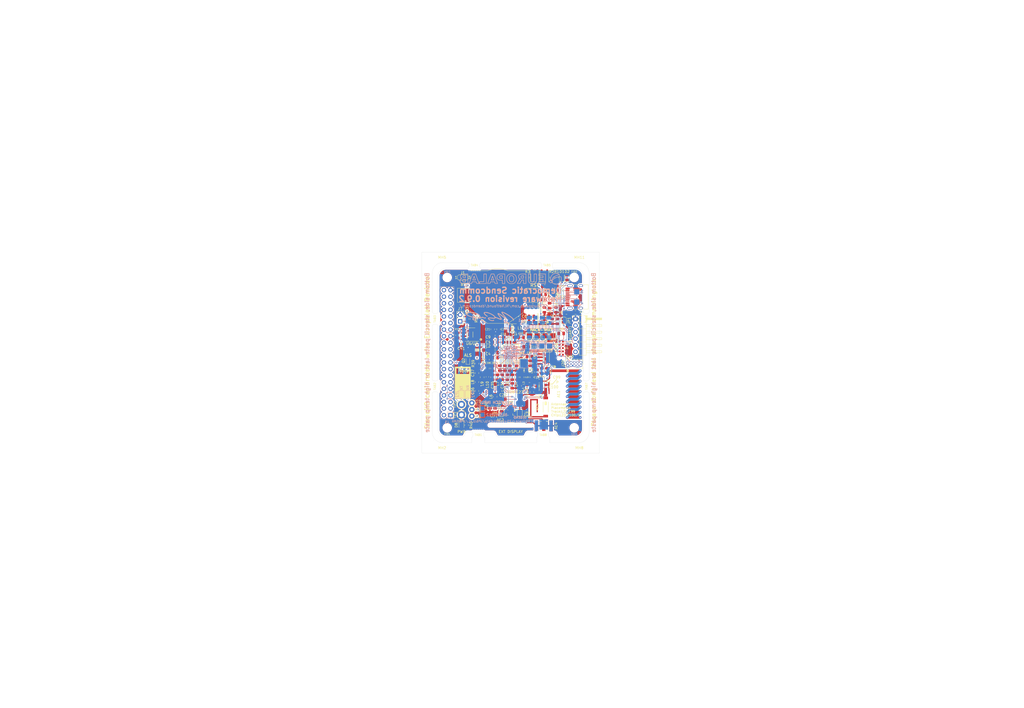
<source format=kicad_pcb>
(kicad_pcb (version 20171130) (host pcbnew 5.1.5+dfsg1-2build2)

  (general
    (thickness 1.6)
    (drawings 187)
    (tracks 1285)
    (zones 0)
    (modules 155)
    (nets 132)
  )

  (page A3)
  (title_block
    (title "Democratic Sendcomm")
    (date 2020-12-26)
    (rev 0.9.2)
    (company "Europalab Devices")
    (comment 1 "Copyright © 2020, Europalab Devices")
    (comment 2 "Fulfilling requirements of 20200210")
    (comment 3 "Pending quality assurance testing")
    (comment 4 "Release revision for manufacturing")
  )

  (layers
    (0 F.Cu signal)
    (1 In1.Cu power)
    (2 In2.Cu power)
    (31 B.Cu signal)
    (34 B.Paste user)
    (35 F.Paste user)
    (36 B.SilkS user)
    (37 F.SilkS user)
    (38 B.Mask user)
    (39 F.Mask user)
    (40 Dwgs.User user)
    (41 Cmts.User user)
    (44 Edge.Cuts user)
    (45 Margin user)
    (46 B.CrtYd user)
    (47 F.CrtYd user)
    (48 B.Fab user)
    (49 F.Fab user)
  )

  (setup
    (last_trace_width 0.127)
    (user_trace_width 0.1016)
    (user_trace_width 0.127)
    (user_trace_width 0.2)
    (user_trace_width 0.4)
    (user_trace_width 1.016)
    (trace_clearance 0.09)
    (zone_clearance 0.508)
    (zone_45_only no)
    (trace_min 0.09)
    (via_size 0.356)
    (via_drill 0.2)
    (via_min_size 0.356)
    (via_min_drill 0.2)
    (user_via 0.45 0.2)
    (user_via 0.6 0.3)
    (uvia_size 0.45)
    (uvia_drill 0.1)
    (uvias_allowed no)
    (uvia_min_size 0.45)
    (uvia_min_drill 0.1)
    (edge_width 0.1)
    (segment_width 0.1)
    (pcb_text_width 0.25)
    (pcb_text_size 1 1)
    (mod_edge_width 0.15)
    (mod_text_size 1 1)
    (mod_text_width 0.15)
    (pad_size 2 2)
    (pad_drill 0)
    (pad_to_mask_clearance 0)
    (aux_axis_origin 0 0)
    (visible_elements 7FFFFFFF)
    (pcbplotparams
      (layerselection 0x313fc_ffffffff)
      (usegerberextensions true)
      (usegerberattributes false)
      (usegerberadvancedattributes false)
      (creategerberjobfile false)
      (excludeedgelayer true)
      (linewidth 0.150000)
      (plotframeref false)
      (viasonmask false)
      (mode 1)
      (useauxorigin false)
      (hpglpennumber 1)
      (hpglpenspeed 20)
      (hpglpendiameter 15.000000)
      (psnegative false)
      (psa4output false)
      (plotreference true)
      (plotvalue true)
      (plotinvisibletext false)
      (padsonsilk false)
      (subtractmaskfromsilk false)
      (outputformat 1)
      (mirror false)
      (drillshape 0)
      (scaleselection 1)
      (outputdirectory "fabsingle"))
  )

  (net 0 "")
  (net 1 GND)
  (net 2 "Net-(AE1-Pad1)")
  (net 3 /Sheet5F53D5B4/RFSWPWR)
  (net 4 "Net-(C8-Pad1)")
  (net 5 /Sheet5F53D5B4/POWAMP)
  (net 6 "Net-(C13-Pad1)")
  (net 7 /Sheet5F53D5B4/HFOUT)
  (net 8 +3V3)
  (net 9 "Net-(C29-Pad1)")
  (net 10 /Sheet5F53D5B4/HPOUT)
  (net 11 /Sheet5F53D5B4/HFIN)
  (net 12 /Sheet5F53D5B4/BANDSEL)
  (net 13 "Net-(BT1-Pad1)")
  (net 14 /Sheet5F53D5B4/USB_BUS)
  (net 15 "Net-(C33-Pad1)")
  (net 16 "Net-(C34-Pad1)")
  (net 17 /Sheet5F53D5B4/CMDRST)
  (net 18 "Net-(D1-Pad2)")
  (net 19 "Net-(D1-Pad1)")
  (net 20 "Net-(D2-Pad1)")
  (net 21 "Net-(D2-Pad2)")
  (net 22 /Sheet5F53D5B4/USB_P)
  (net 23 /Sheet5F53D5B4/USB_N)
  (net 24 /Sheet60040980/ID_SD)
  (net 25 /Sheet60040980/ID_SC)
  (net 26 /Sheet5F53D5B4/SWDCLK)
  (net 27 "Net-(J3-Pad7)")
  (net 28 "Net-(J3-Pad8)")
  (net 29 "Net-(J4-Pad6)")
  (net 30 /Sheet5F53D5B4/CN_VBAT)
  (net 31 /Sheet5F53D5B4/XCEIV)
  (net 32 "Net-(AE5-Pad2)")
  (net 33 "Net-(C1-Pad1)")
  (net 34 "Net-(C7-Pad1)")
  (net 35 "Net-(C14-Pad1)")
  (net 36 "Net-(C17-Pad1)")
  (net 37 "Net-(C18-Pad2)")
  (net 38 "Net-(C19-Pad2)")
  (net 39 "Net-(C23-Pad2)")
  (net 40 "Net-(C23-Pad1)")
  (net 41 "Net-(C24-Pad1)")
  (net 42 "Net-(C24-Pad2)")
  (net 43 "Net-(C29-Pad2)")
  (net 44 "Net-(C33-Pad2)")
  (net 45 "Net-(C35-Pad2)")
  (net 46 "Net-(C40-Pad1)")
  (net 47 "Net-(J2-PadB5)")
  (net 48 "Net-(J2-PadA8)")
  (net 49 "Net-(J2-PadA5)")
  (net 50 "Net-(J2-PadB8)")
  (net 51 "Net-(J3-Pad2)")
  (net 52 "Net-(J3-Pad3)")
  (net 53 "Net-(J3-Pad4)")
  (net 54 "Net-(J3-Pad5)")
  (net 55 "Net-(J3-Pad10)")
  (net 56 "Net-(J3-Pad11)")
  (net 57 "Net-(J3-Pad12)")
  (net 58 "Net-(J3-Pad13)")
  (net 59 "Net-(J3-Pad15)")
  (net 60 "Net-(J3-Pad16)")
  (net 61 "Net-(J3-Pad18)")
  (net 62 "Net-(J3-Pad19)")
  (net 63 "Net-(J3-Pad21)")
  (net 64 "Net-(J3-Pad22)")
  (net 65 "Net-(J3-Pad23)")
  (net 66 "Net-(J3-Pad24)")
  (net 67 "Net-(J3-Pad26)")
  (net 68 "Net-(J3-Pad29)")
  (net 69 "Net-(J3-Pad31)")
  (net 70 "Net-(J3-Pad32)")
  (net 71 "Net-(J3-Pad33)")
  (net 72 "Net-(J3-Pad35)")
  (net 73 "Net-(J3-Pad36)")
  (net 74 "Net-(J3-Pad37)")
  (net 75 "Net-(J3-Pad38)")
  (net 76 "Net-(J3-Pad40)")
  (net 77 "Net-(J4-Pad7)")
  (net 78 "Net-(J4-Pad8)")
  (net 79 "Net-(J5-Pad2)")
  (net 80 "Net-(J5-Pad3)")
  (net 81 "Net-(J5-Pad6)")
  (net 82 "Net-(J6-Pad1)")
  (net 83 "Net-(L1-Pad2)")
  (net 84 "Net-(R3-Pad1)")
  (net 85 "Net-(R4-Pad1)")
  (net 86 "Net-(R4-Pad2)")
  (net 87 "Net-(U2-Pad5)")
  (net 88 "Net-(U3-PadG1)")
  (net 89 "Net-(U3-PadH1)")
  (net 90 "Net-(U3-PadE3)")
  (net 91 "Net-(U3-PadE4)")
  (net 92 "Net-(U3-PadF4)")
  (net 93 "Net-(U3-PadC7)")
  (net 94 "Net-(U3-PadD7)")
  (net 95 "Net-(U3-PadD8)")
  (net 96 "Net-(U5-Pad3)")
  (net 97 "Net-(U5-Pad4)")
  (net 98 "Net-(U8-Pad7)")
  (net 99 "Net-(U8-Pad3)")
  (net 100 "Net-(U8-Pad2)")
  (net 101 "Net-(U8-Pad1)")
  (net 102 "Net-(U9-Pad1)")
  (net 103 "Net-(U9-Pad2)")
  (net 104 "Net-(U9-Pad3)")
  (net 105 "Net-(U9-Pad7)")
  (net 106 /Sheet5F53D5B4/SWDIO)
  (net 107 "Net-(AE2-Pad1)")
  (net 108 "Net-(AE4-Pad1)")
  (net 109 "Net-(AE5-Pad1)")
  (net 110 "Net-(J6-Pad2)")
  (net 111 "Net-(J6-Pad3)")
  (net 112 "Net-(J6-Pad4)")
  (net 113 "Net-(J7-Pad1)")
  (net 114 "Net-(C95-Pad1)")
  (net 115 /TP_SCL)
  (net 116 /TP_SDA)
  (net 117 "Net-(J20-Pad6)")
  (net 118 "Net-(J20-Pad7)")
  (net 119 "Net-(J20-Pad8)")
  (net 120 "Net-(Q2-Pad2)")
  (net 121 EXT_UART_TX)
  (net 122 EXT_UART_RX)
  (net 123 "Net-(D8-Pad2)")
  (net 124 USB_TST)
  (net 125 "Net-(TP13-Pad1)")
  (net 126 "Net-(C94-Pad2)")
  (net 127 "Net-(C96-Pad1)")
  (net 128 /Sheet5F53D5B4/CRY_XIN-RSVD)
  (net 129 /Sheet5F53D5B4/CRY_XOUT-RSVD)
  (net 130 "Net-(C97-Pad1)")
  (net 131 "Net-(C101-Pad1)")

  (net_class Default "This is the default net class."
    (clearance 0.09)
    (trace_width 0.09)
    (via_dia 0.356)
    (via_drill 0.2)
    (uvia_dia 0.45)
    (uvia_drill 0.1)
    (add_net +3V3)
    (add_net /Sheet5F53D5B4/BANDSEL)
    (add_net /Sheet5F53D5B4/CMDRST)
    (add_net /Sheet5F53D5B4/CN_VBAT)
    (add_net /Sheet5F53D5B4/CRY_XIN-RSVD)
    (add_net /Sheet5F53D5B4/CRY_XOUT-RSVD)
    (add_net /Sheet5F53D5B4/HFIN)
    (add_net /Sheet5F53D5B4/HFOUT)
    (add_net /Sheet5F53D5B4/HPOUT)
    (add_net /Sheet5F53D5B4/POWAMP)
    (add_net /Sheet5F53D5B4/RFSWPWR)
    (add_net /Sheet5F53D5B4/SWDCLK)
    (add_net /Sheet5F53D5B4/SWDIO)
    (add_net /Sheet5F53D5B4/USB_BUS)
    (add_net /Sheet5F53D5B4/USB_N)
    (add_net /Sheet5F53D5B4/USB_P)
    (add_net /Sheet5F53D5B4/XCEIV)
    (add_net /Sheet60040980/ID_SC)
    (add_net /Sheet60040980/ID_SD)
    (add_net /TP_SCL)
    (add_net /TP_SDA)
    (add_net EXT_UART_RX)
    (add_net EXT_UART_TX)
    (add_net GND)
    (add_net "Net-(AE1-Pad1)")
    (add_net "Net-(AE2-Pad1)")
    (add_net "Net-(AE4-Pad1)")
    (add_net "Net-(AE5-Pad1)")
    (add_net "Net-(AE5-Pad2)")
    (add_net "Net-(BT1-Pad1)")
    (add_net "Net-(C1-Pad1)")
    (add_net "Net-(C101-Pad1)")
    (add_net "Net-(C13-Pad1)")
    (add_net "Net-(C14-Pad1)")
    (add_net "Net-(C17-Pad1)")
    (add_net "Net-(C18-Pad2)")
    (add_net "Net-(C19-Pad2)")
    (add_net "Net-(C23-Pad1)")
    (add_net "Net-(C23-Pad2)")
    (add_net "Net-(C24-Pad1)")
    (add_net "Net-(C24-Pad2)")
    (add_net "Net-(C29-Pad1)")
    (add_net "Net-(C29-Pad2)")
    (add_net "Net-(C33-Pad1)")
    (add_net "Net-(C33-Pad2)")
    (add_net "Net-(C34-Pad1)")
    (add_net "Net-(C35-Pad2)")
    (add_net "Net-(C40-Pad1)")
    (add_net "Net-(C7-Pad1)")
    (add_net "Net-(C8-Pad1)")
    (add_net "Net-(C94-Pad2)")
    (add_net "Net-(C95-Pad1)")
    (add_net "Net-(C96-Pad1)")
    (add_net "Net-(C97-Pad1)")
    (add_net "Net-(D1-Pad1)")
    (add_net "Net-(D1-Pad2)")
    (add_net "Net-(D2-Pad1)")
    (add_net "Net-(D2-Pad2)")
    (add_net "Net-(D8-Pad2)")
    (add_net "Net-(J2-PadA5)")
    (add_net "Net-(J2-PadA8)")
    (add_net "Net-(J2-PadB5)")
    (add_net "Net-(J2-PadB8)")
    (add_net "Net-(J20-Pad6)")
    (add_net "Net-(J20-Pad7)")
    (add_net "Net-(J20-Pad8)")
    (add_net "Net-(J3-Pad10)")
    (add_net "Net-(J3-Pad11)")
    (add_net "Net-(J3-Pad12)")
    (add_net "Net-(J3-Pad13)")
    (add_net "Net-(J3-Pad15)")
    (add_net "Net-(J3-Pad16)")
    (add_net "Net-(J3-Pad18)")
    (add_net "Net-(J3-Pad19)")
    (add_net "Net-(J3-Pad2)")
    (add_net "Net-(J3-Pad21)")
    (add_net "Net-(J3-Pad22)")
    (add_net "Net-(J3-Pad23)")
    (add_net "Net-(J3-Pad24)")
    (add_net "Net-(J3-Pad26)")
    (add_net "Net-(J3-Pad29)")
    (add_net "Net-(J3-Pad3)")
    (add_net "Net-(J3-Pad31)")
    (add_net "Net-(J3-Pad32)")
    (add_net "Net-(J3-Pad33)")
    (add_net "Net-(J3-Pad35)")
    (add_net "Net-(J3-Pad36)")
    (add_net "Net-(J3-Pad37)")
    (add_net "Net-(J3-Pad38)")
    (add_net "Net-(J3-Pad4)")
    (add_net "Net-(J3-Pad40)")
    (add_net "Net-(J3-Pad5)")
    (add_net "Net-(J3-Pad7)")
    (add_net "Net-(J3-Pad8)")
    (add_net "Net-(J4-Pad6)")
    (add_net "Net-(J4-Pad7)")
    (add_net "Net-(J4-Pad8)")
    (add_net "Net-(J5-Pad2)")
    (add_net "Net-(J5-Pad3)")
    (add_net "Net-(J5-Pad6)")
    (add_net "Net-(J6-Pad1)")
    (add_net "Net-(J6-Pad2)")
    (add_net "Net-(J6-Pad3)")
    (add_net "Net-(J6-Pad4)")
    (add_net "Net-(J7-Pad1)")
    (add_net "Net-(L1-Pad2)")
    (add_net "Net-(Q2-Pad2)")
    (add_net "Net-(R3-Pad1)")
    (add_net "Net-(R4-Pad1)")
    (add_net "Net-(R4-Pad2)")
    (add_net "Net-(TP13-Pad1)")
    (add_net "Net-(U2-Pad5)")
    (add_net "Net-(U3-PadC7)")
    (add_net "Net-(U3-PadD7)")
    (add_net "Net-(U3-PadD8)")
    (add_net "Net-(U3-PadE3)")
    (add_net "Net-(U3-PadE4)")
    (add_net "Net-(U3-PadF4)")
    (add_net "Net-(U3-PadG1)")
    (add_net "Net-(U3-PadH1)")
    (add_net "Net-(U5-Pad3)")
    (add_net "Net-(U5-Pad4)")
    (add_net "Net-(U8-Pad1)")
    (add_net "Net-(U8-Pad2)")
    (add_net "Net-(U8-Pad3)")
    (add_net "Net-(U8-Pad7)")
    (add_net "Net-(U9-Pad1)")
    (add_net "Net-(U9-Pad2)")
    (add_net "Net-(U9-Pad3)")
    (add_net "Net-(U9-Pad7)")
    (add_net USB_TST)
  )

  (net_class Power ""
    (clearance 0.2)
    (trace_width 0.5)
    (via_dia 1)
    (via_drill 0.7)
    (uvia_dia 0.5)
    (uvia_drill 0.1)
  )

  (module RF_Antenna:Texas_SWRA416_868MHz_915MHz (layer F.Cu) (tedit 5CF40AFD) (tstamp 5F686F31)
    (at 231 164 270)
    (descr http://www.ti.com/lit/an/swra416/swra416.pdf)
    (tags "PCB antenna")
    (path /5F5C0728/60008187)
    (attr smd)
    (fp_text reference AE1 (at 0 2.5 90) (layer F.SilkS)
      (effects (font (size 1 1) (thickness 0.15)))
    )
    (fp_text value Antenna (at 0.1 -7.6 90) (layer F.Fab)
      (effects (font (size 1 1) (thickness 0.15)))
    )
    (fp_line (start 9.7 2.1) (end 6.2 5.7) (layer Dwgs.User) (width 0.12))
    (fp_line (start 9.7 0.1) (end 4.3 5.7) (layer Dwgs.User) (width 0.12))
    (fp_line (start 9.7 -1.9) (end 2.3 5.7) (layer Dwgs.User) (width 0.12))
    (fp_line (start 9.7 -3.9) (end 0.2 5.7) (layer Dwgs.User) (width 0.12))
    (fp_line (start 9.7 -5.9) (end -1.8 5.7) (layer Dwgs.User) (width 0.12))
    (fp_line (start 8.3 -6.5) (end -3.8 5.7) (layer Dwgs.User) (width 0.12))
    (fp_line (start 6.3 -6.5) (end -5.8 5.7) (layer Dwgs.User) (width 0.12))
    (fp_line (start 4.3 -6.5) (end -7.8 5.7) (layer Dwgs.User) (width 0.12))
    (fp_line (start -9.7 5.5) (end 2.3 -6.5) (layer Dwgs.User) (width 0.12))
    (fp_line (start -9.7 3.5) (end 0.3 -6.5) (layer Dwgs.User) (width 0.12))
    (fp_line (start -9.7 1.5) (end -1.7 -6.5) (layer Dwgs.User) (width 0.12))
    (fp_line (start -9.7 -0.5) (end -3.7 -6.5) (layer Dwgs.User) (width 0.12))
    (fp_line (start -9.7 -2.5) (end -5.7 -6.5) (layer Dwgs.User) (width 0.12))
    (fp_line (start -9.7 -4.5) (end -7.7 -6.5) (layer Dwgs.User) (width 0.12))
    (fp_line (start 9.7 -6.5) (end -9.7 -6.5) (layer Dwgs.User) (width 0.15))
    (fp_line (start 9.7 5.7) (end 9.7 -6.5) (layer Dwgs.User) (width 0.15))
    (fp_line (start -9.7 5.7) (end 9.7 5.7) (layer Dwgs.User) (width 0.15))
    (fp_line (start -9.7 -6.5) (end -9.7 5.7) (layer Dwgs.User) (width 0.15))
    (fp_line (start 7 -5.8) (end 8 -4.8) (layer B.Cu) (width 1))
    (fp_line (start 8 -1.8) (end 9 -0.8) (layer B.Cu) (width 1))
    (fp_line (start 8 -4.8) (end 8 -1.8) (layer B.Cu) (width 1))
    (fp_line (start 9 -5.8) (end 9 -0.8) (layer F.Cu) (width 1))
    (fp_line (start 5 -5.8) (end 6 -4.8) (layer B.Cu) (width 1))
    (fp_line (start 6 -1.8) (end 7 -0.8) (layer B.Cu) (width 1))
    (fp_line (start 6 -4.8) (end 6 -1.8) (layer B.Cu) (width 1))
    (fp_line (start 7 -5.8) (end 7 -0.8) (layer F.Cu) (width 1))
    (fp_line (start 3 -5.8) (end 4 -4.8) (layer B.Cu) (width 1))
    (fp_line (start 4 -1.8) (end 5 -0.8) (layer B.Cu) (width 1))
    (fp_line (start 4 -4.8) (end 4 -1.8) (layer B.Cu) (width 1))
    (fp_line (start 5 -5.8) (end 5 -0.8) (layer F.Cu) (width 1))
    (fp_line (start 1 -5.8) (end 2 -4.8) (layer B.Cu) (width 1))
    (fp_line (start 2 -1.8) (end 3 -0.8) (layer B.Cu) (width 1))
    (fp_line (start 2 -4.8) (end 2 -1.8) (layer B.Cu) (width 1))
    (fp_line (start 3 -5.8) (end 3 -0.8) (layer F.Cu) (width 1))
    (fp_line (start -1 -5.8) (end 0 -4.8) (layer B.Cu) (width 1))
    (fp_line (start 0 -1.8) (end 1 -0.8) (layer B.Cu) (width 1))
    (fp_line (start 0 -4.8) (end 0 -1.8) (layer B.Cu) (width 1))
    (fp_line (start 1 -5.8) (end 1 -0.8) (layer F.Cu) (width 1))
    (fp_line (start -3 -5.8) (end -2 -4.8) (layer B.Cu) (width 1))
    (fp_line (start -2 -1.8) (end -1 -0.8) (layer B.Cu) (width 1))
    (fp_line (start -2 -4.8) (end -2 -1.8) (layer B.Cu) (width 1))
    (fp_line (start -1 -5.8) (end -1 -0.8) (layer F.Cu) (width 1))
    (fp_line (start -4 -4.8) (end -4 -1.8) (layer B.Cu) (width 1))
    (fp_line (start -5 -5.8) (end -4 -4.8) (layer B.Cu) (width 1))
    (fp_line (start -4 -1.8) (end -3 -0.8) (layer B.Cu) (width 1))
    (fp_line (start -3 -5.8) (end -3 -0.8) (layer F.Cu) (width 1))
    (fp_line (start -6 -4.8) (end -6 -1.8) (layer B.Cu) (width 1))
    (fp_line (start -7 -5.8) (end -6 -4.8) (layer B.Cu) (width 1))
    (fp_line (start -6 -1.8) (end -5 -0.8) (layer B.Cu) (width 1))
    (fp_line (start -5 -5.8) (end -5 -0.8) (layer F.Cu) (width 1))
    (fp_line (start -7 -5.8) (end -7 -0.8) (layer F.Cu) (width 1))
    (fp_line (start -9 5.2) (end -9 -5.8) (layer F.Cu) (width 1))
    (fp_line (start -9 -5.8) (end -8 -4.8) (layer B.Cu) (width 1))
    (fp_line (start -8 -4.8) (end -8 -1.8) (layer B.Cu) (width 1))
    (fp_line (start -8 -1.8) (end -7 -0.8) (layer B.Cu) (width 1))
    (fp_line (start 9.7 4.1) (end 8.2 5.7) (layer Dwgs.User) (width 0.12))
    (fp_line (start -9.9 -6.7) (end -9.9 5.9) (layer F.CrtYd) (width 0.05))
    (fp_line (start -9.9 5.9) (end 9.9 5.9) (layer F.CrtYd) (width 0.05))
    (fp_line (start 9.9 5.9) (end 9.9 -6.7) (layer F.CrtYd) (width 0.05))
    (fp_line (start 9.9 -6.7) (end -9.9 -6.7) (layer F.CrtYd) (width 0.05))
    (fp_line (start 9.9 -6.7) (end -9.9 -6.7) (layer B.CrtYd) (width 0.05))
    (fp_line (start 9.9 5.9) (end 9.9 -6.7) (layer B.CrtYd) (width 0.05))
    (fp_line (start -9.9 -6.7) (end -9.9 5.9) (layer B.CrtYd) (width 0.05))
    (fp_line (start -9.9 5.9) (end 9.9 5.9) (layer B.CrtYd) (width 0.05))
    (fp_text user "KEEP-OUT ZONE" (at 1 -2.8 90) (layer Cmts.User)
      (effects (font (size 1 1) (thickness 0.15)))
    )
    (fp_text user "No metal, traces or " (at 1 0.2 90) (layer Cmts.User)
      (effects (font (size 1 1) (thickness 0.15)))
    )
    (fp_text user "any components on" (at 1 2.2 90) (layer Cmts.User)
      (effects (font (size 1 1) (thickness 0.15)))
    )
    (fp_text user " any PCB layer." (at 1 4.2 90) (layer Cmts.User)
      (effects (font (size 1 1) (thickness 0.15)))
    )
    (fp_text user %R (at -0.4 6.6 90) (layer F.Fab)
      (effects (font (size 1 1) (thickness 0.15)))
    )
    (pad "" thru_hole circle (at 9 -0.8 90) (size 1 1) (drill 0.4) (layers *.Cu))
    (pad "" thru_hole circle (at 9 -5.8 90) (size 1 1) (drill 0.4) (layers *.Cu))
    (pad "" thru_hole circle (at 7 -5.8 90) (size 1 1) (drill 0.4) (layers *.Cu))
    (pad "" thru_hole circle (at 7 -0.8 90) (size 1 1) (drill 0.4) (layers *.Cu))
    (pad "" thru_hole circle (at 5 -0.8 90) (size 1 1) (drill 0.4) (layers *.Cu))
    (pad "" thru_hole circle (at 5 -5.8 90) (size 1 1) (drill 0.4) (layers *.Cu))
    (pad "" thru_hole circle (at 3 -0.8 90) (size 1 1) (drill 0.4) (layers *.Cu))
    (pad "" thru_hole circle (at 3 -5.8 90) (size 1 1) (drill 0.4) (layers *.Cu))
    (pad "" thru_hole circle (at 1 -5.8 90) (size 1 1) (drill 0.4) (layers *.Cu))
    (pad "" thru_hole circle (at 1 -0.8 90) (size 1 1) (drill 0.4) (layers *.Cu))
    (pad "" thru_hole circle (at -1 -0.8 90) (size 1 1) (drill 0.4) (layers *.Cu))
    (pad "" thru_hole circle (at -1 -5.8 90) (size 1 1) (drill 0.4) (layers *.Cu))
    (pad "" thru_hole circle (at -3 -5.8 90) (size 1 1) (drill 0.4) (layers *.Cu))
    (pad "" thru_hole circle (at -3 -0.8 90) (size 1 1) (drill 0.4) (layers *.Cu))
    (pad "" thru_hole circle (at -5 -0.8 90) (size 1 1) (drill 0.4) (layers *.Cu))
    (pad "" thru_hole circle (at -5 -5.8 90) (size 1 1) (drill 0.4) (layers *.Cu))
    (pad "" thru_hole circle (at -7 -5.8 90) (size 1 1) (drill 0.4) (layers *.Cu))
    (pad "" thru_hole circle (at -7 -0.8 90) (size 1 1) (drill 0.4) (layers *.Cu))
    (pad "" thru_hole circle (at -9 -5.8 90) (size 1 1) (drill 0.4) (layers *.Cu))
    (pad 1 smd trapezoid (at -9 5.9 90) (size 0.4 0.8) (rect_delta 0 0.3 ) (layers F.Cu)
      (net 2 "Net-(AE1-Pad1)"))
  )

  (module Elabdev:Panel_Mousetab_25mm_Single (layer F.Cu) (tedit 5CD9E502) (tstamp 5FEC726C)
    (at 222.5 179.75 90)
    (path /5CD9EB0D)
    (fp_text reference TAB8 (at 0 0) (layer F.SilkS)
      (effects (font (size 0.8 0.8) (thickness 0.13)))
    )
    (fp_text value Pantab (at -3.25 0 180) (layer F.Fab)
      (effects (font (size 1 1) (thickness 0.15)))
    )
    (fp_line (start 1.25 -2.2) (end 1.25 2.2) (layer F.Fab) (width 0.15))
    (fp_line (start -1.25 -2.2) (end -1.25 2.2) (layer F.Fab) (width 0.15))
    (fp_line (start 2.1 -2.6) (end 2.1 2.6) (layer F.CrtYd) (width 0.15))
    (fp_line (start 2.1 2.6) (end -2.1 2.6) (layer F.CrtYd) (width 0.15))
    (fp_line (start -2.1 2.6) (end -2.1 -2.6) (layer F.CrtYd) (width 0.15))
    (fp_line (start -2.1 -2.6) (end 2.1 -2.6) (layer F.CrtYd) (width 0.15))
    (pad "" np_thru_hole circle (at 1.35 2 90) (size 0.5 0.5) (drill 0.5) (layers *.Cu))
    (pad "" np_thru_hole circle (at 1.35 1.2 90) (size 0.5 0.5) (drill 0.5) (layers *.Cu))
    (pad "" np_thru_hole circle (at 1.35 0.4 90) (size 0.5 0.5) (drill 0.5) (layers *.Cu))
    (pad "" np_thru_hole circle (at 1.35 -0.4 90) (size 0.5 0.5) (drill 0.5) (layers *.Cu))
    (pad "" np_thru_hole circle (at 1.35 -1.2 90) (size 0.5 0.5) (drill 0.5) (layers *.Cu))
    (pad "" np_thru_hole circle (at 1.35 -2 90) (size 0.5 0.5) (drill 0.5) (layers *.Cu))
  )

  (module Capacitor_SMD:C_0805_2012Metric (layer F.Cu) (tedit 5B36C52B) (tstamp 5FEB8111)
    (at 211.5 143.0625 270)
    (descr "Capacitor SMD 0805 (2012 Metric), square (rectangular) end terminal, IPC_7351 nominal, (Body size source: https://docs.google.com/spreadsheets/d/1BsfQQcO9C6DZCsRaXUlFlo91Tg2WpOkGARC1WS5S8t0/edit?usp=sharing), generated with kicad-footprint-generator")
    (tags capacitor)
    (path /5F53D5B5/5F609CF5)
    (attr smd)
    (fp_text reference C19 (at -2.0625 0 180) (layer F.SilkS)
      (effects (font (size 0.7 0.7) (thickness 0.1)))
    )
    (fp_text value 15pF (at 0 1.65 90) (layer F.Fab)
      (effects (font (size 1 1) (thickness 0.15)))
    )
    (fp_line (start -1 0.6) (end -1 -0.6) (layer F.Fab) (width 0.1))
    (fp_line (start -1 -0.6) (end 1 -0.6) (layer F.Fab) (width 0.1))
    (fp_line (start 1 -0.6) (end 1 0.6) (layer F.Fab) (width 0.1))
    (fp_line (start 1 0.6) (end -1 0.6) (layer F.Fab) (width 0.1))
    (fp_line (start -0.258578 -0.71) (end 0.258578 -0.71) (layer F.SilkS) (width 0.12))
    (fp_line (start -0.258578 0.71) (end 0.258578 0.71) (layer F.SilkS) (width 0.12))
    (fp_line (start -1.68 0.95) (end -1.68 -0.95) (layer F.CrtYd) (width 0.05))
    (fp_line (start -1.68 -0.95) (end 1.68 -0.95) (layer F.CrtYd) (width 0.05))
    (fp_line (start 1.68 -0.95) (end 1.68 0.95) (layer F.CrtYd) (width 0.05))
    (fp_line (start 1.68 0.95) (end -1.68 0.95) (layer F.CrtYd) (width 0.05))
    (fp_text user %R (at 0 0 90) (layer F.Fab)
      (effects (font (size 0.5 0.5) (thickness 0.08)))
    )
    (pad 1 smd roundrect (at -0.9375 0 270) (size 0.975 1.4) (layers F.Cu F.Paste F.Mask) (roundrect_rratio 0.25)
      (net 1 GND))
    (pad 2 smd roundrect (at 0.9375 0 270) (size 0.975 1.4) (layers F.Cu F.Paste F.Mask) (roundrect_rratio 0.25)
      (net 38 "Net-(C19-Pad2)"))
    (model ${KISYS3DMOD}/Capacitor_SMD.3dshapes/C_0805_2012Metric.wrl
      (at (xyz 0 0 0))
      (scale (xyz 1 1 1))
      (rotate (xyz 0 0 0))
    )
  )

  (module Elabdev:Meinkuerz_sign_480dpi (layer B.Cu) (tedit 0) (tstamp 5FBE809B)
    (at 202 134 180)
    (fp_text reference G1 (at 0 0) (layer B.SilkS) hide
      (effects (font (size 1.524 1.524) (thickness 0.3)) (justify mirror))
    )
    (fp_text value Meinkuerzel_signature (at 0.75 0) (layer B.SilkS) hide
      (effects (font (size 1.524 1.524) (thickness 0.3)) (justify mirror))
    )
    (fp_poly (pts (xy 7.849084 1.675651) (xy 8.303148 1.632827) (xy 8.685942 1.550363) (xy 8.876057 1.481326)
      (xy 9.07938 1.34976) (xy 9.204465 1.178624) (xy 9.241225 0.986809) (xy 9.210768 0.854557)
      (xy 9.078684 0.643748) (xy 8.864557 0.429964) (xy 8.589687 0.233059) (xy 8.471807 0.165759)
      (xy 8.232808 0.053863) (xy 7.923436 -0.068816) (xy 7.576824 -0.190996) (xy 7.226108 -0.301392)
      (xy 6.904421 -0.388723) (xy 6.731621 -0.426811) (xy 6.398868 -0.490816) (xy 6.556265 -0.586535)
      (xy 6.736632 -0.743549) (xy 6.819572 -0.938245) (xy 6.82625 -1.022915) (xy 6.780462 -1.15416)
      (xy 6.660466 -1.295963) (xy 6.49231 -1.424979) (xy 6.30204 -1.517866) (xy 6.258842 -1.531402)
      (xy 6.0446 -1.569955) (xy 5.805186 -1.581627) (xy 5.582286 -1.566858) (xy 5.417587 -1.526091)
      (xy 5.409578 -1.522402) (xy 5.285381 -1.409276) (xy 5.232727 -1.237525) (xy 5.243042 -1.133742)
      (xy 5.545646 -1.133742) (xy 5.569322 -1.243922) (xy 5.599007 -1.270742) (xy 5.725804 -1.30367)
      (xy 5.911501 -1.301091) (xy 6.117136 -1.267785) (xy 6.303743 -1.20853) (xy 6.368163 -1.176419)
      (xy 6.483421 -1.090411) (xy 6.547775 -1.006994) (xy 6.550669 -0.996984) (xy 6.519163 -0.903747)
      (xy 6.404517 -0.814537) (xy 6.229026 -0.742568) (xy 6.060328 -0.706358) (xy 5.903418 -0.693399)
      (xy 5.806355 -0.717484) (xy 5.726223 -0.79035) (xy 5.718194 -0.79992) (xy 5.596762 -0.979847)
      (xy 5.545646 -1.133742) (xy 5.243042 -1.133742) (xy 5.253531 -1.028227) (xy 5.344918 -0.810631)
      (xy 5.442538 -0.642303) (xy 5.295353 -0.646487) (xy 5.12125 -0.625399) (xy 5.035885 -0.550663)
      (xy 5.027083 -0.501447) (xy 5.075804 -0.410776) (xy 5.222941 -0.351671) (xy 5.469958 -0.32355)
      (xy 5.476875 -0.323261) (xy 5.599677 -0.314345) (xy 5.697993 -0.289875) (xy 5.794712 -0.235966)
      (xy 5.912725 -0.138734) (xy 6.074923 0.015705) (xy 6.138333 0.077935) (xy 6.357426 0.284825)
      (xy 6.520758 0.415811) (xy 6.63982 0.476704) (xy 6.726105 0.473318) (xy 6.791106 0.411464)
      (xy 6.792772 0.408883) (xy 6.813029 0.349999) (xy 6.787897 0.281807) (xy 6.704882 0.184844)
      (xy 6.561666 0.048946) (xy 6.270625 -0.217166) (xy 6.532899 -0.183078) (xy 6.900304 -0.115245)
      (xy 7.289474 -0.008645) (xy 7.678243 0.127507) (xy 8.044445 0.283994) (xy 8.365914 0.451601)
      (xy 8.620483 0.621112) (xy 8.749193 0.738377) (xy 8.856936 0.865956) (xy 8.92727 0.965202)
      (xy 8.942916 1.001728) (xy 8.895983 1.084773) (xy 8.773369 1.176095) (xy 8.602358 1.259484)
      (xy 8.410231 1.318727) (xy 8.408998 1.318992) (xy 8.149682 1.354937) (xy 7.8128 1.371973)
      (xy 7.424917 1.370093) (xy 7.012599 1.349291) (xy 6.686734 1.319437) (xy 6.066773 1.222977)
      (xy 5.517194 1.081213) (xy 5.043989 0.897075) (xy 4.653152 0.673494) (xy 4.350673 0.413401)
      (xy 4.142546 0.119727) (xy 4.114637 0.061443) (xy 4.047094 -0.15251) (xy 4.06025 -0.336634)
      (xy 4.160207 -0.518581) (xy 4.270456 -0.644496) (xy 4.390411 -0.79173) (xy 4.431252 -0.900383)
      (xy 4.427296 -0.922309) (xy 4.357272 -0.99719) (xy 4.242023 -0.977517) (xy 4.082983 -0.863726)
      (xy 4.010682 -0.795217) (xy 3.879838 -0.680755) (xy 3.765594 -0.608691) (xy 3.712637 -0.594925)
      (xy 3.6215 -0.594723) (xy 3.455888 -0.585507) (xy 3.246599 -0.569127) (xy 3.175 -0.562633)
      (xy 2.951086 -0.544014) (xy 2.793821 -0.54282) (xy 2.664643 -0.565021) (xy 2.524987 -0.61659)
      (xy 2.371034 -0.687127) (xy 2.100169 -0.795663) (xy 1.89262 -0.837972) (xy 1.841867 -0.837015)
      (xy 1.72083 -0.812158) (xy 1.663036 -0.745697) (xy 1.637803 -0.635) (xy 1.623821 -0.491701)
      (xy 1.628566 -0.389706) (xy 1.630235 -0.383646) (xy 1.692219 -0.322789) (xy 1.789679 -0.330876)
      (xy 1.885465 -0.399867) (xy 1.916539 -0.445597) (xy 1.984375 -0.573694) (xy 2.371569 -0.384068)
      (xy 2.758764 -0.194442) (xy 3.165319 -0.256321) (xy 3.413597 -0.293214) (xy 3.576071 -0.310583)
      (xy 3.67165 -0.304292) (xy 3.719238 -0.270208) (xy 3.737742 -0.204195) (xy 3.744012 -0.129767)
      (xy 3.817818 0.177969) (xy 3.989413 0.470621) (xy 4.251219 0.74303) (xy 4.595656 0.99004)
      (xy 5.015149 1.206492) (xy 5.502117 1.387229) (xy 6.048984 1.527094) (xy 6.228561 1.561184)
      (xy 6.794861 1.64034) (xy 7.340678 1.678326) (xy 7.849084 1.675651)) (layer B.SilkS) (width 0.01))
    (fp_poly (pts (xy -4.580024 1.756567) (xy -4.544854 1.74305) (xy -4.466016 1.67622) (xy -4.437143 1.580417)
      (xy -4.461964 1.447967) (xy -4.544204 1.271201) (xy -4.68759 1.042447) (xy -4.895848 0.754033)
      (xy -5.172705 0.39829) (xy -5.237349 0.3175) (xy -5.411926 0.098408) (xy -5.577817 -0.112809)
      (xy -5.714811 -0.290245) (xy -5.794689 -0.396875) (xy -5.948296 -0.608542) (xy -5.791961 -0.468507)
      (xy -5.700695 -0.392772) (xy -5.541009 -0.266466) (xy -5.329307 -0.10231) (xy -5.081994 0.086977)
      (xy -4.815472 0.288675) (xy -4.815417 0.288716) (xy -4.345432 0.631252) (xy -3.946225 0.897872)
      (xy -3.615767 1.089474) (xy -3.352032 1.206955) (xy -3.152989 1.251211) (xy -3.016612 1.223138)
      (xy -2.940872 1.123633) (xy -2.939055 1.118116) (xy -2.92791 1.023519) (xy -2.955738 0.908417)
      (xy -3.029742 0.759005) (xy -3.157121 0.561475) (xy -3.345079 0.302021) (xy -3.409058 0.217037)
      (xy -3.654587 -0.113597) (xy -3.860834 -0.404313) (xy -4.022275 -0.646491) (xy -4.133388 -0.831509)
      (xy -4.188652 -0.950744) (xy -4.185335 -0.994958) (xy -4.120655 -0.981486) (xy -3.976478 -0.932768)
      (xy -3.770527 -0.855371) (xy -3.520529 -0.755864) (xy -3.349225 -0.685128) (xy -3.06462 -0.570045)
      (xy -2.797019 -0.469163) (xy -2.569108 -0.390505) (xy -2.403576 -0.342097) (xy -2.349431 -0.331513)
      (xy -2.183877 -0.291941) (xy -2.07811 -0.206425) (xy -2.041672 -0.151915) (xy -1.850086 0.096101)
      (xy -1.567603 0.354844) (xy -1.207453 0.616123) (xy -0.78287 0.87175) (xy -0.307084 1.113536)
      (xy 0.206672 1.333293) (xy 0.574448 1.467145) (xy 0.853452 1.556991) (xy 1.074831 1.61415)
      (xy 1.278935 1.645957) (xy 1.506112 1.659747) (xy 1.647661 1.662241) (xy 1.89537 1.661355)
      (xy 2.061526 1.650821) (xy 2.170245 1.626908) (xy 2.245641 1.585888) (xy 2.269431 1.566069)
      (xy 2.364656 1.413892) (xy 2.378536 1.21834) (xy 2.31231 1.002224) (xy 2.231511 0.867835)
      (xy 2.055394 0.653788) (xy 1.846452 0.444397) (xy 1.622129 0.252501) (xy 1.399873 0.090942)
      (xy 1.19713 -0.02744) (xy 1.031346 -0.089804) (xy 0.931657 -0.088852) (xy 0.853749 -0.025156)
      (xy 0.874571 0.06423) (xy 0.991583 0.174246) (xy 1.09802 0.242886) (xy 1.314624 0.387246)
      (xy 1.527802 0.560014) (xy 1.72429 0.746283) (xy 1.890825 0.931146) (xy 2.014146 1.099697)
      (xy 2.080988 1.237027) (xy 2.078088 1.32823) (xy 2.071165 1.336667) (xy 1.954541 1.387475)
      (xy 1.756832 1.400928) (xy 1.494763 1.380087) (xy 1.185063 1.328013) (xy 0.844457 1.247766)
      (xy 0.489674 1.142406) (xy 0.137439 1.014995) (xy -0.00172 0.957368) (xy -0.385109 0.777304)
      (xy -0.74297 0.581237) (xy -1.065571 0.377182) (xy -1.343179 0.173152) (xy -1.566062 -0.022838)
      (xy -1.724487 -0.202776) (xy -1.808722 -0.358647) (xy -1.809035 -0.482438) (xy -1.789329 -0.514562)
      (xy -1.69188 -0.558953) (xy -1.49842 -0.578536) (xy -1.2158 -0.573404) (xy -0.850872 -0.543648)
      (xy -0.464887 -0.496867) (xy -0.056607 -0.452123) (xy 0.260382 -0.442712) (xy 0.494773 -0.469264)
      (xy 0.655256 -0.532408) (xy 0.714552 -0.58228) (xy 0.776217 -0.725165) (xy 0.746162 -0.908878)
      (xy 0.632079 -1.115352) (xy 0.45893 -1.290216) (xy 0.2117 -1.450188) (xy -0.085638 -1.588107)
      (xy -0.409112 -1.696809) (xy -0.734748 -1.769134) (xy -1.038572 -1.797919) (xy -1.296612 -1.776003)
      (xy -1.42875 -1.731015) (xy -1.546706 -1.617759) (xy -1.577815 -1.519827) (xy -1.560687 -1.389395)
      (xy -1.486335 -1.336349) (xy -1.378138 -1.369493) (xy -1.317893 -1.421952) (xy -1.19986 -1.505637)
      (xy -1.092449 -1.534584) (xy -0.859949 -1.513387) (xy -0.579373 -1.457345) (xy -0.297878 -1.377776)
      (xy -0.068589 -1.288836) (xy 0.116249 -1.181832) (xy 0.284174 -1.050661) (xy 0.411262 -0.917533)
      (xy 0.473586 -0.804658) (xy 0.47625 -0.783054) (xy 0.425256 -0.757675) (xy 0.277287 -0.748743)
      (xy 0.039858 -0.755912) (xy -0.279513 -0.778835) (xy -0.673311 -0.817167) (xy -0.956033 -0.849048)
      (xy -1.308534 -0.882196) (xy -1.57585 -0.8857) (xy -1.774982 -0.85746) (xy -1.922933 -0.795374)
      (xy -2.017888 -0.717835) (xy -2.096716 -0.653738) (xy -2.190635 -0.62131) (xy -2.313833 -0.623423)
      (xy -2.480498 -0.662945) (xy -2.704818 -0.742748) (xy -3.00098 -0.865702) (xy -3.216817 -0.960383)
      (xy -3.585839 -1.11854) (xy -3.874386 -1.227749) (xy -4.094462 -1.290524) (xy -4.258069 -1.309381)
      (xy -4.377212 -1.286836) (xy -4.463891 -1.225404) (xy -4.466704 -1.222337) (xy -4.518051 -1.14061)
      (xy -4.530831 -1.040781) (xy -4.500098 -0.912213) (xy -4.420902 -0.744269) (xy -4.288295 -0.526313)
      (xy -4.097327 -0.247708) (xy -3.863138 0.07498) (xy -3.679345 0.325213) (xy -3.519393 0.545064)
      (xy -3.393108 0.720859) (xy -3.310313 0.838921) (xy -3.280834 0.885525) (xy -3.323557 0.888476)
      (xy -3.399896 0.869711) (xy -3.542096 0.805036) (xy -3.750284 0.678102) (xy -4.027571 0.486762)
      (xy -4.377062 0.228867) (xy -4.801868 -0.097732) (xy -4.81991 -0.111817) (xy -5.187034 -0.396401)
      (xy -5.482932 -0.620081) (xy -5.717862 -0.789492) (xy -5.902078 -0.911266) (xy -6.045837 -0.99204)
      (xy -6.159396 -1.038447) (xy -6.25301 -1.057121) (xy -6.283148 -1.058333) (xy -6.40378 -1.045849)
      (xy -6.450441 -0.994435) (xy -6.455563 -0.939271) (xy -6.445942 -0.865735) (xy -6.412644 -0.776476)
      (xy -6.348546 -0.66103) (xy -6.24652 -0.508935) (xy -6.099443 -0.309727) (xy -5.90019 -0.052942)
      (xy -5.641635 0.271882) (xy -5.570553 0.360397) (xy -5.363566 0.620769) (xy -5.174974 0.863504)
      (xy -5.016826 1.072659) (xy -4.901172 1.23229) (xy -4.84006 1.326453) (xy -4.839117 1.328251)
      (xy -4.786636 1.436383) (xy -4.790145 1.473528) (xy -4.856494 1.462433) (xy -4.877731 1.456477)
      (xy -4.973599 1.420322) (xy -5.140081 1.348706) (xy -5.352621 1.252468) (xy -5.55625 1.156974)
      (xy -6.094525 0.881508) (xy -6.644499 0.565345) (xy -7.182748 0.223911) (xy -7.685848 -0.12737)
      (xy -8.130378 -0.473072) (xy -8.424687 -0.732038) (xy -8.650145 -0.95487) (xy -8.800069 -1.131002)
      (xy -8.884377 -1.276175) (xy -8.912984 -1.406131) (xy -8.905425 -1.495188) (xy -8.906488 -1.61853)
      (xy -8.964006 -1.672137) (xy -9.075823 -1.672519) (xy -9.156792 -1.593028) (xy -9.200558 -1.456755)
      (xy -9.200763 -1.286789) (xy -9.151052 -1.106218) (xy -9.131299 -1.06447) (xy -9.024915 -0.913844)
      (xy -8.843627 -0.718433) (xy -8.601654 -0.490528) (xy -8.313213 -0.242422) (xy -7.992524 0.013592)
      (xy -7.653804 0.265222) (xy -7.3545 0.471681) (xy -6.896098 0.764541) (xy -6.449337 1.028776)
      (xy -6.024338 1.259805) (xy -5.631223 1.453048) (xy -5.280112 1.603926) (xy -4.981128 1.707858)
      (xy -4.744392 1.760265) (xy -4.580024 1.756567)) (layer B.SilkS) (width 0.01))
  )

  (module Elabdev:Panel_Mousetab_25mm_Single (layer F.Cu) (tedit 5CD9E59A) (tstamp 5FBE7343)
    (at 224 114.25 270)
    (path /5CD5C3A7)
    (fp_text reference TAB5 (at 0 0 180) (layer F.SilkS)
      (effects (font (size 0.8 0.8) (thickness 0.13)))
    )
    (fp_text value Pantab (at 0 -3.5 270) (layer F.Fab)
      (effects (font (size 1 1) (thickness 0.15)))
    )
    (fp_line (start -2.1 -2.6) (end 2.1 -2.6) (layer F.CrtYd) (width 0.15))
    (fp_line (start -2.1 2.6) (end -2.1 -2.6) (layer F.CrtYd) (width 0.15))
    (fp_line (start 2.1 2.6) (end -2.1 2.6) (layer F.CrtYd) (width 0.15))
    (fp_line (start 2.1 -2.6) (end 2.1 2.6) (layer F.CrtYd) (width 0.15))
    (fp_line (start -1.25 -2.2) (end -1.25 2.2) (layer F.Fab) (width 0.15))
    (fp_line (start 1.25 -2.2) (end 1.25 2.2) (layer F.Fab) (width 0.15))
    (pad "" np_thru_hole circle (at 1.35 -2 270) (size 0.5 0.5) (drill 0.5) (layers *.Cu))
    (pad "" np_thru_hole circle (at 1.35 -1.2 270) (size 0.5 0.5) (drill 0.5) (layers *.Cu))
    (pad "" np_thru_hole circle (at 1.35 -0.4 270) (size 0.5 0.5) (drill 0.5) (layers *.Cu))
    (pad "" np_thru_hole circle (at 1.35 0.4 270) (size 0.5 0.5) (drill 0.5) (layers *.Cu))
    (pad "" np_thru_hole circle (at 1.35 1.2 270) (size 0.5 0.5) (drill 0.5) (layers *.Cu))
    (pad "" np_thru_hole circle (at 1.35 2 270) (size 0.5 0.5) (drill 0.5) (layers *.Cu))
  )

  (module Elabdev:Elablogoslk-Gfx (layer B.Cu) (tedit 0) (tstamp 5FBDF7AF)
    (at 210 119.5 180)
    (fp_text reference G** (at 0 0) (layer B.SilkS) hide
      (effects (font (size 1.524 1.524) (thickness 0.3)) (justify mirror))
    )
    (fp_text value Elablogoslk (at 0.75 0) (layer B.SilkS) hide
      (effects (font (size 1.524 1.524) (thickness 0.3)) (justify mirror))
    )
    (fp_poly (pts (xy -15.405836 -0.675184) (xy -15.287483 -0.702055) (xy -15.188143 -0.754619) (xy -15.108772 -0.827765)
      (xy -15.050327 -0.916382) (xy -15.013763 -1.015359) (xy -15.000037 -1.119584) (xy -15.010104 -1.223945)
      (xy -15.04492 -1.323332) (xy -15.105441 -1.412633) (xy -15.192623 -1.486737) (xy -15.24833 -1.517344)
      (xy -15.356716 -1.550357) (xy -15.476625 -1.557984) (xy -15.592872 -1.539403) (xy -15.602283 -1.53653)
      (xy -15.678123 -1.497127) (xy -15.752493 -1.432517) (xy -15.815972 -1.352895) (xy -15.859141 -1.268459)
      (xy -15.864155 -1.2531) (xy -15.88425 -1.176683) (xy -15.891257 -1.117668) (xy -15.885212 -1.059627)
      (xy -15.866149 -0.986134) (xy -15.864727 -0.981328) (xy -15.815988 -0.8777) (xy -15.739972 -0.790432)
      (xy -15.643773 -0.72426) (xy -15.534487 -0.683915) (xy -15.419207 -0.674131) (xy -15.405836 -0.675184)) (layer B.Mask) (width 0.01))
    (fp_poly (pts (xy 17.476107 1.827609) (xy 17.687258 1.825899) (xy 17.865618 1.824237) (xy 18.014678 1.822477)
      (xy 18.137934 1.82047) (xy 18.238879 1.818068) (xy 18.321005 1.815122) (xy 18.387806 1.811484)
      (xy 18.442776 1.807007) (xy 18.489407 1.801541) (xy 18.531194 1.794939) (xy 18.57163 1.787052)
      (xy 18.6055 1.779685) (xy 18.771822 1.733432) (xy 18.923911 1.673315) (xy 19.054677 1.602656)
      (xy 19.157033 1.524776) (xy 19.164226 1.5179) (xy 19.246251 1.417951) (xy 19.315464 1.294688)
      (xy 19.365371 1.16053) (xy 19.377923 1.109275) (xy 19.39052 1.010407) (xy 19.393203 0.893754)
      (xy 19.386762 0.771789) (xy 19.371983 0.656983) (xy 19.349655 0.561808) (xy 19.341939 0.539811)
      (xy 19.283862 0.430962) (xy 19.19941 0.326298) (xy 19.097976 0.236127) (xy 19.019624 0.185927)
      (xy 18.914298 0.12941) (xy 18.968542 0.109123) (xy 19.093064 0.054672) (xy 19.194891 -0.009335)
      (xy 19.285933 -0.089714) (xy 19.390804 -0.214403) (xy 19.467199 -0.350129) (xy 19.516977 -0.501894)
      (xy 19.541997 -0.674698) (xy 19.545898 -0.789214) (xy 19.53245 -0.987132) (xy 19.491752 -1.163006)
      (xy 19.423278 -1.317328) (xy 19.326496 -1.450588) (xy 19.200879 -1.563277) (xy 19.045898 -1.655885)
      (xy 18.861023 -1.728905) (xy 18.645726 -1.782826) (xy 18.442214 -1.81358) (xy 18.390712 -1.817354)
      (xy 18.307346 -1.820878) (xy 18.196536 -1.82407) (xy 18.062704 -1.826851) (xy 17.910272 -1.829142)
      (xy 17.743659 -1.830864) (xy 17.567287 -1.831936) (xy 17.403536 -1.83228) (xy 16.528143 -1.832429)
      (xy 16.528143 -1.197429) (xy 17.471571 -1.197429) (xy 17.812474 -1.197429) (xy 17.960507 -1.19621)
      (xy 18.077011 -1.192363) (xy 18.166668 -1.185602) (xy 18.234157 -1.175639) (xy 18.257984 -1.170182)
      (xy 18.384709 -1.1231) (xy 18.482481 -1.054854) (xy 18.552639 -0.964254) (xy 18.589417 -0.8761)
      (xy 18.611394 -0.756961) (xy 18.608994 -0.636283) (xy 18.583832 -0.523232) (xy 18.537525 -0.426977)
      (xy 18.502598 -0.383459) (xy 18.44707 -0.333771) (xy 18.385424 -0.294593) (xy 18.312843 -0.264829)
      (xy 18.22451 -0.243381) (xy 18.115607 -0.229153) (xy 17.981316 -0.221046) (xy 17.816821 -0.217964)
      (xy 17.775464 -0.217851) (xy 17.471571 -0.217714) (xy 17.471571 -1.197429) (xy 16.528143 -1.197429)
      (xy 16.528143 1.197428) (xy 17.471571 1.197428) (xy 17.471571 0.417286) (xy 17.804933 0.417286)
      (xy 17.937918 0.418126) (xy 18.040036 0.420891) (xy 18.116671 0.425945) (xy 18.173209 0.433651)
      (xy 18.215035 0.444376) (xy 18.217426 0.445205) (xy 18.319056 0.498467) (xy 18.395331 0.575146)
      (xy 18.444205 0.67085) (xy 18.463631 0.781188) (xy 18.451564 0.901769) (xy 18.443884 0.931299)
      (xy 18.396902 1.030842) (xy 18.322562 1.110813) (xy 18.227195 1.165118) (xy 18.18819 1.177399)
      (xy 18.143627 1.184049) (xy 18.070672 1.189765) (xy 17.977218 1.19415) (xy 17.871155 1.196808)
      (xy 17.790109 1.197428) (xy 17.471571 1.197428) (xy 16.528143 1.197428) (xy 16.528143 1.835008)
      (xy 17.476107 1.827609)) (layer B.Mask) (width 0.01))
    (fp_poly (pts (xy 14.119941 1.828149) (xy 14.684369 1.823357) (xy 15.359475 0) (xy 16.034582 -1.823357)
      (xy 15.571079 -1.828205) (xy 15.445094 -1.82918) (xy 15.331429 -1.829406) (xy 15.235013 -1.828925)
      (xy 15.160777 -1.827781) (xy 15.11365 -1.826018) (xy 15.098562 -1.824039) (xy 15.090052 -1.80483)
      (xy 15.071782 -1.756797) (xy 15.045759 -1.68544) (xy 15.013987 -1.59626) (xy 14.978473 -1.494759)
      (xy 14.977731 -1.49262) (xy 14.865914 -1.170214) (xy 14.120645 -1.165479) (xy 13.375375 -1.160744)
      (xy 13.306737 -1.355979) (xy 13.272699 -1.452448) (xy 13.236904 -1.553325) (xy 13.204622 -1.643779)
      (xy 13.188986 -1.687286) (xy 13.139873 -1.823357) (xy 12.664678 -1.828197) (xy 12.53823 -1.828961)
      (xy 12.425118 -1.828639) (xy 12.329969 -1.827326) (xy 12.257408 -1.825117) (xy 12.212064 -1.822108)
      (xy 12.19843 -1.818559) (xy 12.205849 -1.799875) (xy 12.225002 -1.749455) (xy 12.255032 -1.669593)
      (xy 12.295087 -1.562586) (xy 12.34431 -1.430729) (xy 12.401847 -1.276318) (xy 12.466842 -1.101648)
      (xy 12.538441 -0.909015) (xy 12.615789 -0.700714) (xy 12.69803 -0.479041) (xy 12.702348 -0.467391)
      (xy 13.614056 -0.467391) (xy 13.61958 -0.47467) (xy 13.636172 -0.480187) (xy 13.66764 -0.484184)
      (xy 13.717795 -0.486904) (xy 13.790447 -0.488587) (xy 13.889405 -0.489478) (xy 14.01848 -0.489817)
      (xy 14.115143 -0.489857) (xy 14.270607 -0.489531) (xy 14.392961 -0.488457) (xy 14.485375 -0.486493)
      (xy 14.551022 -0.483496) (xy 14.59307 -0.479323) (xy 14.614692 -0.473831) (xy 14.619171 -0.467179)
      (xy 14.611769 -0.445613) (xy 14.593892 -0.393441) (xy 14.566814 -0.314385) (xy 14.53181 -0.212168)
      (xy 14.490155 -0.090515) (xy 14.443125 0.046852) (xy 14.391994 0.196209) (xy 14.367839 0.266773)
      (xy 14.315439 0.418794) (xy 14.266379 0.559098) (xy 14.221933 0.684192) (xy 14.183374 0.790582)
      (xy 14.151976 0.874778) (xy 14.129011 0.933285) (xy 14.115754 0.96261) (xy 14.11319 0.965273)
      (xy 14.105039 0.945854) (xy 14.08648 0.895813) (xy 14.058824 0.818867) (xy 14.023386 0.718735)
      (xy 13.981478 0.599134) (xy 13.934414 0.463783) (xy 13.883507 0.316398) (xy 13.865167 0.263071)
      (xy 13.813057 0.111504) (xy 13.764295 -0.030104) (xy 13.720215 -0.157901) (xy 13.682146 -0.268036)
      (xy 13.651421 -0.356659) (xy 13.629372 -0.419918) (xy 13.617329 -0.453964) (xy 13.615787 -0.458107)
      (xy 13.614056 -0.467391) (xy 12.702348 -0.467391) (xy 12.784311 -0.246291) (xy 12.842155 -0.090148)
      (xy 12.931409 0.150825) (xy 13.017702 0.38378) (xy 13.100126 0.606258) (xy 13.177768 0.815802)
      (xy 13.249717 1.009954) (xy 13.315063 1.186256) (xy 13.372895 1.34225) (xy 13.422301 1.47548)
      (xy 13.462371 1.583486) (xy 13.492193 1.663811) (xy 13.510857 1.713998) (xy 13.516223 1.728364)
      (xy 13.555513 1.832942) (xy 14.119941 1.828149)) (layer B.Mask) (width 0.01))
    (fp_poly (pts (xy 10.359571 -1.124857) (xy 12.028714 -1.124857) (xy 12.028714 -1.832429) (xy 9.416143 -1.832429)
      (xy 9.416143 1.832429) (xy 10.359571 1.832429) (xy 10.359571 -1.124857)) (layer B.Mask) (width 0.01))
    (fp_poly (pts (xy 8.199353 0.127) (xy 8.288425 -0.113439) (xy 8.374711 -0.34635) (xy 8.457277 -0.569212)
      (xy 8.535188 -0.7795) (xy 8.607508 -0.974691) (xy 8.673302 -1.152261) (xy 8.731636 -1.309687)
      (xy 8.781574 -1.444447) (xy 8.822182 -1.554015) (xy 8.852524 -1.63587) (xy 8.871666 -1.687486)
      (xy 8.876754 -1.701194) (xy 8.925739 -1.83303) (xy 8.45225 -1.828194) (xy 7.97876 -1.823357)
      (xy 7.866169 -1.496786) (xy 7.753577 -1.170214) (xy 6.263113 -1.160744) (xy 6.215979 -1.292479)
      (xy 6.18957 -1.366538) (xy 6.156119 -1.460694) (xy 6.120643 -1.560816) (xy 6.098384 -1.623786)
      (xy 6.027922 -1.823357) (xy 5.555303 -1.828192) (xy 5.082684 -1.833026) (xy 5.109 -1.764692)
      (xy 5.118841 -1.738485) (xy 5.140399 -1.680606) (xy 5.172801 -1.59341) (xy 5.215173 -1.479255)
      (xy 5.26664 -1.3405) (xy 5.32633 -1.1795) (xy 5.393368 -0.998613) (xy 5.46688 -0.800198)
      (xy 5.545992 -0.586611) (xy 5.590624 -0.466084) (xy 6.500383 -0.466084) (xy 6.503747 -0.473226)
      (xy 6.522197 -0.478851) (xy 6.559117 -0.48312) (xy 6.617891 -0.486194) (xy 6.701902 -0.488231)
      (xy 6.814535 -0.489393) (xy 6.959172 -0.489839) (xy 7.003143 -0.489857) (xy 7.158575 -0.489532)
      (xy 7.280898 -0.488459) (xy 7.373282 -0.486498) (xy 7.438898 -0.483504) (xy 7.480918 -0.479336)
      (xy 7.502511 -0.47385) (xy 7.506956 -0.467179) (xy 7.499509 -0.445611) (xy 7.481591 -0.393437)
      (xy 7.454479 -0.31438) (xy 7.419449 -0.212163) (xy 7.377777 -0.090513) (xy 7.33074 0.046847)
      (xy 7.279613 0.196192) (xy 7.255551 0.266494) (xy 7.203171 0.418497) (xy 7.154136 0.558793)
      (xy 7.109719 0.683886) (xy 7.071192 0.790281) (xy 7.039829 0.874483) (xy 7.016902 0.932996)
      (xy 7.003686 0.962326) (xy 7.001147 0.964994) (xy 6.993017 0.945656) (xy 6.974441 0.89568)
      (xy 6.946726 0.818758) (xy 6.911178 0.718582) (xy 6.869105 0.598844) (xy 6.821814 0.463236)
      (xy 6.770613 0.31545) (xy 6.749793 0.255094) (xy 6.697385 0.103053) (xy 6.648476 -0.038716)
      (xy 6.604368 -0.166446) (xy 6.566363 -0.276369) (xy 6.535764 -0.364717) (xy 6.513876 -0.427723)
      (xy 6.502 -0.461619) (xy 6.500383 -0.466084) (xy 5.590624 -0.466084) (xy 5.629831 -0.36021)
      (xy 5.717523 -0.123352) (xy 5.786688 0.0635) (xy 6.438059 1.823357) (xy 7.570937 1.823357)
      (xy 8.199353 0.127)) (layer B.Mask) (width 0.01))
    (fp_poly (pts (xy 3.261178 1.827277) (xy 3.480979 1.825468) (xy 3.667644 1.823588) (xy 3.824324 1.821528)
      (xy 3.954168 1.819181) (xy 4.060326 1.81644) (xy 4.145949 1.813196) (xy 4.214186 1.809344)
      (xy 4.268189 1.804775) (xy 4.311106 1.799382) (xy 4.346087 1.793058) (xy 4.360384 1.789806)
      (xy 4.57993 1.722356) (xy 4.770202 1.633466) (xy 4.931207 1.523128) (xy 5.062949 1.391336)
      (xy 5.165434 1.238084) (xy 5.238668 1.063365) (xy 5.282655 0.867172) (xy 5.297401 0.6495)
      (xy 5.297399 0.645705) (xy 5.288217 0.449129) (xy 5.259944 0.278882) (xy 5.210498 0.129241)
      (xy 5.137794 -0.005519) (xy 5.039749 -0.131121) (xy 4.999026 -0.174012) (xy 4.895224 -0.267312)
      (xy 4.781879 -0.345945) (xy 4.655594 -0.410816) (xy 4.512975 -0.462831) (xy 4.350626 -0.502892)
      (xy 4.165152 -0.531906) (xy 3.953157 -0.550777) (xy 3.711246 -0.56041) (xy 3.542393 -0.562141)
      (xy 3.229428 -0.562429) (xy 3.229428 -1.832429) (xy 2.286 -1.832429) (xy 2.286 1.161143)
      (xy 3.229428 1.161143) (xy 3.229428 0.124325) (xy 3.596821 0.130257) (xy 3.723136 0.132565)
      (xy 3.819164 0.135281) (xy 3.890902 0.139038) (xy 3.944349 0.144469) (xy 3.985502 0.152208)
      (xy 4.020359 0.16289) (xy 4.054919 0.177147) (xy 4.059313 0.17912) (xy 4.169998 0.247064)
      (xy 4.252769 0.337754) (xy 4.306977 0.449997) (xy 4.331976 0.582598) (xy 4.332071 0.68209)
      (xy 4.311044 0.815987) (xy 4.265746 0.924961) (xy 4.194448 1.012525) (xy 4.152688 1.046406)
      (xy 4.091383 1.0851) (xy 4.025279 1.114474) (xy 3.948479 1.135638) (xy 3.855086 1.149702)
      (xy 3.739205 1.157776) (xy 3.594939 1.16097) (xy 3.543117 1.161143) (xy 3.229428 1.161143)
      (xy 2.286 1.161143) (xy 2.286 1.834702) (xy 3.261178 1.827277)) (layer B.Mask) (width 0.01))
    (fp_poly (pts (xy -5.021036 1.832322) (xy -4.790545 1.831953) (xy -4.592718 1.830742) (xy -4.423936 1.828439)
      (xy -4.280582 1.824796) (xy -4.15904 1.819563) (xy -4.05569 1.812491) (xy -3.966916 1.80333)
      (xy -3.8891 1.791831) (xy -3.818625 1.777744) (xy -3.751873 1.760821) (xy -3.685226 1.740812)
      (xy -3.683 1.7401) (xy -3.505143 1.668202) (xy -3.35675 1.57546) (xy -3.237033 1.461065)
      (xy -3.145204 1.32421) (xy -3.080473 1.164086) (xy -3.065095 1.106714) (xy -3.052126 1.024859)
      (xy -3.044784 0.920167) (xy -3.043076 0.805447) (xy -3.04701 0.693506) (xy -3.056593 0.597152)
      (xy -3.064765 0.553367) (xy -3.122067 0.387982) (xy -3.210124 0.241735) (xy -3.328674 0.114934)
      (xy -3.477456 0.007885) (xy -3.57383 -0.043297) (xy -3.737708 -0.121173) (xy -3.668326 -0.14196)
      (xy -3.581385 -0.180968) (xy -3.486689 -0.24535) (xy -3.393008 -0.328178) (xy -3.309114 -0.42252)
      (xy -3.302741 -0.430815) (xy -3.267184 -0.483895) (xy -3.217707 -0.567269) (xy -3.155723 -0.678343)
      (xy -3.082645 -0.814521) (xy -2.999885 -0.973211) (xy -2.908856 -1.151818) (xy -2.893023 -1.183254)
      (xy -2.82288 -1.322987) (xy -2.758127 -1.452445) (xy -2.700522 -1.56808) (xy -2.651821 -1.666341)
      (xy -2.613784 -1.743682) (xy -2.588166 -1.796552) (xy -2.576727 -1.821403) (xy -2.576286 -1.822789)
      (xy -2.593653 -1.825316) (xy -2.642652 -1.827593) (xy -2.718631 -1.829528) (xy -2.816936 -1.831032)
      (xy -2.932915 -1.832014) (xy -3.061914 -1.832384) (xy -3.070679 -1.832385) (xy -3.565072 -1.832341)
      (xy -3.841286 -1.280998) (xy -3.935266 -1.094993) (xy -4.016708 -0.93913) (xy -4.088439 -0.810677)
      (xy -4.153287 -0.706904) (xy -4.214078 -0.625078) (xy -4.27364 -0.562471) (xy -4.334799 -0.51635)
      (xy -4.400382 -0.483984) (xy -4.473218 -0.462643) (xy -4.556132 -0.449597) (xy -4.651953 -0.442113)
      (xy -4.712607 -0.439322) (xy -4.934857 -0.43053) (xy -4.934857 -1.832429) (xy -5.878286 -1.832429)
      (xy -5.878286 0.194859) (xy -4.934857 0.194859) (xy -4.640036 0.20436) (xy -4.485926 0.211499)
      (xy -4.366408 0.22194) (xy -4.279926 0.23584) (xy -4.249825 0.243746) (xy -4.144318 0.293932)
      (xy -4.063726 0.369853) (xy -4.008771 0.470198) (xy -3.980174 0.593659) (xy -3.978435 0.736049)
      (xy -3.99804 0.857385) (xy -4.035625 0.958384) (xy -4.088688 1.032538) (xy -4.094482 1.037986)
      (xy -4.130735 1.063292) (xy -4.185257 1.093514) (xy -4.218877 1.109665) (xy -4.256325 1.124906)
      (xy -4.295556 1.136159) (xy -4.3433 1.144228) (xy -4.406282 1.149916) (xy -4.491232 1.154025)
      (xy -4.604875 1.15736) (xy -4.621893 1.157773) (xy -4.934857 1.165259) (xy -4.934857 0.194859)
      (xy -5.878286 0.194859) (xy -5.878286 1.832429) (xy -5.021036 1.832322)) (layer B.Mask) (width 0.01))
    (fp_poly (pts (xy -10.867571 1.124857) (xy -12.482286 1.124857) (xy -12.482286 0.435429) (xy -10.976429 0.435429)
      (xy -10.976429 -0.272143) (xy -12.482286 -0.272143) (xy -12.482286 -1.124857) (xy -10.813143 -1.124857)
      (xy -10.813143 -1.832429) (xy -13.425714 -1.832429) (xy -13.425714 1.832429) (xy -10.867571 1.832429)
      (xy -10.867571 1.124857)) (layer B.Mask) (width 0.01))
    (fp_poly (pts (xy -0.228978 1.89448) (xy -0.078724 1.888371) (xy 0.055719 1.876762) (xy 0.151065 1.86234)
      (xy 0.390616 1.801445) (xy 0.605048 1.717288) (xy 0.798897 1.607509) (xy 0.976703 1.469751)
      (xy 1.061357 1.38929) (xy 1.213795 1.212223) (xy 1.337717 1.01768) (xy 1.433707 0.804035)
      (xy 1.502349 0.569664) (xy 1.544225 0.31294) (xy 1.559919 0.032239) (xy 1.560072 0)
      (xy 1.5472 -0.283492) (xy 1.5082 -0.542822) (xy 1.442499 -0.779588) (xy 1.349522 -0.99539)
      (xy 1.228695 -1.191828) (xy 1.079444 -1.370501) (xy 1.061357 -1.389048) (xy 0.896512 -1.53709)
      (xy 0.720815 -1.65755) (xy 0.53061 -1.751843) (xy 0.322238 -1.821386) (xy 0.092042 -1.867598)
      (xy -0.163636 -1.891894) (xy -0.244929 -1.895095) (xy -0.344247 -1.897272) (xy -0.433738 -1.898118)
      (xy -0.505666 -1.897644) (xy -0.552295 -1.895858) (xy -0.562429 -1.894726) (xy -0.602523 -1.888187)
      (xy -0.665462 -1.878473) (xy -0.738175 -1.867598) (xy -0.743857 -1.866762) (xy -0.987164 -1.813977)
      (xy -1.214974 -1.730312) (xy -1.424808 -1.617574) (xy -1.614186 -1.477568) (xy -1.78063 -1.3121)
      (xy -1.92166 -1.122975) (xy -2.025001 -0.933616) (xy -2.105385 -0.721719) (xy -2.162321 -0.489395)
      (xy -2.195876 -0.243481) (xy -2.205744 0) (xy -1.222288 0) (xy -1.221796 -0.128993)
      (xy -1.219948 -0.228802) (xy -1.216185 -0.306517) (xy -1.20995 -0.369231) (xy -1.200684 -0.424036)
      (xy -1.187828 -0.478023) (xy -1.183354 -0.494518) (xy -1.114887 -0.688703) (xy -1.025572 -0.853973)
      (xy -0.916566 -0.989615) (xy -0.789032 -1.09492) (xy -0.644127 -1.169176) (xy -0.483013 -1.211671)
      (xy -0.306849 -1.221694) (xy -0.116795 -1.198534) (xy -0.057367 -1.18504) (xy 0.084118 -1.131346)
      (xy 0.213032 -1.045953) (xy 0.326853 -0.932026) (xy 0.423063 -0.79273) (xy 0.499138 -0.631233)
      (xy 0.55256 -0.450698) (xy 0.56112 -0.408214) (xy 0.584828 -0.229692) (xy 0.593933 -0.038244)
      (xy 0.588859 0.15539) (xy 0.57003 0.340473) (xy 0.537873 0.506266) (xy 0.522796 0.560199)
      (xy 0.450801 0.743853) (xy 0.357363 0.898533) (xy 0.243303 1.023688) (xy 0.109438 1.118771)
      (xy -0.043412 1.183232) (xy -0.214428 1.216521) (xy -0.402793 1.218089) (xy -0.451366 1.213587)
      (xy -0.615554 1.178187) (xy -0.763149 1.110952) (xy -0.893253 1.012766) (xy -1.004968 0.884509)
      (xy -1.097397 0.727063) (xy -1.169644 0.541309) (xy -1.183354 0.494518) (xy -1.197354 0.439443)
      (xy -1.207603 0.385605) (xy -1.214658 0.325911) (xy -1.21908 0.25327) (xy -1.221425 0.160591)
      (xy -1.222252 0.04078) (xy -1.222288 0) (xy -2.205744 0) (xy -2.206117 0.009184)
      (xy -2.193113 0.261761) (xy -2.156929 0.507413) (xy -2.097634 0.739303) (xy -2.015294 0.95059)
      (xy -2.006273 0.969348) (xy -1.884663 1.178429) (xy -1.737221 1.362156) (xy -1.564379 1.520214)
      (xy -1.366569 1.652289) (xy -1.144222 1.758066) (xy -0.897769 1.837229) (xy -0.781432 1.863623)
      (xy -0.671269 1.87966) (xy -0.535583 1.890138) (xy -0.384709 1.895074) (xy -0.228978 1.89448)) (layer B.Mask) (width 0.01))
    (fp_poly (pts (xy -6.826317 0.53975) (xy -6.827566 0.291846) (xy -6.828746 0.077441) (xy -6.829948 -0.106249)
      (xy -6.831263 -0.262012) (xy -6.83278 -0.392631) (xy -6.834591 -0.500893) (xy -6.836785 -0.589584)
      (xy -6.839454 -0.661489) (xy -6.842688 -0.719394) (xy -6.846576 -0.766085) (xy -6.85121 -0.804347)
      (xy -6.856681 -0.836965) (xy -6.863077 -0.866726) (xy -6.870491 -0.896416) (xy -6.8733 -0.907143)
      (xy -6.945951 -1.121606) (xy -7.044066 -1.310445) (xy -7.167245 -1.473259) (xy -7.315092 -1.609643)
      (xy -7.487208 -1.719196) (xy -7.683195 -1.801513) (xy -7.78606 -1.831342) (xy -7.99491 -1.872121)
      (xy -8.223254 -1.895786) (xy -8.458202 -1.901599) (xy -8.686866 -1.888819) (xy -8.721534 -1.885054)
      (xy -8.963638 -1.84308) (xy -9.179163 -1.776508) (xy -9.368393 -1.685132) (xy -9.531612 -1.568747)
      (xy -9.669105 -1.427148) (xy -9.781154 -1.260129) (xy -9.868045 -1.067486) (xy -9.873312 -1.052694)
      (xy -9.89064 -1.002703) (xy -9.90567 -0.956653) (xy -9.918583 -0.911642) (xy -9.929558 -0.86477)
      (xy -9.938774 -0.813136) (xy -9.94641 -0.75384) (xy -9.952646 -0.68398) (xy -9.957661 -0.600657)
      (xy -9.961634 -0.500969) (xy -9.964745 -0.382017) (xy -9.967173 -0.240898) (xy -9.969097 -0.074714)
      (xy -9.970696 0.119438) (xy -9.972151 0.344458) (xy -9.973434 0.566964) (xy -9.980598 1.832428)
      (xy -9.50787 1.832428) (xy -9.035143 1.832429) (xy -9.035006 0.639536) (xy -9.034686 0.395346)
      (xy -9.033808 0.170485) (xy -9.032401 -0.032809) (xy -9.030499 -0.2123) (xy -9.028133 -0.365749)
      (xy -9.025336 -0.490919) (xy -9.022138 -0.585571) (xy -9.018573 -0.647469) (xy -9.01636 -0.667414)
      (xy -8.977519 -0.830688) (xy -8.918726 -0.963883) (xy -8.839697 -1.067414) (xy -8.740148 -1.141696)
      (xy -8.670648 -1.172329) (xy -8.573978 -1.195565) (xy -8.459225 -1.207176) (xy -8.338386 -1.207365)
      (xy -8.223459 -1.196337) (xy -8.126439 -1.174296) (xy -8.095567 -1.162546) (xy -7.993559 -1.101899)
      (xy -7.911492 -1.018493) (xy -7.848023 -0.909845) (xy -7.801809 -0.773475) (xy -7.771504 -0.606899)
      (xy -7.765546 -0.553072) (xy -7.762345 -0.501945) (xy -7.759316 -0.41837) (xy -7.756513 -0.306182)
      (xy -7.75399 -0.169219) (xy -7.7518 -0.011318) (xy -7.749999 0.163684) (xy -7.748639 0.351952)
      (xy -7.747776 0.549647) (xy -7.747468 0.73025) (xy -7.747 1.832429) (xy -6.819926 1.832429)
      (xy -6.826317 0.53975)) (layer B.Mask) (width 0.01))
    (fp_poly (pts (xy -17.270857 2.058311) (xy -17.102743 2.039596) (xy -16.954974 2.011439) (xy -16.938388 2.007237)
      (xy -16.682976 1.922338) (xy -16.444847 1.807365) (xy -16.225908 1.664916) (xy -16.028068 1.497588)
      (xy -15.853234 1.30798) (xy -15.703315 1.098689) (xy -15.580218 0.872311) (xy -15.48585 0.631446)
      (xy -15.422121 0.37869) (xy -15.390938 0.116641) (xy -15.390801 -0.099786) (xy -15.397211 -0.193957)
      (xy -15.406041 -0.286438) (xy -15.415923 -0.364098) (xy -15.4221 -0.39964) (xy -15.442959 -0.499923)
      (xy -15.566749 -0.492929) (xy -15.69629 -0.496243) (xy -15.806108 -0.524692) (xy -15.905682 -0.581873)
      (xy -15.985309 -0.651692) (xy -16.069093 -0.751088) (xy -16.120703 -0.853346) (xy -16.143679 -0.967732)
      (xy -16.144231 -1.067409) (xy -16.120321 -1.203444) (xy -16.066076 -1.323863) (xy -16.008031 -1.399469)
      (xy -15.962886 -1.447295) (xy -16.094134 -1.560257) (xy -16.310437 -1.72361) (xy -16.545788 -1.859063)
      (xy -16.794158 -1.963425) (xy -16.940397 -2.008082) (xy -17.019918 -2.027472) (xy -17.094181 -2.041279)
      (xy -17.17315 -2.05063) (xy -17.266789 -2.056652) (xy -17.385063 -2.060472) (xy -17.408072 -2.060978)
      (xy -17.582144 -2.061629) (xy -17.721649 -2.055588) (xy -17.826043 -2.042881) (xy -17.828434 -2.042434)
      (xy -18.09035 -1.975071) (xy -18.339379 -1.875706) (xy -18.57251 -1.74658) (xy -18.786736 -1.589936)
      (xy -18.979046 -1.408016) (xy -19.14643 -1.203063) (xy -19.285879 -0.977319) (xy -19.303382 -0.943429)
      (xy -19.40388 -0.716746) (xy -19.473153 -0.493719) (xy -19.513584 -0.264321) (xy -19.527555 -0.018526)
      (xy -19.527603 0) (xy -19.523937 0.15642) (xy -19.511711 0.292381) (xy -19.488713 0.423151)
      (xy -19.452732 0.563998) (xy -19.439294 0.609771) (xy -19.395104 0.7569) (xy -19.299659 0.768363)
      (xy -19.217327 0.774864) (xy -19.109125 0.778584) (xy -18.985357 0.77962) (xy -18.856324 0.778069)
      (xy -18.73233 0.774028) (xy -18.623675 0.767594) (xy -18.559667 0.761405) (xy -18.346158 0.726115)
      (xy -18.114459 0.671283) (xy -17.874767 0.599973) (xy -17.637277 0.515246) (xy -17.412186 0.420167)
      (xy -17.391389 0.410506) (xy -17.192189 0.309102) (xy -16.979233 0.186332) (xy -16.762202 0.04853)
      (xy -16.550777 -0.09797) (xy -16.354639 -0.246832) (xy -16.234754 -0.346335) (xy -16.182789 -0.389353)
      (xy -16.140243 -0.420967) (xy -16.115285 -0.435171) (xy -16.113595 -0.435429) (xy -16.098753 -0.418839)
      (xy -16.08788 -0.374973) (xy -16.081591 -0.312682) (xy -16.080498 -0.240821) (xy -16.085215 -0.168243)
      (xy -16.09198 -0.123374) (xy -16.144244 0.049757) (xy -16.231957 0.220297) (xy -16.354341 0.387676)
      (xy -16.510616 0.551322) (xy -16.700002 0.710665) (xy -16.92172 0.865135) (xy -17.17499 1.014159)
      (xy -17.459033 1.157168) (xy -17.773069 1.293591) (xy -18.116318 1.422856) (xy -18.278929 1.47815)
      (xy -18.388878 1.514177) (xy -18.490967 1.547257) (xy -18.578701 1.575313) (xy -18.645583 1.596269)
      (xy -18.68512 1.608052) (xy -18.687143 1.608599) (xy -18.750643 1.625466) (xy -18.659929 1.691696)
      (xy -18.496644 1.795397) (xy -18.30896 1.88838) (xy -18.108236 1.966085) (xy -17.905832 2.023954)
      (xy -17.765054 2.050834) (xy -17.615233 2.064627) (xy -17.446094 2.066887) (xy -17.270857 2.058311)) (layer B.Mask) (width 0.01))
    (fp_poly (pts (xy 17.917836 1.28629) (xy 18.054785 1.279804) (xy 18.165087 1.267294) (xy 18.253486 1.247368)
      (xy 18.324731 1.218633) (xy 18.383566 1.179699) (xy 18.434739 1.129175) (xy 18.476528 1.07498)
      (xy 18.504025 1.031532) (xy 18.521261 0.989192) (xy 18.531376 0.93622) (xy 18.537511 0.86088)
      (xy 18.538464 0.84349) (xy 18.537958 0.720191) (xy 18.520204 0.622334) (xy 18.482677 0.542196)
      (xy 18.422848 0.472055) (xy 18.414344 0.464209) (xy 18.370632 0.426221) (xy 18.330198 0.396654)
      (xy 18.287703 0.374358) (xy 18.237806 0.358182) (xy 18.175166 0.346978) (xy 18.094443 0.339595)
      (xy 17.990296 0.334883) (xy 17.857385 0.331693) (xy 17.793607 0.330563) (xy 17.380857 0.323601)
      (xy 17.380857 0.729383) (xy 17.56512 0.729383) (xy 17.565212 0.64451) (xy 17.566495 0.578701)
      (xy 17.568875 0.538977) (xy 17.570281 0.531476) (xy 17.592055 0.520343) (xy 17.642672 0.512548)
      (xy 17.714852 0.507986) (xy 17.801316 0.506549) (xy 17.894785 0.50813) (xy 17.98798 0.512623)
      (xy 18.073622 0.519919) (xy 18.14443 0.529914) (xy 18.187794 0.540544) (xy 18.272117 0.582877)
      (xy 18.327185 0.643869) (xy 18.355424 0.727116) (xy 18.360543 0.796433) (xy 18.348404 0.904009)
      (xy 18.311217 0.986622) (xy 18.247726 1.046703) (xy 18.2245 1.060112) (xy 18.193142 1.074475)
      (xy 18.159093 1.084668) (xy 18.115636 1.091387) (xy 18.056053 1.095326) (xy 17.973626 1.097179)
      (xy 17.861643 1.097643) (xy 17.571357 1.097643) (xy 17.566315 0.826297) (xy 17.56512 0.729383)
      (xy 17.380857 0.729383) (xy 17.380857 1.288143) (xy 17.749493 1.288143) (xy 17.917836 1.28629)) (layer B.SilkS) (width 0.01))
    (fp_poly (pts (xy 17.68475 -0.127322) (xy 17.877097 -0.129458) (xy 18.03749 -0.136052) (xy 18.170089 -0.14805)
      (xy 18.279056 -0.166399) (xy 18.36855 -0.192045) (xy 18.442734 -0.225937) (xy 18.505768 -0.269019)
      (xy 18.561812 -0.322239) (xy 18.567122 -0.328076) (xy 18.630512 -0.413985) (xy 18.670957 -0.50888)
      (xy 18.691232 -0.621399) (xy 18.694842 -0.725714) (xy 18.677935 -0.871409) (xy 18.630791 -0.9974)
      (xy 18.554075 -1.102703) (xy 18.448456 -1.186334) (xy 18.350027 -1.234497) (xy 18.313242 -1.247952)
      (xy 18.276743 -1.258357) (xy 18.235037 -1.266222) (xy 18.182629 -1.272051) (xy 18.114025 -1.276354)
      (xy 18.023731 -1.279637) (xy 17.906251 -1.282407) (xy 17.81175 -1.284191) (xy 17.380857 -1.291917)
      (xy 17.380857 -0.704548) (xy 17.562286 -0.704548) (xy 17.562912 -0.818333) (xy 17.564662 -0.919775)
      (xy 17.56734 -1.003282) (xy 17.570755 -1.063261) (xy 17.57471 -1.09412) (xy 17.575893 -1.096785)
      (xy 17.599123 -1.10204) (xy 17.651483 -1.104745) (xy 17.725926 -1.10518) (xy 17.815407 -1.103622)
      (xy 17.912878 -1.100348) (xy 18.011294 -1.095636) (xy 18.103609 -1.089763) (xy 18.182776 -1.083008)
      (xy 18.24175 -1.075649) (xy 18.269857 -1.069441) (xy 18.372131 -1.019227) (xy 18.445362 -0.949066)
      (xy 18.490921 -0.856888) (xy 18.510181 -0.740622) (xy 18.51105 -0.705457) (xy 18.497542 -0.583062)
      (xy 18.456802 -0.484556) (xy 18.388504 -0.409483) (xy 18.292323 -0.357388) (xy 18.253848 -0.345005)
      (xy 18.213991 -0.338923) (xy 18.14545 -0.333689) (xy 18.055824 -0.329671) (xy 17.952712 -0.327237)
      (xy 17.87525 -0.326673) (xy 17.562286 -0.326572) (xy 17.562286 -0.704548) (xy 17.380857 -0.704548)
      (xy 17.380857 -0.127) (xy 17.68475 -0.127322)) (layer B.SilkS) (width 0.01))
    (fp_poly (pts (xy 14.121277 1.222939) (xy 14.139569 1.177499) (xy 14.167285 1.103946) (xy 14.203299 1.005403)
      (xy 14.246485 0.884992) (xy 14.29572 0.745835) (xy 14.349877 0.591055) (xy 14.407831 0.423773)
      (xy 14.432643 0.351674) (xy 14.491932 0.179065) (xy 14.547704 0.016714) (xy 14.598838 -0.132122)
      (xy 14.644217 -0.264186) (xy 14.68272 -0.376222) (xy 14.713228 -0.464971) (xy 14.734623 -0.527178)
      (xy 14.745784 -0.559586) (xy 14.747119 -0.563436) (xy 14.731103 -0.568092) (xy 14.681055 -0.572105)
      (xy 14.599223 -0.575414) (xy 14.487856 -0.577957) (xy 14.349204 -0.579674) (xy 14.185514 -0.580502)
      (xy 14.117417 -0.580571) (xy 13.481668 -0.580571) (xy 13.550179 -0.382995) (xy 13.752286 -0.382995)
      (xy 13.769527 -0.387914) (xy 13.817649 -0.392225) (xy 13.891247 -0.39569) (xy 13.984918 -0.398066)
      (xy 14.093258 -0.399114) (xy 14.115143 -0.399143) (xy 14.245154 -0.398608) (xy 14.342499 -0.396854)
      (xy 14.410781 -0.393655) (xy 14.453605 -0.388786) (xy 14.474576 -0.382022) (xy 14.478196 -0.376464)
      (xy 14.472592 -0.350253) (xy 14.456769 -0.296749) (xy 14.432498 -0.220971) (xy 14.401551 -0.127939)
      (xy 14.365696 -0.022673) (xy 14.326704 0.089808) (xy 14.286347 0.204483) (xy 14.246393 0.316334)
      (xy 14.208614 0.42034) (xy 14.174779 0.511481) (xy 14.14666 0.584739) (xy 14.126026 0.635093)
      (xy 14.114648 0.657524) (xy 14.11333 0.658087) (xy 14.104503 0.638312) (xy 14.085886 0.589371)
      (xy 14.059288 0.516479) (xy 14.02652 0.424854) (xy 13.989388 0.31971) (xy 13.949703 0.206264)
      (xy 13.909273 0.089732) (xy 13.869907 -0.02467) (xy 13.833414 -0.131725) (xy 13.801604 -0.226219)
      (xy 13.776283 -0.302935) (xy 13.759263 -0.356657) (xy 13.752351 -0.382169) (xy 13.752286 -0.382995)
      (xy 13.550179 -0.382995) (xy 13.596483 -0.249464) (xy 13.632184 -0.146279) (xy 13.676964 -0.016496)
      (xy 13.72816 0.132149) (xy 13.78311 0.29192) (xy 13.839153 0.455081) (xy 13.893627 0.613895)
      (xy 13.907075 0.653143) (xy 13.954158 0.790045) (xy 13.997809 0.915927) (xy 14.036575 1.026684)
      (xy 14.069005 1.118214) (xy 14.09365 1.186412) (xy 14.109057 1.227174) (xy 14.113533 1.237145)
      (xy 14.121277 1.222939)) (layer B.SilkS) (width 0.01))
    (fp_poly (pts (xy 7.009104 1.222935) (xy 7.027411 1.177482) (xy 7.055126 1.103908) (xy 7.091127 1.005334)
      (xy 7.134289 0.884879) (xy 7.183489 0.745666) (xy 7.237604 0.590814) (xy 7.29551 0.423444)
      (xy 7.320643 0.350304) (xy 7.379884 0.177599) (xy 7.435614 0.015195) (xy 7.486717 -0.133657)
      (xy 7.532076 -0.265709) (xy 7.570575 -0.377713) (xy 7.601097 -0.46642) (xy 7.622526 -0.528581)
      (xy 7.633746 -0.560946) (xy 7.635119 -0.564806) (xy 7.619103 -0.568506) (xy 7.570757 -0.571889)
      (xy 7.494034 -0.574854) (xy 7.392888 -0.577303) (xy 7.271274 -0.579136) (xy 7.133146 -0.580256)
      (xy 7.005309 -0.580571) (xy 6.369451 -0.580571) (xy 6.437761 -0.382739) (xy 6.640286 -0.382739)
      (xy 6.657585 -0.387871) (xy 6.706114 -0.392305) (xy 6.780819 -0.395812) (xy 6.876647 -0.398163)
      (xy 6.988546 -0.399131) (xy 7.003143 -0.399143) (xy 7.133127 -0.398609) (xy 7.230445 -0.396857)
      (xy 7.298702 -0.393662) (xy 7.341504 -0.388798) (xy 7.362457 -0.38204) (xy 7.366067 -0.376464)
      (xy 7.360381 -0.350266) (xy 7.344441 -0.296776) (xy 7.320027 -0.221016) (xy 7.288918 -0.128009)
      (xy 7.252894 -0.022775) (xy 7.213731 0.089663) (xy 7.173211 0.204285) (xy 7.133111 0.316067)
      (xy 7.09521 0.419989) (xy 7.061287 0.511028) (xy 7.033121 0.584164) (xy 7.012492 0.634373)
      (xy 7.001177 0.656636) (xy 6.999915 0.657173) (xy 6.991125 0.637536) (xy 6.972575 0.588723)
      (xy 6.94607 0.515949) (xy 6.913413 0.424431) (xy 6.876408 0.319386) (xy 6.83686 0.206031)
      (xy 6.796572 0.089582) (xy 6.757349 -0.024744) (xy 6.720994 -0.13173) (xy 6.689313 -0.22616)
      (xy 6.664108 -0.302817) (xy 6.647184 -0.356485) (xy 6.640345 -0.381947) (xy 6.640286 -0.382739)
      (xy 6.437761 -0.382739) (xy 6.515103 -0.15875) (xy 6.56389 -0.017316) (xy 6.620546 0.147163)
      (xy 6.681187 0.3234) (xy 6.741931 0.500109) (xy 6.798896 0.666004) (xy 6.825601 0.743857)
      (xy 6.868787 0.869149) (xy 6.908519 0.98316) (xy 6.943194 1.081393) (xy 6.971211 1.159348)
      (xy 6.990966 1.212526) (xy 7.000856 1.236427) (xy 7.001331 1.237146) (xy 7.009104 1.222935)) (layer B.SilkS) (width 0.01))
    (fp_poly (pts (xy 3.469821 1.25172) (xy 3.639453 1.249943) (xy 3.777717 1.244388) (xy 3.889387 1.234487)
      (xy 3.97924 1.219671) (xy 4.05205 1.199373) (xy 4.107012 1.175919) (xy 4.20351 1.119377)
      (xy 4.274558 1.057688) (xy 4.330625 0.980547) (xy 4.358698 0.928143) (xy 4.386927 0.867671)
      (xy 4.404373 0.817864) (xy 4.413558 0.766132) (xy 4.417003 0.699888) (xy 4.417343 0.635381)
      (xy 4.415033 0.54058) (xy 4.40758 0.470903) (xy 4.393344 0.415356) (xy 4.379391 0.381)
      (xy 4.30689 0.260497) (xy 4.21178 0.167276) (xy 4.160013 0.132901) (xy 4.101562 0.102304)
      (xy 4.03976 0.07869) (xy 3.969016 0.061238) (xy 3.883741 0.049123) (xy 3.778344 0.041522)
      (xy 3.647235 0.037612) (xy 3.506107 0.036569) (xy 3.138714 0.036286) (xy 3.138714 0.217714)
      (xy 3.319474 0.217714) (xy 3.588658 0.217714) (xy 3.724055 0.219535) (xy 3.828565 0.225268)
      (xy 3.907418 0.235318) (xy 3.952931 0.245952) (xy 4.064296 0.295777) (xy 4.149888 0.369752)
      (xy 4.207908 0.464789) (xy 4.236555 0.577799) (xy 4.23403 0.705695) (xy 4.231259 0.7236)
      (xy 4.196708 0.839804) (xy 4.13642 0.930844) (xy 4.049545 0.997964) (xy 4.040041 1.003057)
      (xy 3.966856 1.029431) (xy 3.864473 1.049521) (xy 3.739561 1.062525) (xy 3.598793 1.067643)
      (xy 3.510643 1.066628) (xy 3.329214 1.061357) (xy 3.324344 0.639536) (xy 3.319474 0.217714)
      (xy 3.138714 0.217714) (xy 3.138714 1.251857) (xy 3.469821 1.25172)) (layer B.SilkS) (width 0.01))
    (fp_poly (pts (xy -4.748893 1.25172) (xy -4.559352 1.248116) (xy -4.401825 1.236609) (xy -4.272639 1.215848)
      (xy -4.168118 1.184484) (xy -4.08459 1.141166) (xy -4.018379 1.084545) (xy -3.965811 1.013271)
      (xy -3.934517 0.9525) (xy -3.912616 0.894379) (xy -3.899826 0.832542) (xy -3.894092 0.754357)
      (xy -3.893196 0.6985) (xy -3.901781 0.551017) (xy -3.929914 0.430791) (xy -3.97935 0.33346)
      (xy -4.051842 0.254657) (xy -4.080489 0.23243) (xy -4.134998 0.197795) (xy -4.193639 0.171348)
      (xy -4.262099 0.152095) (xy -4.346064 0.139043) (xy -4.451222 0.131199) (xy -4.583258 0.12757)
      (xy -4.68415 0.127) (xy -5.025572 0.127) (xy -5.025572 0.308429) (xy -4.844879 0.308429)
      (xy -4.611947 0.308429) (xy -4.463964 0.311908) (xy -4.351524 0.32235) (xy -4.286369 0.335941)
      (xy -4.200675 0.373113) (xy -4.138882 0.428683) (xy -4.098966 0.506327) (xy -4.078909 0.609718)
      (xy -4.075915 0.718603) (xy -4.09141 0.834003) (xy -4.132387 0.923963) (xy -4.199746 0.989733)
      (xy -4.294387 1.03256) (xy -4.303907 1.035233) (xy -4.350131 1.04304) (xy -4.422652 1.049937)
      (xy -4.511483 1.055172) (xy -4.605431 1.057973) (xy -4.835072 1.061357) (xy -4.839975 0.684893)
      (xy -4.844879 0.308429) (xy -5.025572 0.308429) (xy -5.025572 1.251857) (xy -4.748893 1.25172)) (layer B.SilkS) (width 0.01))
    (fp_poly (pts (xy -0.142398 1.293463) (xy 0.024867 1.254036) (xy 0.172149 1.186568) (xy 0.302524 1.089623)
      (xy 0.41907 0.961765) (xy 0.426631 0.951832) (xy 0.519148 0.804754) (xy 0.58968 0.63735)
      (xy 0.63892 0.446978) (xy 0.667562 0.230994) (xy 0.676323 0) (xy 0.673196 -0.168269)
      (xy 0.662767 -0.310503) (xy 0.643462 -0.436496) (xy 0.613709 -0.556043) (xy 0.571936 -0.67894)
      (xy 0.563982 -0.699699) (xy 0.481161 -0.86925) (xy 0.375 -1.014254) (xy 0.247987 -1.13247)
      (xy 0.102613 -1.221656) (xy -0.058636 -1.279569) (xy -0.087072 -1.286064) (xy -0.181882 -1.299098)
      (xy -0.295056 -1.304288) (xy -0.412669 -1.301865) (xy -0.520799 -1.29206) (xy -0.596816 -1.277574)
      (xy -0.758614 -1.215966) (xy -0.902124 -1.123795) (xy -1.026333 -1.002409) (xy -1.13023 -0.853154)
      (xy -1.212801 -0.677376) (xy -1.273035 -0.476423) (xy -1.297973 -0.344714) (xy -1.317523 -0.157129)
      (xy -1.321776 0.03894) (xy -1.319088 0.089237) (xy -1.138305 0.089237) (xy -1.137369 -0.126739)
      (xy -1.114624 -0.332425) (xy -1.070915 -0.522167) (xy -1.007084 -0.690309) (xy -0.952748 -0.789214)
      (xy -0.856844 -0.910573) (xy -0.740847 -1.00905) (xy -0.611589 -1.079515) (xy -0.53096 -1.106099)
      (xy -0.446071 -1.118252) (xy -0.339824 -1.120426) (xy -0.225476 -1.113529) (xy -0.116285 -1.098471)
      (xy -0.025507 -1.07616) (xy -0.009205 -1.070323) (xy 0.108861 -1.006051) (xy 0.216671 -0.910803)
      (xy 0.310638 -0.789269) (xy 0.387179 -0.646139) (xy 0.442709 -0.486103) (xy 0.445453 -0.475435)
      (xy 0.469064 -0.352468) (xy 0.485322 -0.206355) (xy 0.493409 -0.049644) (xy 0.492509 0.105118)
      (xy 0.48822 0.180613) (xy 0.461955 0.388456) (xy 0.416876 0.567864) (xy 0.351698 0.72217)
      (xy 0.265138 0.85471) (xy 0.200713 0.926871) (xy 0.117737 1.001173) (xy 0.034832 1.054148)
      (xy -0.056426 1.088811) (xy -0.16446 1.108173) (xy -0.297696 1.115247) (xy -0.326571 1.115451)
      (xy -0.420698 1.114782) (xy -0.488437 1.111445) (xy -0.539668 1.103929) (xy -0.584269 1.090725)
      (xy -0.63212 1.070321) (xy -0.637177 1.067961) (xy -0.775729 0.984032) (xy -0.891719 0.872529)
      (xy -0.985388 0.733071) (xy -1.05698 0.565273) (xy -1.106737 0.368752) (xy -1.11659 0.309848)
      (xy -1.138305 0.089237) (xy -1.319088 0.089237) (xy -1.311373 0.233595) (xy -1.286953 0.416943)
      (xy -1.249159 0.579086) (xy -1.2354 0.621852) (xy -1.154666 0.810239) (xy -1.053645 0.96897)
      (xy -0.932844 1.097662) (xy -0.792773 1.195926) (xy -0.633939 1.263379) (xy -0.456853 1.299633)
      (xy -0.332724 1.306286) (xy -0.142398 1.293463)) (layer B.SilkS) (width 0.01))
    (fp_poly (pts (xy 17.376321 1.936112) (xy 17.575843 1.93377) (xy 17.763562 1.930852) (xy 17.935943 1.927453)
      (xy 18.089453 1.923672) (xy 18.220558 1.919605) (xy 18.325725 1.915347) (xy 18.401419 1.910997)
      (xy 18.442214 1.906961) (xy 18.670522 1.862132) (xy 18.866845 1.803284) (xy 19.033238 1.728967)
      (xy 19.171756 1.637729) (xy 19.284455 1.52812) (xy 19.37339 1.398687) (xy 19.440615 1.24798)
      (xy 19.459863 1.188357) (xy 19.480984 1.083762) (xy 19.491611 0.958021) (xy 19.491764 0.824715)
      (xy 19.481464 0.697427) (xy 19.460729 0.58974) (xy 19.458962 0.583541) (xy 19.418042 0.476828)
      (xy 19.360429 0.370567) (xy 19.293466 0.276554) (xy 19.224493 0.206584) (xy 19.224207 0.206356)
      (xy 19.185345 0.173472) (xy 19.161942 0.150046) (xy 19.158858 0.144704) (xy 19.172423 0.130162)
      (xy 19.208156 0.10075) (xy 19.25861 0.062563) (xy 19.263795 0.058775) (xy 19.39463 -0.05863)
      (xy 19.499534 -0.201191) (xy 19.578146 -0.368319) (xy 19.624026 -0.529259) (xy 19.639187 -0.638775)
      (xy 19.644323 -0.767829) (xy 19.639906 -0.902915) (xy 19.626408 -1.030522) (xy 19.6043 -1.137144)
      (xy 19.602584 -1.143) (xy 19.532238 -1.318415) (xy 19.433044 -1.471932) (xy 19.305321 -1.603238)
      (xy 19.149388 -1.71202) (xy 18.965565 -1.797967) (xy 18.915968 -1.81562) (xy 18.848076 -1.837521)
      (xy 18.782367 -1.856262) (xy 18.715456 -1.872085) (xy 18.643952 -1.885232) (xy 18.564469 -1.895946)
      (xy 18.473618 -1.904467) (xy 18.368011 -1.911039) (xy 18.244261 -1.915902) (xy 18.09898 -1.9193)
      (xy 17.92878 -1.921473) (xy 17.730272 -1.922664) (xy 17.500068 -1.923115) (xy 17.410279 -1.923143)
      (xy 16.437429 -1.923143) (xy 16.437429 -1.744294) (xy 16.618857 -1.744294) (xy 17.566821 -1.736325)
      (xy 17.824538 -1.73372) (xy 18.046591 -1.730539) (xy 18.232874 -1.726785) (xy 18.383283 -1.722461)
      (xy 18.497712 -1.71757) (xy 18.576056 -1.712115) (xy 18.614571 -1.706958) (xy 18.808199 -1.65522)
      (xy 18.978908 -1.588644) (xy 19.122995 -1.509047) (xy 19.236758 -1.418246) (xy 19.265852 -1.387464)
      (xy 19.350709 -1.264489) (xy 19.412342 -1.119965) (xy 19.450079 -0.960769) (xy 19.463245 -0.79378)
      (xy 19.451169 -0.625877) (xy 19.413176 -0.463938) (xy 19.367336 -0.350672) (xy 19.299338 -0.235825)
      (xy 19.215789 -0.140697) (xy 19.111879 -0.061808) (xy 18.982799 0.004323) (xy 18.823736 0.061175)
      (xy 18.780629 0.073808) (xy 18.718223 0.091052) (xy 18.676877 0.103954) (xy 18.658558 0.115602)
      (xy 18.665235 0.129083) (xy 18.698876 0.147485) (xy 18.761447 0.173895) (xy 18.854919 0.211401)
      (xy 18.87296 0.218673) (xy 19.012121 0.289833) (xy 19.126957 0.379746) (xy 19.213055 0.484642)
      (xy 19.239234 0.531538) (xy 19.287613 0.669318) (xy 19.309412 0.822107) (xy 19.30552 0.9812)
      (xy 19.276823 1.137895) (xy 19.224209 1.283489) (xy 19.149919 1.40751) (xy 19.084229 1.473537)
      (xy 18.991644 1.538818) (xy 18.881229 1.597746) (xy 18.771379 1.641635) (xy 18.702495 1.663597)
      (xy 18.634955 1.682139) (xy 18.565031 1.697543) (xy 18.489 1.710091) (xy 18.403135 1.720064)
      (xy 18.30371 1.727744) (xy 18.187 1.733412) (xy 18.049278 1.73735) (xy 17.886821 1.73984)
      (xy 17.695901 1.741163) (xy 17.472793 1.741601) (xy 17.448893 1.741607) (xy 16.618857 1.741714)
      (xy 16.618857 -1.744294) (xy 16.437429 -1.744294) (xy 16.437429 1.945407) (xy 17.376321 1.936112)) (layer B.SilkS) (width 0.01))
    (fp_poly (pts (xy 10.454715 0.458107) (xy 10.459357 -1.025071) (xy 11.289393 -1.02979) (xy 12.119428 -1.034509)
      (xy 12.12071 -1.383576) (xy 12.121228 -1.503872) (xy 12.12207 -1.591663) (xy 12.123689 -1.650731)
      (xy 12.126534 -1.684855) (xy 12.131057 -1.697816) (xy 12.13771 -1.693396) (xy 12.146943 -1.675374)
      (xy 12.153705 -1.660071) (xy 12.164282 -1.633274) (xy 12.186537 -1.574796) (xy 12.219591 -1.487001)
      (xy 12.262565 -1.37225) (xy 12.314579 -1.232908) (xy 12.374755 -1.071336) (xy 12.442212 -0.889897)
      (xy 12.516072 -0.690955) (xy 12.595455 -0.476873) (xy 12.679481 -0.250012) (xy 12.767271 -0.012736)
      (xy 12.837317 0.176754) (xy 13.489214 1.941008) (xy 14.116691 1.941147) (xy 14.744167 1.941286)
      (xy 15.454739 0.022679) (xy 15.548293 -0.230044) (xy 15.638246 -0.473272) (xy 15.723803 -0.70484)
      (xy 15.804167 -0.922583) (xy 15.878542 -1.124338) (xy 15.946132 -1.307939) (xy 16.006142 -1.471221)
      (xy 16.057775 -1.612021) (xy 16.100234 -1.728172) (xy 16.132725 -1.817512) (xy 16.154451 -1.877875)
      (xy 16.164616 -1.907096) (xy 16.165298 -1.909536) (xy 16.147875 -1.912871) (xy 16.098501 -1.915909)
      (xy 16.021512 -1.918549) (xy 15.921242 -1.920684) (xy 15.802026 -1.922213) (xy 15.6682 -1.923032)
      (xy 15.595626 -1.923143) (xy 15.025967 -1.923143) (xy 14.978944 -1.791607) (xy 14.952683 -1.717525)
      (xy 14.9196 -1.623298) (xy 14.884658 -1.523097) (xy 14.862962 -1.4605) (xy 14.794004 -1.260929)
      (xy 13.447698 -1.251419) (xy 13.400558 -1.383174) (xy 13.374144 -1.457242) (xy 13.340689 -1.551404)
      (xy 13.305208 -1.651531) (xy 13.282947 -1.7145) (xy 13.212477 -1.914072) (xy 11.268953 -1.918689)
      (xy 9.325428 -1.923306) (xy 9.325428 1.741714) (xy 9.506857 1.741714) (xy 9.506857 -1.741714)
      (xy 11.938 -1.741714) (xy 12.332911 -1.741714) (xy 13.077053 -1.741714) (xy 13.14562 -1.546679)
      (xy 13.17965 -1.450233) (xy 13.215443 -1.349365) (xy 13.247723 -1.258924) (xy 13.263305 -1.215571)
      (xy 13.312424 -1.0795) (xy 14.11893 -1.07478) (xy 14.925436 -1.070059) (xy 15.040853 -1.405887)
      (xy 15.156269 -1.741714) (xy 15.909676 -1.741714) (xy 15.885285 -1.673679) (xy 15.87531 -1.646414)
      (xy 15.853944 -1.588431) (xy 15.822241 -1.502571) (xy 15.78125 -1.391673) (xy 15.732026 -1.258578)
      (xy 15.67562 -1.106126) (xy 15.613084 -0.937156) (xy 15.54547 -0.75451) (xy 15.473831 -0.561026)
      (xy 15.399218 -0.359546) (xy 15.322684 -0.15291) (xy 15.245281 0.056043) (xy 15.168061 0.264473)
      (xy 15.092076 0.469538) (xy 15.018378 0.668399) (xy 14.94802 0.858216) (xy 14.882053 1.036149)
      (xy 14.82153 1.199357) (xy 14.767504 1.345001) (xy 14.721025 1.47024) (xy 14.683146 1.572234)
      (xy 14.654919 1.648143) (xy 14.637397 1.695127) (xy 14.6318 1.709964) (xy 14.625672 1.719356)
      (xy 14.612887 1.726701) (xy 14.589407 1.732247) (xy 14.551193 1.736242) (xy 14.494207 1.738937)
      (xy 14.414409 1.740578) (xy 14.30776 1.741417) (xy 14.170223 1.7417) (xy 14.116367 1.741714)
      (xy 13.613473 1.741714) (xy 12.98366 0.040031) (xy 12.895445 -0.198432) (xy 12.810696 -0.42775)
      (xy 12.730277 -0.645574) (xy 12.655051 -0.849555) (xy 12.585882 -1.037343) (xy 12.523634 -1.206589)
      (xy 12.469169 -1.354944) (xy 12.423353 -1.480059) (xy 12.387048 -1.579585) (xy 12.361118 -1.651173)
      (xy 12.346426 -1.692473) (xy 12.343379 -1.701683) (xy 12.332911 -1.741714) (xy 11.938 -1.741714)
      (xy 11.938 -1.215571) (xy 10.268857 -1.215571) (xy 10.268857 1.741714) (xy 9.506857 1.741714)
      (xy 9.325428 1.741714) (xy 9.325428 1.941286) (xy 10.450074 1.941286) (xy 10.454715 0.458107)) (layer B.SilkS) (width 0.01))
    (fp_poly (pts (xy 8.342452 0.021647) (xy 8.436013 -0.231131) (xy 8.525975 -0.474401) (xy 8.611541 -0.706002)
      (xy 8.691918 -0.92377) (xy 8.766308 -1.125542) (xy 8.833916 -1.309155) (xy 8.893946 -1.472446)
      (xy 8.945603 -1.613253) (xy 8.988092 -1.729411) (xy 9.020616 -1.818759) (xy 9.04238 -1.879132)
      (xy 9.052588 -1.908369) (xy 9.053286 -1.910822) (xy 9.035864 -1.913811) (xy 8.986479 -1.916255)
      (xy 8.90945 -1.918095) (xy 8.809096 -1.919271) (xy 8.689735 -1.91972) (xy 8.555688 -1.919384)
      (xy 8.479625 -1.918862) (xy 7.905965 -1.914072) (xy 7.794095 -1.5875) (xy 7.682226 -1.260929)
      (xy 6.335026 -1.251419) (xy 6.306359 -1.328745) (xy 6.289966 -1.373987) (xy 6.264728 -1.44487)
      (xy 6.233702 -1.532758) (xy 6.199945 -1.629015) (xy 6.189101 -1.660071) (xy 6.100509 -1.914072)
      (xy 5.524715 -1.918865) (xy 5.359581 -1.91997) (xy 5.22763 -1.920176) (xy 5.125771 -1.919385)
      (xy 5.050909 -1.917498) (xy 4.999952 -1.914416) (xy 4.969807 -1.910039) (xy 4.957381 -1.90427)
      (xy 4.956883 -1.900722) (xy 4.964112 -1.880991) (xy 4.983121 -1.829413) (xy 5.013103 -1.748173)
      (xy 5.015488 -1.741714) (xy 5.210541 -1.741714) (xy 5.964912 -1.741714) (xy 6.051638 -1.49225)
      (xy 6.085521 -1.395336) (xy 6.117973 -1.303485) (xy 6.145812 -1.225647) (xy 6.165851 -1.170771)
      (xy 6.169476 -1.161143) (xy 6.200588 -1.0795) (xy 7.813222 -1.07006) (xy 8.041564 -1.741714)
      (xy 8.798373 -1.741714) (xy 8.746266 -1.601107) (xy 8.732295 -1.56342) (xy 8.706701 -1.494393)
      (xy 8.670479 -1.396707) (xy 8.624623 -1.273045) (xy 8.570128 -1.126089) (xy 8.507988 -0.958519)
      (xy 8.439198 -0.773018) (xy 8.364751 -0.572267) (xy 8.285643 -0.358948) (xy 8.202868 -0.135743)
      (xy 8.118886 0.090714) (xy 8.034396 0.318552) (xy 7.953255 0.537389) (xy 7.876384 0.744738)
      (xy 7.804705 0.938109) (xy 7.73914 1.115016) (xy 7.680611 1.272969) (xy 7.630039 1.409481)
      (xy 7.588348 1.522064) (xy 7.556458 1.608229) (xy 7.535292 1.665488) (xy 7.525772 1.691353)
      (xy 7.525603 1.691821) (xy 7.507593 1.741714) (xy 6.501027 1.741714) (xy 5.941841 0.231321)
      (xy 5.856713 0.001399) (xy 5.773565 -0.223154) (xy 5.693483 -0.4394) (xy 5.617556 -0.644403)
      (xy 5.546871 -0.835226) (xy 5.482518 -1.008933) (xy 5.425583 -1.162587) (xy 5.377155 -1.293252)
      (xy 5.338321 -1.39799) (xy 5.31017 -1.473865) (xy 5.296598 -1.510393) (xy 5.210541 -1.741714)
      (xy 5.015488 -1.741714) (xy 5.05325 -1.639457) (xy 5.102755 -1.505448) (xy 5.160811 -1.348333)
      (xy 5.226609 -1.170296) (xy 5.299343 -0.973523) (xy 5.378205 -0.760198) (xy 5.462387 -0.532508)
      (xy 5.551082 -0.292636) (xy 5.643482 -0.042768) (xy 5.67103 0.031723) (xy 6.377214 1.941231)
      (xy 7.004416 1.941258) (xy 7.631618 1.941286) (xy 8.342452 0.021647)) (layer B.SilkS) (width 0.01))
    (fp_poly (pts (xy 3.01625 1.940874) (xy 3.273532 1.940293) (xy 3.497801 1.93864) (xy 3.69232 1.935636)
      (xy 3.860351 1.931003) (xy 4.005159 1.924463) (xy 4.130006 1.915738) (xy 4.238156 1.904548)
      (xy 4.332872 1.890616) (xy 4.417418 1.873663) (xy 4.495056 1.853411) (xy 4.569051 1.829582)
      (xy 4.641912 1.802196) (xy 4.83296 1.707983) (xy 4.99948 1.588044) (xy 5.139894 1.444131)
      (xy 5.252628 1.277999) (xy 5.336106 1.091401) (xy 5.364595 0.997857) (xy 5.381743 0.903857)
      (xy 5.392195 0.785541) (xy 5.395952 0.654256) (xy 5.393017 0.521348) (xy 5.383393 0.398164)
      (xy 5.367082 0.29605) (xy 5.364449 0.284827) (xy 5.299106 0.089679) (xy 5.204644 -0.084037)
      (xy 5.081605 -0.235786) (xy 4.930534 -0.365033) (xy 4.751975 -0.471244) (xy 4.546471 -0.553883)
      (xy 4.495588 -0.56946) (xy 4.379476 -0.599033) (xy 4.257194 -0.621449) (xy 4.122218 -0.637368)
      (xy 3.968024 -0.647451) (xy 3.788088 -0.652357) (xy 3.669393 -0.653092) (xy 3.320143 -0.653143)
      (xy 3.320143 -1.923143) (xy 2.195286 -1.923143) (xy 2.195286 1.741714) (xy 2.376714 1.741714)
      (xy 2.376714 -1.741714) (xy 3.138714 -1.741714) (xy 3.138714 -0.471714) (xy 3.551464 -0.471565)
      (xy 3.750681 -0.470056) (xy 3.919196 -0.465375) (xy 4.062495 -0.457059) (xy 4.18606 -0.444643)
      (xy 4.295375 -0.427666) (xy 4.395924 -0.405662) (xy 4.426857 -0.397561) (xy 4.588037 -0.344679)
      (xy 4.723943 -0.278599) (xy 4.844805 -0.193617) (xy 4.927176 -0.118598) (xy 5.035118 0.0047)
      (xy 5.115454 0.13495) (xy 5.170407 0.278089) (xy 5.202203 0.440055) (xy 5.213069 0.626783)
      (xy 5.213099 0.644071) (xy 5.201054 0.842512) (xy 5.1649 1.017155) (xy 5.103218 1.17252)
      (xy 5.014587 1.313128) (xy 4.995097 1.337915) (xy 4.915652 1.418759) (xy 4.811885 1.499503)
      (xy 4.694959 1.57246) (xy 4.576038 1.629948) (xy 4.563923 1.634761) (xy 4.502246 1.657776)
      (xy 4.442968 1.677258) (xy 4.382504 1.693498) (xy 4.31727 1.706785) (xy 4.243679 1.717411)
      (xy 4.158148 1.725667) (xy 4.057091 1.731843) (xy 3.936922 1.736231) (xy 3.794058 1.73912)
      (xy 3.624913 1.740802) (xy 3.425901 1.741567) (xy 3.245195 1.741714) (xy 2.376714 1.741714)
      (xy 2.195286 1.741714) (xy 2.195286 1.941286) (xy 3.01625 1.940874)) (layer B.SilkS) (width 0.01))
    (fp_poly (pts (xy -5.021036 1.935852) (xy -4.793119 1.933396) (xy -4.597931 1.93078) (xy -4.431914 1.92773)
      (xy -4.291511 1.923976) (xy -4.173166 1.919243) (xy -4.073321 1.913259) (xy -3.988418 1.905752)
      (xy -3.914902 1.896449) (xy -3.849214 1.885076) (xy -3.787798 1.871363) (xy -3.727097 1.855035)
      (xy -3.663553 1.83582) (xy -3.646714 1.830504) (xy -3.460903 1.755335) (xy -3.302861 1.656943)
      (xy -3.172953 1.535885) (xy -3.071538 1.392716) (xy -2.998981 1.227994) (xy -2.955642 1.042274)
      (xy -2.941883 0.836113) (xy -2.944535 0.751664) (xy -2.970788 0.549618) (xy -3.02521 0.369394)
      (xy -3.10744 0.211664) (xy -3.217114 0.077101) (xy -3.35387 -0.033624) (xy -3.375691 -0.047515)
      (xy -3.483201 -0.113874) (xy -3.366217 -0.221069) (xy -3.298153 -0.289678) (xy -3.228775 -0.369677)
      (xy -3.172279 -0.444616) (xy -3.168753 -0.449882) (xy -3.143002 -0.492801) (xy -3.103432 -0.564026)
      (xy -3.052268 -0.659315) (xy -2.991732 -0.774428) (xy -2.924049 -0.905124) (xy -2.851443 -1.047161)
      (xy -2.776138 -1.196299) (xy -2.750589 -1.247321) (xy -2.412905 -1.923143) (xy -3.025274 -1.92205)
      (xy -3.637643 -1.920956) (xy -3.900714 -1.383645) (xy -3.967594 -1.248649) (xy -4.033121 -1.119355)
      (xy -4.094697 -1.000671) (xy -4.149724 -0.897503) (xy -4.195605 -0.814757) (xy -4.229743 -0.75734)
      (xy -4.241768 -0.739427) (xy -4.311228 -0.65759) (xy -4.385523 -0.600761) (xy -4.472559 -0.565391)
      (xy -4.580244 -0.547934) (xy -4.676322 -0.544463) (xy -4.844143 -0.544286) (xy -4.844143 -1.923143)
      (xy -5.969 -1.923143) (xy -5.969 1.741714) (xy -5.787572 1.741714) (xy -5.787572 -1.741714)
      (xy -5.025572 -1.741714) (xy -5.025572 -0.339443) (xy -4.757964 -0.349293) (xy -4.615205 -0.356806)
      (xy -4.501654 -0.369184) (xy -4.41032 -0.388818) (xy -4.33421 -0.418097) (xy -4.266333 -0.459414)
      (xy -4.199696 -0.515158) (xy -4.160212 -0.553672) (xy -4.128038 -0.587342) (xy -4.098819 -0.621326)
      (xy -4.070192 -0.659671) (xy -4.039793 -0.706426) (xy -4.005259 -0.765639) (xy -3.964226 -0.84136)
      (xy -3.914332 -0.937635) (xy -3.853212 -1.058514) (xy -3.78022 -1.204601) (xy -3.512659 -1.741714)
      (xy -3.117044 -1.741714) (xy -3.001632 -1.741413) (xy -2.899484 -1.74057) (xy -2.815804 -1.739275)
      (xy -2.755791 -1.737619) (xy -2.724649 -1.735693) (xy -2.721429 -1.734814) (xy -2.729312 -1.714735)
      (xy -2.751416 -1.666979) (xy -2.785428 -1.596169) (xy -2.829029 -1.506927) (xy -2.879906 -1.403874)
      (xy -2.935743 -1.291632) (xy -2.994223 -1.174823) (xy -3.053031 -1.058069) (xy -3.109852 -0.945991)
      (xy -3.16237 -0.843212) (xy -3.20827 -0.754353) (xy -3.245234 -0.684036) (xy -3.270949 -0.636883)
      (xy -3.275267 -0.629395) (xy -3.328852 -0.547567) (xy -3.393496 -0.462195) (xy -3.456371 -0.390068)
      (xy -3.464272 -0.382014) (xy -3.52968 -0.322374) (xy -3.59628 -0.276035) (xy -3.672386 -0.239122)
      (xy -3.766312 -0.207756) (xy -3.88637 -0.178064) (xy -3.915147 -0.171793) (xy -3.981172 -0.15591)
      (xy -4.028904 -0.141053) (xy -4.05115 -0.129617) (xy -4.051219 -0.126459) (xy -4.029411 -0.116167)
      (xy -3.979986 -0.097286) (xy -3.909871 -0.07234) (xy -3.82599 -0.043852) (xy -3.809547 -0.038405)
      (xy -3.624817 0.032779) (xy -3.473046 0.114728) (xy -3.351849 0.209977) (xy -3.258843 0.321064)
      (xy -3.191644 0.450527) (xy -3.147871 0.600903) (xy -3.134627 0.680158) (xy -3.123922 0.86667)
      (xy -3.142164 1.040976) (xy -3.187999 1.19989) (xy -3.260074 1.340225) (xy -3.357033 1.458799)
      (xy -3.477523 1.552423) (xy -3.514224 1.573174) (xy -3.584489 1.608523) (xy -3.652391 1.638616)
      (xy -3.721475 1.663869) (xy -3.795287 1.684694) (xy -3.877373 1.701508) (xy -3.971278 1.714725)
      (xy -4.080549 1.724759) (xy -4.208732 1.732026) (xy -4.359372 1.73694) (xy -4.536016 1.739916)
      (xy -4.74221 1.741367) (xy -4.955377 1.741714) (xy -5.787572 1.741714) (xy -5.969 1.741714)
      (xy -5.969 1.94538) (xy -5.021036 1.935852)) (layer B.SilkS) (width 0.01))
    (fp_poly (pts (xy -10.776857 1.034143) (xy -12.391572 1.034143) (xy -12.391572 0.526143) (xy -10.867571 0.526143)
      (xy -10.867571 -0.362459) (xy -11.625036 -0.367194) (xy -12.3825 -0.371929) (xy -12.3825 -1.025071)
      (xy -11.552464 -1.02979) (xy -10.722429 -1.034509) (xy -10.722429 -1.923143) (xy -13.516429 -1.923143)
      (xy -13.516429 1.741714) (xy -13.335 1.741714) (xy -13.335 -1.741714) (xy -10.903857 -1.741714)
      (xy -10.903857 -1.215571) (xy -12.573 -1.215571) (xy -12.573 -0.181429) (xy -11.067143 -0.181429)
      (xy -11.067143 0.344714) (xy -12.573 0.344714) (xy -12.573 1.215571) (xy -10.958286 1.215571)
      (xy -10.958286 1.741714) (xy -13.335 1.741714) (xy -13.516429 1.741714) (xy -13.516429 1.941286)
      (xy -10.776857 1.941286) (xy -10.776857 1.034143)) (layer B.SilkS) (width 0.01))
    (fp_poly (pts (xy -0.046283 1.984082) (xy 0.206367 1.948594) (xy 0.438248 1.888182) (xy 0.653008 1.801885)
      (xy 0.854296 1.688741) (xy 0.863269 1.68289) (xy 1.060133 1.532969) (xy 1.229056 1.359949)
      (xy 1.369982 1.163952) (xy 1.482853 0.945099) (xy 1.567611 0.703512) (xy 1.624201 0.439313)
      (xy 1.652563 0.152623) (xy 1.656141 0) (xy 1.650921 -0.206425) (xy 1.634193 -0.389393)
      (xy 1.60436 -0.560355) (xy 1.559824 -0.730762) (xy 1.549429 -0.764462) (xy 1.457142 -0.999911)
      (xy 1.336272 -1.213596) (xy 1.188095 -1.40437) (xy 1.013888 -1.571083) (xy 0.81493 -1.712588)
      (xy 0.592497 -1.827734) (xy 0.347866 -1.915375) (xy 0.237793 -1.943941) (xy 0.138714 -1.961261)
      (xy 0.012862 -1.974747) (xy -0.130428 -1.984159) (xy -0.281823 -1.989257) (xy -0.431987 -1.989801)
      (xy -0.571587 -1.985551) (xy -0.691288 -1.976269) (xy -0.743857 -1.969163) (xy -1.007432 -1.90967)
      (xy -1.249849 -1.821488) (xy -1.470339 -1.705094) (xy -1.668133 -1.560968) (xy -1.842461 -1.389587)
      (xy -1.991658 -1.192804) (xy -2.102886 -0.99137) (xy -2.190391 -0.766757) (xy -2.253579 -0.523747)
      (xy -2.291856 -0.267119) (xy -2.304115 -0.012316) (xy -2.120384 -0.012316) (xy -2.10703 -0.264384)
      (xy -2.068583 -0.509321) (xy -2.005038 -0.74061) (xy -1.923837 -0.936898) (xy -1.804176 -1.139844)
      (xy -1.658886 -1.317388) (xy -1.488809 -1.468943) (xy -1.294788 -1.593923) (xy -1.077667 -1.691741)
      (xy -0.838287 -1.761812) (xy -0.700337 -1.787863) (xy -0.580115 -1.801343) (xy -0.43776 -1.809191)
      (xy -0.287005 -1.811256) (xy -0.141586 -1.807386) (xy -0.015238 -1.797433) (xy 0 -1.795564)
      (xy 0.255898 -1.746905) (xy 0.489644 -1.670102) (xy 0.70078 -1.565372) (xy 0.888852 -1.432931)
      (xy 1.016957 -1.312949) (xy 1.150303 -1.153665) (xy 1.258198 -0.982405) (xy 1.344639 -0.791805)
      (xy 1.409617 -0.589489) (xy 1.425642 -0.528394) (xy 1.437741 -0.475056) (xy 1.446463 -0.422873)
      (xy 1.452357 -0.365243) (xy 1.455973 -0.295562) (xy 1.45786 -0.20723) (xy 1.458566 -0.093645)
      (xy 1.458653 0) (xy 1.45843 0.134227) (xy 1.457396 0.238771) (xy 1.455001 0.320235)
      (xy 1.450695 0.38522) (xy 1.443931 0.440328) (xy 1.434158 0.492163) (xy 1.420828 0.547325)
      (xy 1.409617 0.589488) (xy 1.330888 0.824444) (xy 1.228367 1.033318) (xy 1.10063 1.218603)
      (xy 0.96659 1.363777) (xy 0.796652 1.50436) (xy 0.610401 1.617267) (xy 0.405269 1.703477)
      (xy 0.178686 1.763968) (xy -0.071918 1.799717) (xy -0.201375 1.808371) (xy -0.485139 1.807121)
      (xy -0.749468 1.777341) (xy -0.993452 1.719492) (xy -1.216179 1.634035) (xy -1.416738 1.521431)
      (xy -1.594219 1.382141) (xy -1.747709 1.216626) (xy -1.876299 1.025348) (xy -1.922927 0.936897)
      (xy -2.009916 0.721489) (xy -2.071824 0.487139) (xy -2.108647 0.240364) (xy -2.120384 -0.012316)
      (xy -2.304115 -0.012316) (xy -2.304629 -0.001654) (xy -2.291303 0.267869) (xy -2.251285 0.536669)
      (xy -2.222335 0.664371) (xy -2.143763 0.906369) (xy -2.03683 1.126522) (xy -1.902794 1.32395)
      (xy -1.742912 1.49777) (xy -1.558442 1.647103) (xy -1.35064 1.771065) (xy -1.120765 1.868776)
      (xy -0.870073 1.939355) (xy -0.599822 1.981919) (xy -0.323349 1.995607) (xy -0.046283 1.984082)) (layer B.SilkS) (width 0.01))
    (fp_poly (pts (xy -8.944429 0.736098) (xy -8.944112 0.469691) (xy -8.943175 0.22854) (xy -8.941642 0.014178)
      (xy -8.939534 -0.171866) (xy -8.936874 -0.32806) (xy -8.933683 -0.452872) (xy -8.929984 -0.544772)
      (xy -8.925799 -0.602229) (xy -8.9249 -0.609497) (xy -8.894127 -0.764874) (xy -8.848 -0.888581)
      (xy -8.784047 -0.982869) (xy -8.699797 -1.049988) (xy -8.592782 -1.09219) (xy -8.460531 -1.111725)
      (xy -8.3717 -1.113562) (xy -8.230369 -1.099565) (xy -8.114949 -1.061226) (xy -8.023084 -0.996955)
      (xy -7.95242 -0.905164) (xy -7.905397 -0.798877) (xy -7.897745 -0.775735) (xy -7.891118 -0.752839)
      (xy -7.885433 -0.727499) (xy -7.880603 -0.697025) (xy -7.876541 -0.658725) (xy -7.873164 -0.609909)
      (xy -7.870384 -0.547887) (xy -7.868116 -0.469968) (xy -7.866275 -0.373462) (xy -7.864774 -0.255677)
      (xy -7.863528 -0.113923) (xy -7.862452 0.05449) (xy -7.861459 0.252253) (xy -7.860463 0.482057)
      (xy -7.859853 0.630464) (xy -7.854505 1.941286) (xy -6.71032 1.941286) (xy -6.717671 0.630464)
      (xy -6.719101 0.380417) (xy -6.720449 0.163838) (xy -6.721804 -0.022093) (xy -6.723258 -0.180193)
      (xy -6.7249 -0.313281) (xy -6.726822 -0.424175) (xy -6.729113 -0.515692) (xy -6.731864 -0.590652)
      (xy -6.735166 -0.651872) (xy -6.739108 -0.702172) (xy -6.743782 -0.744368) (xy -6.749277 -0.781279)
      (xy -6.755685 -0.815723) (xy -6.763094 -0.850519) (xy -6.765534 -0.861484) (xy -6.831907 -1.092178)
      (xy -6.922 -1.295665) (xy -7.036305 -1.472392) (xy -7.175311 -1.622807) (xy -7.33951 -1.747357)
      (xy -7.529392 -1.846491) (xy -7.745446 -1.920656) (xy -7.978294 -1.968833) (xy -8.080355 -1.980171)
      (xy -8.205972 -1.987973) (xy -8.344559 -1.992153) (xy -8.485529 -1.992624) (xy -8.6183 -1.989298)
      (xy -8.732284 -1.982089) (xy -8.789849 -1.975491) (xy -8.998041 -1.933704) (xy -9.197776 -1.871663)
      (xy -9.343571 -1.809514) (xy -9.426175 -1.765523) (xy -9.497696 -1.718116) (xy -9.569306 -1.658969)
      (xy -9.652177 -1.579757) (xy -9.652888 -1.579047) (xy -9.763125 -1.459018) (xy -9.847845 -1.341565)
      (xy -9.914735 -1.214624) (xy -9.962166 -1.093566) (xy -9.979549 -1.04346) (xy -9.994677 -0.998219)
      (xy -10.007717 -0.955029) (xy -10.018841 -0.911078) (xy -10.028218 -0.863551) (xy -10.036019 -0.809638)
      (xy -10.042413 -0.746523) (xy -10.04757 -0.671395) (xy -10.051661 -0.58144) (xy -10.054855 -0.473846)
      (xy -10.057322 -0.345799) (xy -10.059233 -0.194487) (xy -10.060758 -0.017096) (xy -10.062066 0.189187)
      (xy -10.063328 0.427174) (xy -10.064173 0.594179) (xy -10.069997 1.741714) (xy -9.887857 1.741714)
      (xy -9.887498 0.594179) (xy -9.887252 0.330067) (xy -9.886506 0.099291) (xy -9.884988 -0.101098)
      (xy -9.882422 -0.274051) (xy -9.878534 -0.422515) (xy -9.87305 -0.549441) (xy -9.865696 -0.657778)
      (xy -9.856197 -0.750475) (xy -9.84428 -0.830481) (xy -9.829669 -0.900746) (xy -9.812091 -0.96422)
      (xy -9.791271 -1.02385) (xy -9.766935 -1.082587) (xy -9.738809 -1.14338) (xy -9.722857 -1.17625)
      (xy -9.622798 -1.340714) (xy -9.496 -1.480897) (xy -9.343029 -1.596417) (xy -9.16445 -1.68689)
      (xy -8.960829 -1.751935) (xy -8.834548 -1.77736) (xy -8.76535 -1.788773) (xy -8.708167 -1.798409)
      (xy -8.674236 -1.804371) (xy -8.672286 -1.804745) (xy -8.621839 -1.809934) (xy -8.543992 -1.812402)
      (xy -8.447511 -1.812375) (xy -8.341161 -1.810082) (xy -8.233709 -1.805752) (xy -8.133921 -1.799613)
      (xy -8.050561 -1.791894) (xy -8.019143 -1.787723) (xy -7.825211 -1.750306) (xy -7.659695 -1.700352)
      (xy -7.515997 -1.634843) (xy -7.387517 -1.550762) (xy -7.267657 -1.44509) (xy -7.265663 -1.443097)
      (xy -7.172119 -1.339238) (xy -7.097465 -1.231086) (xy -7.035893 -1.108541) (xy -6.981594 -0.961502)
      (xy -6.972832 -0.933869) (xy -6.922192 -0.771071) (xy -6.916499 0.485321) (xy -6.910807 1.741714)
      (xy -7.674429 1.741714) (xy -7.674429 0.570735) (xy -7.674536 0.328702) (xy -7.674898 0.120105)
      (xy -7.675579 -0.057905) (xy -7.67664 -0.208177) (xy -7.678144 -0.33356) (xy -7.680153 -0.436904)
      (xy -7.68273 -0.521057) (xy -7.685936 -0.588868) (xy -7.689834 -0.643187) (xy -7.694487 -0.686863)
      (xy -7.699957 -0.722745) (xy -7.703092 -0.739014) (xy -7.74847 -0.900361) (xy -7.812822 -1.031644)
      (xy -7.898198 -1.134895) (xy -8.006645 -1.212145) (xy -8.14021 -1.265426) (xy -8.259536 -1.291101)
      (xy -8.425952 -1.302754) (xy -8.581471 -1.286201) (xy -8.722266 -1.243122) (xy -8.844506 -1.175194)
      (xy -8.944364 -1.084096) (xy -9.01801 -0.971509) (xy -9.025519 -0.955246) (xy -9.042376 -0.916514)
      (xy -9.056941 -0.880311) (xy -9.069398 -0.843761) (xy -9.079932 -0.803987) (xy -9.088726 -0.758115)
      (xy -9.095964 -0.703267) (xy -9.101833 -0.636568) (xy -9.106515 -0.555142) (xy -9.110194 -0.456113)
      (xy -9.113057 -0.336606) (xy -9.115285 -0.193743) (xy -9.117065 -0.02465) (xy -9.11858 0.173549)
      (xy -9.120014 0.403732) (xy -9.120753 0.530679) (xy -9.127749 1.741714) (xy -9.887857 1.741714)
      (xy -10.069997 1.741714) (xy -10.07101 1.941286) (xy -8.944429 1.941286) (xy -8.944429 0.736098)) (layer B.SilkS) (width 0.01))
    (fp_poly (pts (xy -17.296013 2.160559) (xy -17.146955 2.147625) (xy -17.01788 2.127067) (xy -17.011837 2.125773)
      (xy -16.745147 2.049925) (xy -16.492279 1.942406) (xy -16.256146 1.805414) (xy -16.039659 1.641144)
      (xy -15.84573 1.451794) (xy -15.677272 1.23956) (xy -15.542936 1.0177) (xy -15.432149 0.7745)
      (xy -15.354991 0.53052) (xy -15.309681 0.278492) (xy -15.29444 0.01115) (xy -15.294429 0.003282)
      (xy -15.298471 -0.139348) (xy -15.3098 -0.280217) (xy -15.32722 -0.409001) (xy -15.349537 -0.515371)
      (xy -15.357739 -0.543688) (xy -15.355416 -0.564047) (xy -15.329992 -0.582366) (xy -15.275454 -0.602783)
      (xy -15.268804 -0.604899) (xy -15.162741 -0.655064) (xy -15.06468 -0.732155) (xy -14.984955 -0.826886)
      (xy -14.948096 -0.893002) (xy -14.915202 -1.001259) (xy -14.903988 -1.121411) (xy -14.914464 -1.239923)
      (xy -14.946639 -1.343257) (xy -14.947804 -1.345701) (xy -15.022979 -1.461189) (xy -15.124166 -1.554603)
      (xy -15.246006 -1.622102) (xy -15.38314 -1.659847) (xy -15.387074 -1.660428) (xy -15.491406 -1.659995)
      (xy -15.604795 -1.633404) (xy -15.715456 -1.5842) (xy -15.779665 -1.542285) (xy -15.870979 -1.473172)
      (xy -15.950097 -1.555302) (xy -16.081266 -1.674272) (xy -16.23939 -1.789717) (xy -16.415182 -1.896314)
      (xy -16.599354 -1.98874) (xy -16.78262 -2.061672) (xy -16.891 -2.094578) (xy -17.047658 -2.129727)
      (xy -17.209836 -2.155371) (xy -17.367777 -2.17058) (xy -17.511725 -2.174422) (xy -17.631925 -2.165967)
      (xy -17.634857 -2.165544) (xy -17.674946 -2.159671) (xy -17.737875 -2.150465) (xy -17.81058 -2.139838)
      (xy -17.816286 -2.139004) (xy -18.064866 -2.084852) (xy -18.308663 -1.997087) (xy -18.54328 -1.878379)
      (xy -18.764318 -1.7314) (xy -18.967378 -1.558819) (xy -19.148062 -1.363308) (xy -19.197318 -1.300487)
      (xy -19.279292 -1.179057) (xy -19.361727 -1.034591) (xy -19.438347 -0.879707) (xy -19.502877 -0.727026)
      (xy -19.546388 -0.598593) (xy -19.596363 -0.372839) (xy -19.622134 -0.135568) (xy -19.623294 0.015294)
      (xy -19.438684 0.015294) (xy -19.435462 -0.11985) (xy -19.426996 -0.248532) (xy -19.413417 -0.360178)
      (xy -19.406283 -0.399143) (xy -19.335194 -0.653214) (xy -19.23167 -0.893807) (xy -19.098013 -1.11793)
      (xy -18.936525 -1.322597) (xy -18.749507 -1.504818) (xy -18.53926 -1.661604) (xy -18.3515 -1.768912)
      (xy -18.102407 -1.87556) (xy -17.852172 -1.946261) (xy -17.598514 -1.981337) (xy -17.339147 -1.981111)
      (xy -17.0815 -1.94776) (xy -16.85852 -1.892837) (xy -16.65007 -1.81372) (xy -16.448808 -1.706971)
      (xy -16.24739 -1.569152) (xy -16.207859 -1.53867) (xy -16.096218 -1.451093) (xy -16.160605 -1.325598)
      (xy -16.213366 -1.187745) (xy -16.234458 -1.048571) (xy -16.052281 -1.048571) (xy -16.031838 -1.168768)
      (xy -16.00986 -1.224633) (xy -15.989545 -1.265059) (xy -15.97637 -1.286894) (xy -15.974808 -1.288143)
      (xy -15.9736 -1.271673) (xy -15.975278 -1.228665) (xy -15.9791 -1.17344) (xy -15.976769 -1.114912)
      (xy -15.798888 -1.114912) (xy -15.782507 -1.219803) (xy -15.733025 -1.319033) (xy -15.69601 -1.364734)
      (xy -15.609118 -1.433166) (xy -15.508967 -1.469377) (xy -15.40059 -1.472484) (xy -15.289022 -1.441604)
      (xy -15.280192 -1.437677) (xy -15.201936 -1.383432) (xy -15.139246 -1.304623) (xy -15.097557 -1.211528)
      (xy -15.082299 -1.114425) (xy -15.085859 -1.069994) (xy -15.119357 -0.965711) (xy -15.177402 -0.881608)
      (xy -15.254047 -0.819151) (xy -15.343345 -0.779808) (xy -15.439348 -0.765044) (xy -15.536107 -0.776325)
      (xy -15.627675 -0.815118) (xy -15.708105 -0.882888) (xy -15.7306 -0.911048) (xy -15.781731 -1.010086)
      (xy -15.798888 -1.114912) (xy -15.976769 -1.114912) (xy -15.973468 -1.032067) (xy -15.935024 -0.901205)
      (xy -15.866385 -0.785474) (xy -15.770167 -0.689499) (xy -15.670136 -0.62762) (xy -15.620299 -0.602204)
      (xy -15.600929 -0.587963) (xy -15.609046 -0.582006) (xy -15.622304 -0.581234) (xy -15.707408 -0.594049)
      (xy -15.799509 -0.630575) (xy -15.885003 -0.684656) (xy -15.921248 -0.716578) (xy -15.995745 -0.815363)
      (xy -16.039837 -0.928398) (xy -16.052281 -1.048571) (xy -16.234458 -1.048571) (xy -16.234934 -1.045431)
      (xy -16.225692 -0.905079) (xy -16.186024 -0.773113) (xy -16.120934 -0.66192) (xy -16.07517 -0.60192)
      (xy -16.197335 -0.494486) (xy -16.495715 -0.249344) (xy -16.806412 -0.026992) (xy -17.123796 0.168963)
      (xy -17.44224 0.334918) (xy -17.607894 0.408797) (xy -17.925188 0.527413) (xy -18.235479 0.613419)
      (xy -18.544775 0.668075) (xy -18.859088 0.692643) (xy -18.968731 0.694366) (xy -19.0705 0.693682)
      (xy -19.161697 0.691696) (xy -19.235145 0.688669) (xy -19.283667 0.684863) (xy -19.297591 0.682391)
      (xy -19.318647 0.668168) (xy -19.338512 0.636698) (xy -19.358733 0.583669) (xy -19.380857 0.504772)
      (xy -19.406432 0.395695) (xy -19.415582 0.353786) (xy -19.428875 0.262684) (xy -19.436532 0.146329)
      (xy -19.438684 0.015294) (xy -19.623294 0.015294) (xy -19.623985 0.105038) (xy -19.602197 0.340797)
      (xy -19.557055 0.563525) (xy -19.500205 0.737314) (xy -19.476014 0.795271) (xy -19.455127 0.828398)
      (xy -19.427735 0.8457) (xy -19.384028 0.856181) (xy -19.367489 0.859127) (xy -19.318903 0.8645)
      (xy -19.242269 0.869218) (xy -19.145823 0.872939) (xy -19.037803 0.875323) (xy -18.959286 0.876015)
      (xy -18.816862 0.875149) (xy -18.699029 0.871032) (xy -18.594173 0.862823) (xy -18.490677 0.849678)
      (xy -18.405929 0.835895) (xy -18.051516 0.756421) (xy -17.697254 0.64199) (xy -17.34584 0.493844)
      (xy -16.999974 0.313221) (xy -16.662353 0.101362) (xy -16.412386 -0.080203) (xy -16.345574 -0.131743)
      (xy -16.284702 -0.178695) (xy -16.23877 -0.214119) (xy -16.223508 -0.225886) (xy -16.177602 -0.261271)
      (xy -16.18817 -0.158877) (xy -16.220167 -0.017945) (xy -16.286538 0.12666) (xy -16.385758 0.273345)
      (xy -16.516299 0.420513) (xy -16.676635 0.56657) (xy -16.865239 0.709919) (xy -17.080585 0.848966)
      (xy -17.238136 0.938422) (xy -17.429229 1.035044) (xy -17.646671 1.133785) (xy -17.880988 1.230988)
      (xy -18.122704 1.322994) (xy -18.362346 1.406146) (xy -18.59044 1.476785) (xy -18.7325 1.515397)
      (xy -18.813249 1.536528) (xy -18.880746 1.555404) (xy -18.927359 1.569812) (xy -18.945054 1.577045)
      (xy -18.937656 1.592075) (xy -18.905115 1.622661) (xy -18.853973 1.663963) (xy -18.548229 1.663963)
      (xy -18.195864 1.542899) (xy -17.818042 1.404312) (xy -17.475922 1.260402) (xy -17.169295 1.111041)
      (xy -16.89795 0.956099) (xy -16.661679 0.795448) (xy -16.460271 0.628959) (xy -16.293516 0.456502)
      (xy -16.177146 0.30254) (xy -16.095717 0.157981) (xy -16.037163 0.007634) (xy -16.002429 -0.142528)
      (xy -15.992458 -0.28653) (xy -16.008192 -0.418399) (xy -16.04657 -0.52462) (xy -16.064244 -0.563339)
      (xy -16.062768 -0.577274) (xy -16.039718 -0.566483) (xy -15.992667 -0.531025) (xy -15.986472 -0.526063)
      (xy -15.893478 -0.468732) (xy -15.780852 -0.425622) (xy -15.664129 -0.402007) (xy -15.612728 -0.399143)
      (xy -15.554885 -0.397723) (xy -15.523059 -0.39047) (xy -15.507008 -0.372895) (xy -15.498881 -0.34925)
      (xy -15.494292 -0.314813) (xy -15.490482 -0.251324) (xy -15.48771 -0.166011) (xy -15.486234 -0.066104)
      (xy -15.486111 0.009071) (xy -15.487144 0.128679) (xy -15.489794 0.220872) (xy -15.494959 0.294516)
      (xy -15.503535 0.358476) (xy -15.516419 0.421616) (xy -15.534507 0.492801) (xy -15.53536 0.495975)
      (xy -15.620774 0.748075) (xy -15.734233 0.980107) (xy -15.873059 1.190961) (xy -16.034572 1.379529)
      (xy -16.216093 1.544699) (xy -16.414942 1.685361) (xy -16.62844 1.800407) (xy -16.853908 1.888725)
      (xy -17.088666 1.949206) (xy -17.330035 1.980741) (xy -17.575336 1.982218) (xy -17.821889 1.952528)
      (xy -18.067015 1.890561) (xy -18.308035 1.795208) (xy -18.468007 1.710853) (xy -18.548229 1.663963)
      (xy -18.853973 1.663963) (xy -18.852879 1.664846) (xy -18.7864 1.714674) (xy -18.711126 1.768191)
      (xy -18.632507 1.821439) (xy -18.555994 1.870464) (xy -18.487035 1.911309) (xy -18.476607 1.917072)
      (xy -18.332118 1.986283) (xy -18.164027 2.050685) (xy -17.985016 2.105739) (xy -17.870714 2.133941)
      (xy -17.752406 2.152558) (xy -17.609807 2.16313) (xy -17.453987 2.165762) (xy -17.296013 2.160559)) (layer B.SilkS) (width 0.01))
  )

  (module Elabdev:TFBGA-64_8x8_6.0x6.0mm_P0.65mm (layer F.Cu) (tedit 5F6BA77A) (tstamp 5F68786E)
    (at 210 148)
    (path /5F53D5B5/6052EF69)
    (solder_mask_margin 0.025)
    (clearance 0.0508)
    (attr smd)
    (fp_text reference U3 (at 4.25 0) (layer F.SilkS)
      (effects (font (size 1 1) (thickness 0.15)))
    )
    (fp_text value ATSAMR34 (at 0 4) (layer F.Fab)
      (effects (font (size 1 1) (thickness 0.15)))
    )
    (fp_line (start -2 -3) (end -3 -2) (layer F.Fab) (width 0.1))
    (fp_line (start -3 -2) (end -3 3) (layer F.Fab) (width 0.1))
    (fp_line (start -3 3) (end 3 3) (layer F.Fab) (width 0.1))
    (fp_line (start 3 3) (end 3 -3) (layer F.Fab) (width 0.1))
    (fp_line (start 3 -3) (end -2 -3) (layer F.Fab) (width 0.1))
    (fp_line (start 1.62 -3.12) (end 3.12 -3.12) (layer F.SilkS) (width 0.12))
    (fp_line (start 3.12 -3.12) (end 3.12 -1.62) (layer F.SilkS) (width 0.12))
    (fp_line (start 1.62 -3.12) (end 3.12 -3.12) (layer F.SilkS) (width 0.12))
    (fp_line (start 3.12 -3.12) (end 3.12 -1.62) (layer F.SilkS) (width 0.12))
    (fp_line (start 1.62 3.12) (end 3.12 3.12) (layer F.SilkS) (width 0.12))
    (fp_line (start 3.12 3.12) (end 3.12 1.62) (layer F.SilkS) (width 0.12))
    (fp_line (start 1.62 -3.12) (end 3.12 -3.12) (layer F.SilkS) (width 0.12))
    (fp_line (start 3.12 -3.12) (end 3.12 -1.62) (layer F.SilkS) (width 0.12))
    (fp_line (start -1.62 3.12) (end -3.12 3.12) (layer F.SilkS) (width 0.12))
    (fp_line (start -3.12 3.12) (end -3.12 1.62) (layer F.SilkS) (width 0.12))
    (fp_line (start -1.62 -3.12) (end -2 -3.12) (layer F.SilkS) (width 0.12))
    (fp_line (start -2 -3.12) (end -3.12 -2) (layer F.SilkS) (width 0.12))
    (fp_line (start -3.12 -2) (end -3.12 -1.62) (layer F.SilkS) (width 0.12))
    (fp_circle (center -3 -3) (end -3 -2.9) (layer F.SilkS) (width 0.2))
    (fp_line (start -4 -4) (end 4 -4) (layer F.CrtYd) (width 0.05))
    (fp_line (start 4 -4) (end 4 4) (layer F.CrtYd) (width 0.05))
    (fp_line (start 4 4) (end -4 4) (layer F.CrtYd) (width 0.05))
    (fp_line (start -4 4) (end -4 -4) (layer F.CrtYd) (width 0.05))
    (pad A1 smd circle (at -2.275 -2.275) (size 0.32 0.32) (layers F.Cu F.Paste F.Mask)
      (net 11 /Sheet5F53D5B4/HFIN))
    (pad B1 smd circle (at -2.275 -1.625) (size 0.32 0.32) (layers F.Cu F.Paste F.Mask)
      (net 7 /Sheet5F53D5B4/HFOUT))
    (pad C1 smd circle (at -2.275 -0.975) (size 0.32 0.32) (layers F.Cu F.Paste F.Mask)
      (net 33 "Net-(C1-Pad1)"))
    (pad D1 smd circle (at -2.275 -0.325) (size 0.32 0.32) (layers F.Cu F.Paste F.Mask)
      (net 5 /Sheet5F53D5B4/POWAMP))
    (pad E1 smd circle (at -2.275 0.325) (size 0.32 0.32) (layers F.Cu F.Paste F.Mask)
      (net 1 GND))
    (pad F1 smd circle (at -2.275 0.975) (size 0.32 0.32) (layers F.Cu F.Paste F.Mask)
      (net 10 /Sheet5F53D5B4/HPOUT))
    (pad G1 smd circle (at -2.275 1.625) (size 0.32 0.32) (layers F.Cu F.Paste F.Mask)
      (net 88 "Net-(U3-PadG1)"))
    (pad H1 smd circle (at -2.275 2.275) (size 0.32 0.32) (layers F.Cu F.Paste F.Mask)
      (net 89 "Net-(U3-PadH1)"))
    (pad A2 smd circle (at -1.625 -2.275) (size 0.32 0.32) (layers F.Cu F.Paste F.Mask)
      (net 1 GND))
    (pad B2 smd circle (at -1.625 -1.625) (size 0.32 0.32) (layers F.Cu F.Paste F.Mask)
      (net 1 GND))
    (pad C2 smd circle (at -1.625 -0.975) (size 0.32 0.32) (layers F.Cu F.Paste F.Mask)
      (net 33 "Net-(C1-Pad1)"))
    (pad D2 smd circle (at -1.625 -0.325) (size 0.32 0.32) (layers F.Cu F.Paste F.Mask)
      (net 31 /Sheet5F53D5B4/XCEIV))
    (pad E2 smd circle (at -1.625 0.325) (size 0.32 0.32) (layers F.Cu F.Paste F.Mask)
      (net 1 GND))
    (pad F2 smd circle (at -1.625 0.975) (size 0.32 0.32) (layers F.Cu F.Paste F.Mask)
      (net 1 GND))
    (pad G2 smd circle (at -1.625 1.625) (size 0.32 0.32) (layers F.Cu F.Paste F.Mask)
      (net 1 GND))
    (pad H2 smd circle (at -1.625 2.275) (size 0.32 0.32) (layers F.Cu F.Paste F.Mask)
      (net 35 "Net-(C14-Pad1)"))
    (pad A3 smd circle (at -0.975 -2.275) (size 0.32 0.32) (layers F.Cu F.Paste F.Mask)
      (net 37 "Net-(C18-Pad2)"))
    (pad B3 smd circle (at -0.975 -1.625) (size 0.32 0.32) (layers F.Cu F.Paste F.Mask)
      (net 1 GND))
    (pad C3 smd circle (at -0.975 -0.975) (size 0.32 0.32) (layers F.Cu F.Paste F.Mask)
      (net 30 /Sheet5F53D5B4/CN_VBAT))
    (pad D3 smd circle (at -0.975 -0.325) (size 0.32 0.32) (layers F.Cu F.Paste F.Mask)
      (net 121 EXT_UART_TX))
    (pad E3 smd circle (at -0.975 0.325) (size 0.32 0.32) (layers F.Cu F.Paste F.Mask)
      (net 90 "Net-(U3-PadE3)"))
    (pad F3 smd circle (at -0.975 0.975) (size 0.32 0.32) (layers F.Cu F.Paste F.Mask)
      (net 124 USB_TST))
    (pad G3 smd circle (at -0.975 1.625) (size 0.32 0.32) (layers F.Cu F.Paste F.Mask)
      (net 1 GND))
    (pad H3 smd circle (at -0.975 2.275) (size 0.32 0.32) (layers F.Cu F.Paste F.Mask)
      (net 33 "Net-(C1-Pad1)"))
    (pad A4 smd circle (at -0.325 -2.275) (size 0.32 0.32) (layers F.Cu F.Paste F.Mask)
      (net 38 "Net-(C19-Pad2)"))
    (pad B4 smd circle (at -0.325 -1.625) (size 0.32 0.32) (layers F.Cu F.Paste F.Mask)
      (net 120 "Net-(Q2-Pad2)"))
    (pad C4 smd circle (at -0.325 -0.975) (size 0.32 0.32) (layers F.Cu F.Paste F.Mask)
      (net 122 EXT_UART_RX))
    (pad D4 smd circle (at -0.325 -0.325) (size 0.32 0.32) (layers F.Cu F.Paste F.Mask)
      (net 1 GND))
    (pad E4 smd circle (at -0.325 0.325) (size 0.32 0.32) (layers F.Cu F.Paste F.Mask)
      (net 91 "Net-(U3-PadE4)"))
    (pad F4 smd circle (at -0.325 0.975) (size 0.32 0.32) (layers F.Cu F.Paste F.Mask)
      (net 92 "Net-(U3-PadF4)"))
    (pad G4 smd circle (at -0.325 1.625) (size 0.32 0.32) (layers F.Cu F.Paste F.Mask)
      (net 8 +3V3))
    (pad H4 smd circle (at -0.325 2.275) (size 0.32 0.32) (layers F.Cu F.Paste F.Mask)
      (net 6 "Net-(C13-Pad1)"))
    (pad A5 smd circle (at 0.325 -2.275) (size 0.32 0.32) (layers F.Cu F.Paste F.Mask)
      (net 36 "Net-(C17-Pad1)"))
    (pad B5 smd circle (at 0.325 -1.625) (size 0.32 0.32) (layers F.Cu F.Paste F.Mask)
      (net 1 GND))
    (pad C5 smd circle (at 0.325 -0.975) (size 0.32 0.32) (layers F.Cu F.Paste F.Mask)
      (net 26 /Sheet5F53D5B4/SWDCLK))
    (pad D5 smd circle (at 0.325 -0.325) (size 0.32 0.32) (layers F.Cu F.Paste F.Mask)
      (net 106 /Sheet5F53D5B4/SWDIO))
    (pad E5 smd circle (at 0.325 0.325) (size 0.32 0.32) (layers F.Cu F.Paste F.Mask)
      (net 125 "Net-(TP13-Pad1)"))
    (pad F5 smd circle (at 0.325 0.975) (size 0.32 0.32) (layers F.Cu F.Paste F.Mask)
      (net 3 /Sheet5F53D5B4/RFSWPWR))
    (pad G5 smd circle (at 0.325 1.625) (size 0.32 0.32) (layers F.Cu F.Paste F.Mask)
      (net 1 GND))
    (pad H5 smd circle (at 0.325 2.275) (size 0.32 0.32) (layers F.Cu F.Paste F.Mask)
      (net 1 GND))
    (pad A6 smd circle (at 0.975 -2.275) (size 0.32 0.32) (layers F.Cu F.Paste F.Mask)
      (net 83 "Net-(L1-Pad2)"))
    (pad B6 smd circle (at 0.975 -1.625) (size 0.32 0.32) (layers F.Cu F.Paste F.Mask)
      (net 17 /Sheet5F53D5B4/CMDRST))
    (pad C6 smd circle (at 0.975 -0.975) (size 0.32 0.32) (layers F.Cu F.Paste F.Mask)
      (net 85 "Net-(R4-Pad1)"))
    (pad D6 smd circle (at 0.975 -0.325) (size 0.32 0.32) (layers F.Cu F.Paste F.Mask)
      (net 1 GND))
    (pad E6 smd circle (at 0.975 0.325) (size 0.32 0.32) (layers F.Cu F.Paste F.Mask)
      (net 115 /TP_SCL))
    (pad F6 smd circle (at 0.975 0.975) (size 0.32 0.32) (layers F.Cu F.Paste F.Mask)
      (net 12 /Sheet5F53D5B4/BANDSEL))
    (pad G6 smd circle (at 0.975 1.625) (size 0.32 0.32) (layers F.Cu F.Paste F.Mask)
      (net 1 GND))
    (pad H6 smd circle (at 0.975 2.275) (size 0.32 0.32) (layers F.Cu F.Paste F.Mask)
      (net 126 "Net-(C94-Pad2)"))
    (pad A7 smd circle (at 1.625 -2.275) (size 0.32 0.32) (layers F.Cu F.Paste F.Mask)
      (net 8 +3V3))
    (pad B7 smd circle (at 1.625 -1.625) (size 0.32 0.32) (layers F.Cu F.Paste F.Mask)
      (net 1 GND))
    (pad C7 smd circle (at 1.625 -0.975) (size 0.32 0.32) (layers F.Cu F.Paste F.Mask)
      (net 93 "Net-(U3-PadC7)"))
    (pad D7 smd circle (at 1.625 -0.325) (size 0.32 0.32) (layers F.Cu F.Paste F.Mask)
      (net 94 "Net-(U3-PadD7)"))
    (pad E7 smd circle (at 1.625 0.325) (size 0.32 0.32) (layers F.Cu F.Paste F.Mask)
      (net 19 "Net-(D1-Pad1)"))
    (pad F7 smd circle (at 1.625 0.975) (size 0.32 0.32) (layers F.Cu F.Paste F.Mask)
      (net 116 /TP_SDA))
    (pad G7 smd circle (at 1.625 1.625) (size 0.32 0.32) (layers F.Cu F.Paste F.Mask)
      (net 1 GND))
    (pad H7 smd circle (at 1.625 2.275) (size 0.32 0.32) (layers F.Cu F.Paste F.Mask)
      (net 114 "Net-(C95-Pad1)"))
    (pad A8 smd circle (at 2.275 -2.275) (size 0.32 0.32) (layers F.Cu F.Paste F.Mask)
      (net 8 +3V3))
    (pad B8 smd circle (at 2.275 -1.625) (size 0.32 0.32) (layers F.Cu F.Paste F.Mask)
      (net 23 /Sheet5F53D5B4/USB_N))
    (pad C8 smd circle (at 2.275 -0.975) (size 0.32 0.32) (layers F.Cu F.Paste F.Mask)
      (net 22 /Sheet5F53D5B4/USB_P))
    (pad D8 smd circle (at 2.275 -0.325) (size 0.32 0.32) (layers F.Cu F.Paste F.Mask)
      (net 95 "Net-(U3-PadD8)"))
    (pad E8 smd circle (at 2.275 0.325) (size 0.32 0.32) (layers F.Cu F.Paste F.Mask)
      (net 20 "Net-(D2-Pad1)"))
    (pad F8 smd circle (at 2.275 0.975) (size 0.32 0.32) (layers F.Cu F.Paste F.Mask)
      (net 128 /Sheet5F53D5B4/CRY_XIN-RSVD))
    (pad G8 smd circle (at 2.275 1.625) (size 0.32 0.32) (layers F.Cu F.Paste F.Mask)
      (net 129 /Sheet5F53D5B4/CRY_XOUT-RSVD))
    (pad H8 smd circle (at 2.275 2.275) (size 0.32 0.32) (layers F.Cu F.Paste F.Mask)
      (net 8 +3V3))
    (model ${KISYS3DMOD}/Package_BGA.3dshapes/TFBGA-64_5x5mm_Layout8x8_P0.5mm.wrl
      (at (xyz 0 0 0))
      (scale (xyz 1.2 1.2 1.2))
      (rotate (xyz 0 0 0))
    )
  )

  (module TestPoint:TestPoint_THTPad_D2.0mm_Drill1.0mm (layer F.Cu) (tedit 5A0F774F) (tstamp 5FBA0BE2)
    (at 195 172.5)
    (descr "THT pad as test Point, diameter 2.0mm, hole diameter 1.0mm")
    (tags "test point THT pad")
    (path /5F97637F)
    (attr virtual)
    (fp_text reference TP5 (at 2 0 90) (layer F.SilkS)
      (effects (font (size 0.7 0.7) (thickness 0.1)))
    )
    (fp_text value Probe (at 0 2.25) (layer F.Fab)
      (effects (font (size 1 1) (thickness 0.15)))
    )
    (fp_circle (center 0 0) (end 0 1.2) (layer F.SilkS) (width 0.12))
    (fp_circle (center 0 0) (end 1.5 0) (layer F.CrtYd) (width 0.05))
    (fp_text user %R (at 0 -2.15) (layer F.Fab)
      (effects (font (size 1 1) (thickness 0.15)))
    )
    (pad 1 thru_hole circle (at 0 0) (size 2 2) (drill 1) (layers *.Cu *.Mask)
      (net 115 /TP_SCL))
  )

  (module TestPoint:TestPoint_THTPad_D2.0mm_Drill1.0mm (layer F.Cu) (tedit 5A0F774F) (tstamp 5FBA0BEA)
    (at 195 169.96)
    (descr "THT pad as test Point, diameter 2.0mm, hole diameter 1.0mm")
    (tags "test point THT pad")
    (path /5F97786E)
    (attr virtual)
    (fp_text reference TP6 (at 2 0.04 90) (layer F.SilkS)
      (effects (font (size 0.7 0.7) (thickness 0.1)))
    )
    (fp_text value Probe (at 0 2.25) (layer F.Fab)
      (effects (font (size 1 1) (thickness 0.15)))
    )
    (fp_circle (center 0 0) (end 0 1.2) (layer F.SilkS) (width 0.12))
    (fp_circle (center 0 0) (end 1.5 0) (layer F.CrtYd) (width 0.05))
    (fp_text user %R (at 0 -2.15) (layer F.Fab)
      (effects (font (size 1 1) (thickness 0.15)))
    )
    (pad 1 thru_hole circle (at 0 0) (size 2 2) (drill 1) (layers *.Cu *.Mask)
      (net 116 /TP_SDA))
  )

  (module Inductor_SMD:L_0603_1608Metric (layer F.Cu) (tedit 5B301BBE) (tstamp 5F687507)
    (at 201 157.35 270)
    (descr "Inductor SMD 0603 (1608 Metric), square (rectangular) end terminal, IPC_7351 nominal, (Body size source: http://www.tortai-tech.com/upload/download/2011102023233369053.pdf), generated with kicad-footprint-generator")
    (tags inductor)
    (path /5F5C0728/5F5D6DC7)
    (attr smd)
    (fp_text reference L10 (at 3 0 90) (layer F.SilkS)
      (effects (font (size 1 1) (thickness 0.15)))
    )
    (fp_text value 11nH (at 0 1.65 90) (layer F.Fab)
      (effects (font (size 1 1) (thickness 0.15)))
    )
    (fp_text user %R (at 0 0 90) (layer F.Fab)
      (effects (font (size 0.5 0.5) (thickness 0.08)))
    )
    (fp_line (start 1.48 0.73) (end -1.48 0.73) (layer F.CrtYd) (width 0.05))
    (fp_line (start 1.48 -0.73) (end 1.48 0.73) (layer F.CrtYd) (width 0.05))
    (fp_line (start -1.48 -0.73) (end 1.48 -0.73) (layer F.CrtYd) (width 0.05))
    (fp_line (start -1.48 0.73) (end -1.48 -0.73) (layer F.CrtYd) (width 0.05))
    (fp_line (start -0.162779 0.51) (end 0.162779 0.51) (layer F.SilkS) (width 0.12))
    (fp_line (start -0.162779 -0.51) (end 0.162779 -0.51) (layer F.SilkS) (width 0.12))
    (fp_line (start 0.8 0.4) (end -0.8 0.4) (layer F.Fab) (width 0.1))
    (fp_line (start 0.8 -0.4) (end 0.8 0.4) (layer F.Fab) (width 0.1))
    (fp_line (start -0.8 -0.4) (end 0.8 -0.4) (layer F.Fab) (width 0.1))
    (fp_line (start -0.8 0.4) (end -0.8 -0.4) (layer F.Fab) (width 0.1))
    (pad 2 smd roundrect (at 0.7875 0 270) (size 0.875 0.95) (layers F.Cu F.Paste F.Mask) (roundrect_rratio 0.25)
      (net 45 "Net-(C35-Pad2)"))
    (pad 1 smd roundrect (at -0.7875 0 270) (size 0.875 0.95) (layers F.Cu F.Paste F.Mask) (roundrect_rratio 0.25)
      (net 16 "Net-(C34-Pad1)"))
    (model ${KISYS3DMOD}/Inductor_SMD.3dshapes/L_0603_1608Metric.wrl
      (at (xyz 0 0 0))
      (scale (xyz 1 1 1))
      (rotate (xyz 0 0 0))
    )
  )

  (module Elabdev:L_Murata_LQH3NPN (layer F.Cu) (tedit 5FE7612F) (tstamp 5F68751C)
    (at 210.75 138.5)
    (descr https://www.murata.com/~/media/webrenewal/products/inductor/chip/tokoproducts/wirewoundferritetypeforpl/m_dem3518c.ashx)
    (tags "Inductor SMD DEM35xxC")
    (path /5F53D5B5/5F643B51)
    (attr smd)
    (fp_text reference L1 (at 2.75 0) (layer F.SilkS)
      (effects (font (size 1 1) (thickness 0.15)))
    )
    (fp_text value LQH3NPN100MJRL (at 0 3.024) (layer F.Fab)
      (effects (font (size 1 1) (thickness 0.15)))
    )
    (fp_line (start -1.75 -1.6) (end -1.75 1.6) (layer F.CrtYd) (width 0.05))
    (fp_line (start -1.75 1.6) (end 1.75 1.6) (layer F.CrtYd) (width 0.05))
    (fp_line (start 1.75 1.6) (end 1.75 -1.6) (layer F.CrtYd) (width 0.05))
    (fp_line (start 1.75 -1.6) (end -1.75 -1.6) (layer F.CrtYd) (width 0.05))
    (fp_line (start -1.5 -1.35) (end 1.5 -1.35) (layer F.Fab) (width 0.1))
    (fp_line (start 1.5 -1.35) (end 1.5 1.35) (layer F.Fab) (width 0.1))
    (fp_line (start 1.5 1.35) (end -1.5 1.35) (layer F.Fab) (width 0.1))
    (fp_line (start -1.5 1.35) (end -1.5 -1.35) (layer F.Fab) (width 0.1))
    (fp_line (start -1.5 -1.6) (end 1.5 -1.6) (layer F.SilkS) (width 0.12))
    (fp_line (start -1.5 1.6) (end 1.5 1.6) (layer F.SilkS) (width 0.12))
    (fp_text user %R (at 0 0) (layer F.Fab)
      (effects (font (size 0.7 0.7) (thickness 0.105)))
    )
    (pad 1 smd rect (at -1.1 0) (size 0.8 2.7) (layers F.Cu F.Mask)
      (net 36 "Net-(C17-Pad1)"))
    (pad 2 smd rect (at 1.1 0) (size 0.8 2.7) (layers F.Cu F.Mask)
      (net 83 "Net-(L1-Pad2)"))
    (model ${KISYS3DMOD}/Inductor_SMD.3dshapes/L_Murata_DEM35xxC.wrl
      (at (xyz 0 0 0))
      (scale (xyz 1 1 1))
      (rotate (xyz 0 0 0))
    )
  )

  (module Elabdev:Panel_Mousetab_25mm_Single (layer F.Cu) (tedit 5CD9E59A) (tstamp 5F4C0A71)
    (at 196 114.25 270)
    (path /5CD5C3A7)
    (fp_text reference TAB4 (at 0 0 180) (layer F.SilkS)
      (effects (font (size 0.8 0.8) (thickness 0.13)))
    )
    (fp_text value Pantab (at 0 -3.5 270) (layer F.Fab)
      (effects (font (size 1 1) (thickness 0.15)))
    )
    (fp_line (start 1.25 -2.2) (end 1.25 2.2) (layer F.Fab) (width 0.15))
    (fp_line (start -1.25 -2.2) (end -1.25 2.2) (layer F.Fab) (width 0.15))
    (fp_line (start 2.1 -2.6) (end 2.1 2.6) (layer F.CrtYd) (width 0.15))
    (fp_line (start 2.1 2.6) (end -2.1 2.6) (layer F.CrtYd) (width 0.15))
    (fp_line (start -2.1 2.6) (end -2.1 -2.6) (layer F.CrtYd) (width 0.15))
    (fp_line (start -2.1 -2.6) (end 2.1 -2.6) (layer F.CrtYd) (width 0.15))
    (pad "" np_thru_hole circle (at 1.35 2 270) (size 0.5 0.5) (drill 0.5) (layers *.Cu))
    (pad "" np_thru_hole circle (at 1.35 1.2 270) (size 0.5 0.5) (drill 0.5) (layers *.Cu))
    (pad "" np_thru_hole circle (at 1.35 0.4 270) (size 0.5 0.5) (drill 0.5) (layers *.Cu))
    (pad "" np_thru_hole circle (at 1.35 -0.4 270) (size 0.5 0.5) (drill 0.5) (layers *.Cu))
    (pad "" np_thru_hole circle (at 1.35 -1.2 270) (size 0.5 0.5) (drill 0.5) (layers *.Cu))
    (pad "" np_thru_hole circle (at 1.35 -2 270) (size 0.5 0.5) (drill 0.5) (layers *.Cu))
  )

  (module Elabdev:Panel_Mousetab_25mm_Single (layer F.Cu) (tedit 5CD9E502) (tstamp 5CE1C45C)
    (at 197.5 179.75 90)
    (path /5CD9EB0D)
    (fp_text reference TAB1 (at 0 0) (layer F.SilkS)
      (effects (font (size 0.8 0.8) (thickness 0.13)))
    )
    (fp_text value Pantab (at -3.25 0 180) (layer F.Fab)
      (effects (font (size 1 1) (thickness 0.15)))
    )
    (fp_line (start -2.1 -2.6) (end 2.1 -2.6) (layer F.CrtYd) (width 0.15))
    (fp_line (start -2.1 2.6) (end -2.1 -2.6) (layer F.CrtYd) (width 0.15))
    (fp_line (start 2.1 2.6) (end -2.1 2.6) (layer F.CrtYd) (width 0.15))
    (fp_line (start 2.1 -2.6) (end 2.1 2.6) (layer F.CrtYd) (width 0.15))
    (fp_line (start -1.25 -2.2) (end -1.25 2.2) (layer F.Fab) (width 0.15))
    (fp_line (start 1.25 -2.2) (end 1.25 2.2) (layer F.Fab) (width 0.15))
    (pad "" np_thru_hole circle (at 1.35 -2 90) (size 0.5 0.5) (drill 0.5) (layers *.Cu))
    (pad "" np_thru_hole circle (at 1.35 -1.2 90) (size 0.5 0.5) (drill 0.5) (layers *.Cu))
    (pad "" np_thru_hole circle (at 1.35 -0.4 90) (size 0.5 0.5) (drill 0.5) (layers *.Cu))
    (pad "" np_thru_hole circle (at 1.35 0.4 90) (size 0.5 0.5) (drill 0.5) (layers *.Cu))
    (pad "" np_thru_hole circle (at 1.35 1.2 90) (size 0.5 0.5) (drill 0.5) (layers *.Cu))
    (pad "" np_thru_hole circle (at 1.35 2 90) (size 0.5 0.5) (drill 0.5) (layers *.Cu))
  )

  (module Elabdev:Panel_Mousetab_25mm_Single (layer F.Cu) (tedit 5CD5AA6C) (tstamp 5F4C1007)
    (at 180.75 161)
    (path /5CD5C074)
    (fp_text reference TAB2 (at 0 0 90) (layer F.SilkS)
      (effects (font (size 0.8 0.8) (thickness 0.13)))
    )
    (fp_text value Pantab (at -2.5 0 -270) (layer F.Fab)
      (effects (font (size 1 1) (thickness 0.15)))
    )
    (fp_line (start -2.1 -2.6) (end 2.1 -2.6) (layer F.CrtYd) (width 0.15))
    (fp_line (start -2.1 2.6) (end -2.1 -2.6) (layer F.CrtYd) (width 0.15))
    (fp_line (start 2.1 2.6) (end -2.1 2.6) (layer F.CrtYd) (width 0.15))
    (fp_line (start 2.1 -2.6) (end 2.1 2.6) (layer F.CrtYd) (width 0.15))
    (fp_line (start -1.25 -2.2) (end -1.25 2.2) (layer F.Fab) (width 0.15))
    (fp_line (start 1.25 -2.2) (end 1.25 2.2) (layer F.Fab) (width 0.15))
    (pad "" np_thru_hole circle (at 1.35 -2) (size 0.5 0.5) (drill 0.5) (layers *.Cu))
    (pad "" np_thru_hole circle (at 1.35 -1.2) (size 0.5 0.5) (drill 0.5) (layers *.Cu))
    (pad "" np_thru_hole circle (at 1.35 -0.4) (size 0.5 0.5) (drill 0.5) (layers *.Cu))
    (pad "" np_thru_hole circle (at 1.35 0.4) (size 0.5 0.5) (drill 0.5) (layers *.Cu))
    (pad "" np_thru_hole circle (at 1.35 1.2) (size 0.5 0.5) (drill 0.5) (layers *.Cu))
    (pad "" np_thru_hole circle (at 1.35 2) (size 0.5 0.5) (drill 0.5) (layers *.Cu))
  )

  (module Elabdev:Panel_Mousetab_25mm_Single (layer F.Cu) (tedit 5CD5AA6C) (tstamp 5F4C1047)
    (at 180.75 135)
    (path /5CD5C074)
    (fp_text reference TAB3 (at 0 0 90) (layer F.SilkS)
      (effects (font (size 0.8 0.8) (thickness 0.13)))
    )
    (fp_text value Pantab (at -2.5 0 -270) (layer F.Fab)
      (effects (font (size 1 1) (thickness 0.15)))
    )
    (fp_line (start 1.25 -2.2) (end 1.25 2.2) (layer F.Fab) (width 0.15))
    (fp_line (start -1.25 -2.2) (end -1.25 2.2) (layer F.Fab) (width 0.15))
    (fp_line (start 2.1 -2.6) (end 2.1 2.6) (layer F.CrtYd) (width 0.15))
    (fp_line (start 2.1 2.6) (end -2.1 2.6) (layer F.CrtYd) (width 0.15))
    (fp_line (start -2.1 2.6) (end -2.1 -2.6) (layer F.CrtYd) (width 0.15))
    (fp_line (start -2.1 -2.6) (end 2.1 -2.6) (layer F.CrtYd) (width 0.15))
    (pad "" np_thru_hole circle (at 1.35 2) (size 0.5 0.5) (drill 0.5) (layers *.Cu))
    (pad "" np_thru_hole circle (at 1.35 1.2) (size 0.5 0.5) (drill 0.5) (layers *.Cu))
    (pad "" np_thru_hole circle (at 1.35 0.4) (size 0.5 0.5) (drill 0.5) (layers *.Cu))
    (pad "" np_thru_hole circle (at 1.35 -0.4) (size 0.5 0.5) (drill 0.5) (layers *.Cu))
    (pad "" np_thru_hole circle (at 1.35 -1.2) (size 0.5 0.5) (drill 0.5) (layers *.Cu))
    (pad "" np_thru_hole circle (at 1.35 -2) (size 0.5 0.5) (drill 0.5) (layers *.Cu))
  )

  (module Elabdev:Panel_Mousetab_25mm_Single (layer F.Cu) (tedit 5CD5AA6C) (tstamp 5F4C108A)
    (at 239.25 135 180)
    (path /5CD5C074)
    (fp_text reference TAB6 (at 0 0 90) (layer F.SilkS)
      (effects (font (size 0.8 0.8) (thickness 0.13)))
    )
    (fp_text value Pantab (at -2.5 0 90) (layer F.Fab)
      (effects (font (size 1 1) (thickness 0.15)))
    )
    (fp_line (start 1.25 -2.2) (end 1.25 2.2) (layer F.Fab) (width 0.15))
    (fp_line (start -1.25 -2.2) (end -1.25 2.2) (layer F.Fab) (width 0.15))
    (fp_line (start 2.1 -2.6) (end 2.1 2.6) (layer F.CrtYd) (width 0.15))
    (fp_line (start 2.1 2.6) (end -2.1 2.6) (layer F.CrtYd) (width 0.15))
    (fp_line (start -2.1 2.6) (end -2.1 -2.6) (layer F.CrtYd) (width 0.15))
    (fp_line (start -2.1 -2.6) (end 2.1 -2.6) (layer F.CrtYd) (width 0.15))
    (pad "" np_thru_hole circle (at 1.35 2 180) (size 0.5 0.5) (drill 0.5) (layers *.Cu))
    (pad "" np_thru_hole circle (at 1.35 1.2 180) (size 0.5 0.5) (drill 0.5) (layers *.Cu))
    (pad "" np_thru_hole circle (at 1.35 0.4 180) (size 0.5 0.5) (drill 0.5) (layers *.Cu))
    (pad "" np_thru_hole circle (at 1.35 -0.4 180) (size 0.5 0.5) (drill 0.5) (layers *.Cu))
    (pad "" np_thru_hole circle (at 1.35 -1.2 180) (size 0.5 0.5) (drill 0.5) (layers *.Cu))
    (pad "" np_thru_hole circle (at 1.35 -2 180) (size 0.5 0.5) (drill 0.5) (layers *.Cu))
  )

  (module Elabdev:Panel_Mousetab_25mm_Single (layer F.Cu) (tedit 5CD5AA6C) (tstamp 5F4C1067)
    (at 239.25 161 180)
    (path /5CD5C074)
    (fp_text reference TAB7 (at 0 0 90) (layer F.SilkS)
      (effects (font (size 0.8 0.8) (thickness 0.13)))
    )
    (fp_text value Pantab (at -2.5 0 90) (layer F.Fab)
      (effects (font (size 1 1) (thickness 0.15)))
    )
    (fp_line (start -2.1 -2.6) (end 2.1 -2.6) (layer F.CrtYd) (width 0.15))
    (fp_line (start -2.1 2.6) (end -2.1 -2.6) (layer F.CrtYd) (width 0.15))
    (fp_line (start 2.1 2.6) (end -2.1 2.6) (layer F.CrtYd) (width 0.15))
    (fp_line (start 2.1 -2.6) (end 2.1 2.6) (layer F.CrtYd) (width 0.15))
    (fp_line (start -1.25 -2.2) (end -1.25 2.2) (layer F.Fab) (width 0.15))
    (fp_line (start 1.25 -2.2) (end 1.25 2.2) (layer F.Fab) (width 0.15))
    (pad "" np_thru_hole circle (at 1.35 -2 180) (size 0.5 0.5) (drill 0.5) (layers *.Cu))
    (pad "" np_thru_hole circle (at 1.35 -1.2 180) (size 0.5 0.5) (drill 0.5) (layers *.Cu))
    (pad "" np_thru_hole circle (at 1.35 -0.4 180) (size 0.5 0.5) (drill 0.5) (layers *.Cu))
    (pad "" np_thru_hole circle (at 1.35 0.4 180) (size 0.5 0.5) (drill 0.5) (layers *.Cu))
    (pad "" np_thru_hole circle (at 1.35 1.2 180) (size 0.5 0.5) (drill 0.5) (layers *.Cu))
    (pad "" np_thru_hole circle (at 1.35 2 180) (size 0.5 0.5) (drill 0.5) (layers *.Cu))
  )

  (module Connector_PinSocket_2.54mm:PinSocket_2x20_P2.54mm_Vertical (layer B.Cu) (tedit 5A19A433) (tstamp 5F683F15)
    (at 186.77 172.13)
    (descr "Through hole straight socket strip, 2x20, 2.54mm pitch, double cols (from Kicad 4.0.7), script generated")
    (tags "Through hole socket strip THT 2x20 2.54mm double row")
    (path /60040981/5F6A7FD9)
    (fp_text reference J3 (at -1.27 2.77) (layer B.SilkS)
      (effects (font (size 1 1) (thickness 0.15)) (justify mirror))
    )
    (fp_text value RPIHAT-40W (at -1.27 -51.03) (layer B.Fab)
      (effects (font (size 1 1) (thickness 0.15)) (justify mirror))
    )
    (fp_line (start -3.81 1.27) (end 0.27 1.27) (layer B.Fab) (width 0.1))
    (fp_line (start 0.27 1.27) (end 1.27 0.27) (layer B.Fab) (width 0.1))
    (fp_line (start 1.27 0.27) (end 1.27 -49.53) (layer B.Fab) (width 0.1))
    (fp_line (start 1.27 -49.53) (end -3.81 -49.53) (layer B.Fab) (width 0.1))
    (fp_line (start -3.81 -49.53) (end -3.81 1.27) (layer B.Fab) (width 0.1))
    (fp_line (start -3.87 1.33) (end -1.27 1.33) (layer B.SilkS) (width 0.12))
    (fp_line (start -3.87 1.33) (end -3.87 -49.59) (layer B.SilkS) (width 0.12))
    (fp_line (start -3.87 -49.59) (end 1.33 -49.59) (layer B.SilkS) (width 0.12))
    (fp_line (start 1.33 -1.27) (end 1.33 -49.59) (layer B.SilkS) (width 0.12))
    (fp_line (start -1.27 -1.27) (end 1.33 -1.27) (layer B.SilkS) (width 0.12))
    (fp_line (start -1.27 1.33) (end -1.27 -1.27) (layer B.SilkS) (width 0.12))
    (fp_line (start 1.33 1.33) (end 1.33 0) (layer B.SilkS) (width 0.12))
    (fp_line (start 0 1.33) (end 1.33 1.33) (layer B.SilkS) (width 0.12))
    (fp_line (start -4.34 1.8) (end 1.76 1.8) (layer B.CrtYd) (width 0.05))
    (fp_line (start 1.76 1.8) (end 1.76 -50) (layer B.CrtYd) (width 0.05))
    (fp_line (start 1.76 -50) (end -4.34 -50) (layer B.CrtYd) (width 0.05))
    (fp_line (start -4.34 -50) (end -4.34 1.8) (layer B.CrtYd) (width 0.05))
    (fp_text user %R (at -1.27 -24.13 -90) (layer B.Fab)
      (effects (font (size 1 1) (thickness 0.15)) (justify mirror))
    )
    (pad 1 thru_hole rect (at 0 0) (size 1.7 1.7) (drill 1) (layers *.Cu *.Mask)
      (net 8 +3V3))
    (pad 2 thru_hole oval (at -2.54 0) (size 1.7 1.7) (drill 1) (layers *.Cu *.Mask)
      (net 51 "Net-(J3-Pad2)"))
    (pad 3 thru_hole oval (at 0 -2.54) (size 1.7 1.7) (drill 1) (layers *.Cu *.Mask)
      (net 52 "Net-(J3-Pad3)"))
    (pad 4 thru_hole oval (at -2.54 -2.54) (size 1.7 1.7) (drill 1) (layers *.Cu *.Mask)
      (net 53 "Net-(J3-Pad4)"))
    (pad 5 thru_hole oval (at 0 -5.08) (size 1.7 1.7) (drill 1) (layers *.Cu *.Mask)
      (net 54 "Net-(J3-Pad5)"))
    (pad 6 thru_hole oval (at -2.54 -5.08) (size 1.7 1.7) (drill 1) (layers *.Cu *.Mask)
      (net 1 GND))
    (pad 7 thru_hole oval (at 0 -7.62) (size 1.7 1.7) (drill 1) (layers *.Cu *.Mask)
      (net 27 "Net-(J3-Pad7)"))
    (pad 8 thru_hole oval (at -2.54 -7.62) (size 1.7 1.7) (drill 1) (layers *.Cu *.Mask)
      (net 28 "Net-(J3-Pad8)"))
    (pad 9 thru_hole oval (at 0 -10.16) (size 1.7 1.7) (drill 1) (layers *.Cu *.Mask)
      (net 1 GND))
    (pad 10 thru_hole oval (at -2.54 -10.16) (size 1.7 1.7) (drill 1) (layers *.Cu *.Mask)
      (net 55 "Net-(J3-Pad10)"))
    (pad 11 thru_hole oval (at 0 -12.7) (size 1.7 1.7) (drill 1) (layers *.Cu *.Mask)
      (net 56 "Net-(J3-Pad11)"))
    (pad 12 thru_hole oval (at -2.54 -12.7) (size 1.7 1.7) (drill 1) (layers *.Cu *.Mask)
      (net 57 "Net-(J3-Pad12)"))
    (pad 13 thru_hole oval (at 0 -15.24) (size 1.7 1.7) (drill 1) (layers *.Cu *.Mask)
      (net 58 "Net-(J3-Pad13)"))
    (pad 14 thru_hole oval (at -2.54 -15.24) (size 1.7 1.7) (drill 1) (layers *.Cu *.Mask)
      (net 1 GND))
    (pad 15 thru_hole oval (at 0 -17.78) (size 1.7 1.7) (drill 1) (layers *.Cu *.Mask)
      (net 59 "Net-(J3-Pad15)"))
    (pad 16 thru_hole oval (at -2.54 -17.78) (size 1.7 1.7) (drill 1) (layers *.Cu *.Mask)
      (net 60 "Net-(J3-Pad16)"))
    (pad 17 thru_hole oval (at 0 -20.32) (size 1.7 1.7) (drill 1) (layers *.Cu *.Mask)
      (net 8 +3V3))
    (pad 18 thru_hole oval (at -2.54 -20.32) (size 1.7 1.7) (drill 1) (layers *.Cu *.Mask)
      (net 61 "Net-(J3-Pad18)"))
    (pad 19 thru_hole oval (at 0 -22.86) (size 1.7 1.7) (drill 1) (layers *.Cu *.Mask)
      (net 62 "Net-(J3-Pad19)"))
    (pad 20 thru_hole oval (at -2.54 -22.86) (size 1.7 1.7) (drill 1) (layers *.Cu *.Mask)
      (net 1 GND))
    (pad 21 thru_hole oval (at 0 -25.4) (size 1.7 1.7) (drill 1) (layers *.Cu *.Mask)
      (net 63 "Net-(J3-Pad21)"))
    (pad 22 thru_hole oval (at -2.54 -25.4) (size 1.7 1.7) (drill 1) (layers *.Cu *.Mask)
      (net 64 "Net-(J3-Pad22)"))
    (pad 23 thru_hole oval (at 0 -27.94) (size 1.7 1.7) (drill 1) (layers *.Cu *.Mask)
      (net 65 "Net-(J3-Pad23)"))
    (pad 24 thru_hole oval (at -2.54 -27.94) (size 1.7 1.7) (drill 1) (layers *.Cu *.Mask)
      (net 66 "Net-(J3-Pad24)"))
    (pad 25 thru_hole oval (at 0 -30.48) (size 1.7 1.7) (drill 1) (layers *.Cu *.Mask)
      (net 1 GND))
    (pad 26 thru_hole oval (at -2.54 -30.48) (size 1.7 1.7) (drill 1) (layers *.Cu *.Mask)
      (net 67 "Net-(J3-Pad26)"))
    (pad 27 thru_hole oval (at 0 -33.02) (size 1.7 1.7) (drill 1) (layers *.Cu *.Mask)
      (net 24 /Sheet60040980/ID_SD))
    (pad 28 thru_hole oval (at -2.54 -33.02) (size 1.7 1.7) (drill 1) (layers *.Cu *.Mask)
      (net 25 /Sheet60040980/ID_SC))
    (pad 29 thru_hole oval (at 0 -35.56) (size 1.7 1.7) (drill 1) (layers *.Cu *.Mask)
      (net 68 "Net-(J3-Pad29)"))
    (pad 30 thru_hole oval (at -2.54 -35.56) (size 1.7 1.7) (drill 1) (layers *.Cu *.Mask)
      (net 1 GND))
    (pad 31 thru_hole oval (at 0 -38.1) (size 1.7 1.7) (drill 1) (layers *.Cu *.Mask)
      (net 69 "Net-(J3-Pad31)"))
    (pad 32 thru_hole oval (at -2.54 -38.1) (size 1.7 1.7) (drill 1) (layers *.Cu *.Mask)
      (net 70 "Net-(J3-Pad32)"))
    (pad 33 thru_hole oval (at 0 -40.64) (size 1.7 1.7) (drill 1) (layers *.Cu *.Mask)
      (net 71 "Net-(J3-Pad33)"))
    (pad 34 thru_hole oval (at -2.54 -40.64) (size 1.7 1.7) (drill 1) (layers *.Cu *.Mask)
      (net 1 GND))
    (pad 35 thru_hole oval (at 0 -43.18) (size 1.7 1.7) (drill 1) (layers *.Cu *.Mask)
      (net 72 "Net-(J3-Pad35)"))
    (pad 36 thru_hole oval (at -2.54 -43.18) (size 1.7 1.7) (drill 1) (layers *.Cu *.Mask)
      (net 73 "Net-(J3-Pad36)"))
    (pad 37 thru_hole oval (at 0 -45.72) (size 1.7 1.7) (drill 1) (layers *.Cu *.Mask)
      (net 74 "Net-(J3-Pad37)"))
    (pad 38 thru_hole oval (at -2.54 -45.72) (size 1.7 1.7) (drill 1) (layers *.Cu *.Mask)
      (net 75 "Net-(J3-Pad38)"))
    (pad 39 thru_hole oval (at 0 -48.26) (size 1.7 1.7) (drill 1) (layers *.Cu *.Mask)
      (net 1 GND))
    (pad 40 thru_hole oval (at -2.54 -48.26) (size 1.7 1.7) (drill 1) (layers *.Cu *.Mask)
      (net 76 "Net-(J3-Pad40)"))
    (model ${KISYS3DMOD}/Connector_PinSocket_2.54mm.3dshapes/PinSocket_2x20_P2.54mm_Vertical.wrl
      (at (xyz 0 0 0))
      (scale (xyz 1 1 1))
      (rotate (xyz 0 0 0))
    )
  )

  (module Connector_Coaxial:U.FL_Hirose_U.FL-R-SMT-1_Vertical (layer F.Cu) (tedit 5A1DBFC3) (tstamp 5F686F5E)
    (at 210 173 270)
    (descr "Hirose U.FL Coaxial https://www.hirose.com/product/en/products/U.FL/U.FL-R-SMT-1%2810%29/")
    (tags "Hirose U.FL Coaxial")
    (path /5F5C0728/5F5D6D7C)
    (attr smd)
    (fp_text reference AE2 (at 1 4 180) (layer F.SilkS)
      (effects (font (size 1 1) (thickness 0.15)))
    )
    (fp_text value Antenna_Shield (at 0.475 3.2 90) (layer F.Fab)
      (effects (font (size 1 1) (thickness 0.15)))
    )
    (fp_text user %R (at 0.475 0) (layer F.Fab)
      (effects (font (size 0.6 0.6) (thickness 0.09)))
    )
    (fp_line (start -2.02 1) (end -2.02 -1) (layer F.CrtYd) (width 0.05))
    (fp_line (start -1.32 1) (end -2.02 1) (layer F.CrtYd) (width 0.05))
    (fp_line (start 2.08 1.8) (end 2.28 1.8) (layer F.CrtYd) (width 0.05))
    (fp_line (start 2.08 2.5) (end 2.08 1.8) (layer F.CrtYd) (width 0.05))
    (fp_line (start 2.28 1.8) (end 2.28 -1.8) (layer F.CrtYd) (width 0.05))
    (fp_line (start -1.32 1.8) (end -1.12 1.8) (layer F.CrtYd) (width 0.05))
    (fp_line (start -1.12 2.5) (end -1.12 1.8) (layer F.CrtYd) (width 0.05))
    (fp_line (start 2.08 2.5) (end -1.12 2.5) (layer F.CrtYd) (width 0.05))
    (fp_line (start 1.835 -1.35) (end 1.835 1.35) (layer F.SilkS) (width 0.12))
    (fp_line (start -0.885 -0.76) (end -1.515 -0.76) (layer F.SilkS) (width 0.12))
    (fp_line (start -0.885 1.4) (end -0.885 0.76) (layer F.SilkS) (width 0.12))
    (fp_line (start -0.925 -0.3) (end -1.075 -0.15) (layer F.Fab) (width 0.1))
    (fp_line (start 1.775 -1.3) (end 1.375 -1.3) (layer F.Fab) (width 0.1))
    (fp_line (start 1.375 -1.5) (end 1.375 -1.3) (layer F.Fab) (width 0.1))
    (fp_line (start -0.425 -1.5) (end 1.375 -1.5) (layer F.Fab) (width 0.1))
    (fp_line (start 1.775 -1.3) (end 1.775 1.3) (layer F.Fab) (width 0.1))
    (fp_line (start 1.775 1.3) (end 1.375 1.3) (layer F.Fab) (width 0.1))
    (fp_line (start 1.375 1.5) (end 1.375 1.3) (layer F.Fab) (width 0.1))
    (fp_line (start -0.425 1.5) (end 1.375 1.5) (layer F.Fab) (width 0.1))
    (fp_line (start -0.425 -1.3) (end -0.825 -1.3) (layer F.Fab) (width 0.1))
    (fp_line (start -0.425 -1.5) (end -0.425 -1.3) (layer F.Fab) (width 0.1))
    (fp_line (start -0.825 -0.3) (end -0.825 -1.3) (layer F.Fab) (width 0.1))
    (fp_line (start -0.925 -0.3) (end -0.825 -0.3) (layer F.Fab) (width 0.1))
    (fp_line (start -1.075 0.3) (end -1.075 -0.15) (layer F.Fab) (width 0.1))
    (fp_line (start -1.075 0.3) (end -0.825 0.3) (layer F.Fab) (width 0.1))
    (fp_line (start -0.825 0.3) (end -0.825 1.3) (layer F.Fab) (width 0.1))
    (fp_line (start -0.425 1.3) (end -0.825 1.3) (layer F.Fab) (width 0.1))
    (fp_line (start -0.425 1.5) (end -0.425 1.3) (layer F.Fab) (width 0.1))
    (fp_line (start -0.885 -1.4) (end -0.885 -0.76) (layer F.SilkS) (width 0.12))
    (fp_line (start 2.08 -1.8) (end 2.28 -1.8) (layer F.CrtYd) (width 0.05))
    (fp_line (start 2.08 -1.8) (end 2.08 -2.5) (layer F.CrtYd) (width 0.05))
    (fp_line (start -1.32 -1) (end -1.32 -1.8) (layer F.CrtYd) (width 0.05))
    (fp_line (start 2.08 -2.5) (end -1.12 -2.5) (layer F.CrtYd) (width 0.05))
    (fp_line (start -1.12 -1.8) (end -1.12 -2.5) (layer F.CrtYd) (width 0.05))
    (fp_line (start -1.32 -1.8) (end -1.12 -1.8) (layer F.CrtYd) (width 0.05))
    (fp_line (start -1.32 1.8) (end -1.32 1) (layer F.CrtYd) (width 0.05))
    (fp_line (start -1.32 -1) (end -2.02 -1) (layer F.CrtYd) (width 0.05))
    (pad 2 smd rect (at 0.475 1.475 270) (size 2.2 1.05) (layers F.Cu F.Paste F.Mask)
      (net 1 GND))
    (pad 1 smd rect (at -1.05 0 270) (size 1.05 1) (layers F.Cu F.Paste F.Mask)
      (net 107 "Net-(AE2-Pad1)"))
    (pad 2 smd rect (at 0.475 -1.475 270) (size 2.2 1.05) (layers F.Cu F.Paste F.Mask)
      (net 1 GND))
    (model ${KISYS3DMOD}/Connector_Coaxial.3dshapes/U.FL_Hirose_U.FL-R-SMT-1_Vertical.wrl
      (offset (xyz 0.4749999928262157 0 0))
      (scale (xyz 1 1 1))
      (rotate (xyz 0 0 0))
    )
  )

  (module Connector_Coaxial:SMA_Samtec_SMA-J-P-X-ST-EM1_EdgeMount (layer F.Cu) (tedit 5FE90BFC) (tstamp 5F686FA8)
    (at 222.75 176.25)
    (descr "Connector SMA, 0Hz to 20GHz, 50Ohm, Edge Mount (http://suddendocs.samtec.com/prints/sma-j-p-x-st-em1-mkt.pdf)")
    (tags "SMA Straight Samtec Edge Mount")
    (path /5F5C0728/6000659E)
    (attr smd)
    (fp_text reference AE4 (at 4.75 0 90 unlocked) (layer F.SilkS)
      (effects (font (size 1 1) (thickness 0.15)))
    )
    (fp_text value Antenna_Shield (at 0 13) (layer F.Fab)
      (effects (font (size 1 1) (thickness 0.15)))
    )
    (fp_text user "Board Thickness: 1.57mm" (at 0 -5.45) (layer Cmts.User)
      (effects (font (size 1 1) (thickness 0.15)))
    )
    (fp_line (start 0.84 -1.71) (end 1.95 -1.71) (layer F.SilkS) (width 0.12))
    (fp_line (start -1.95 -1.71) (end -0.84 -1.71) (layer F.SilkS) (width 0.12))
    (fp_line (start 0.84 2) (end 1.95 2) (layer F.SilkS) (width 0.12))
    (fp_line (start -1.95 2) (end -0.84 2) (layer F.SilkS) (width 0.12))
    (fp_line (start 3.68 2.6) (end 3.68 12.12) (layer B.CrtYd) (width 0.05))
    (fp_line (start 4 2.6) (end 3.68 2.6) (layer B.CrtYd) (width 0.05))
    (fp_line (start -3.68 12.12) (end -3.68 2.6) (layer B.CrtYd) (width 0.05))
    (fp_line (start -3.68 2.6) (end -4 2.6) (layer B.CrtYd) (width 0.05))
    (fp_line (start 3.68 2.6) (end 3.68 12.12) (layer F.CrtYd) (width 0.05))
    (fp_line (start 3.68 2.6) (end 4 2.6) (layer F.CrtYd) (width 0.05))
    (fp_line (start -3.68 12.12) (end -3.68 2.6) (layer F.CrtYd) (width 0.05))
    (fp_line (start -3.68 2.6) (end -4 2.6) (layer F.CrtYd) (width 0.05))
    (fp_text user "PCB Edge" (at 0 2.6) (layer Dwgs.User)
      (effects (font (size 0.5 0.5) (thickness 0.1)))
    )
    (fp_line (start 4.1 2.1) (end -4.1 2.1) (layer Dwgs.User) (width 0.1))
    (fp_line (start -3.175 -1.71) (end -3.175 11.62) (layer F.Fab) (width 0.1))
    (fp_line (start -2.365 -1.71) (end -3.175 -1.71) (layer F.Fab) (width 0.1))
    (fp_line (start -2.365 2.1) (end -2.365 -1.71) (layer F.Fab) (width 0.1))
    (fp_line (start 2.365 2.1) (end -2.365 2.1) (layer F.Fab) (width 0.1))
    (fp_line (start 2.365 -1.71) (end 2.365 2.1) (layer F.Fab) (width 0.1))
    (fp_line (start 3.175 -1.71) (end 2.365 -1.71) (layer F.Fab) (width 0.1))
    (fp_line (start 3.175 -1.71) (end 3.175 11.62) (layer F.Fab) (width 0.1))
    (fp_line (start 3.165 11.62) (end -3.165 11.62) (layer F.Fab) (width 0.1))
    (fp_line (start -4 -2.6) (end 4 -2.6) (layer B.CrtYd) (width 0.05))
    (fp_line (start -4 2.6) (end -4 -2.6) (layer B.CrtYd) (width 0.05))
    (fp_line (start 3.68 12.12) (end -3.68 12.12) (layer B.CrtYd) (width 0.05))
    (fp_line (start 4 2.6) (end 4 -2.6) (layer B.CrtYd) (width 0.05))
    (fp_line (start -4 -2.6) (end 4 -2.6) (layer F.CrtYd) (width 0.05))
    (fp_line (start -4 2.6) (end -4 -2.6) (layer F.CrtYd) (width 0.05))
    (fp_line (start 3.68 12.12) (end -3.68 12.12) (layer F.CrtYd) (width 0.05))
    (fp_line (start 4 2.6) (end 4 -2.6) (layer F.CrtYd) (width 0.05))
    (fp_text user %R (at 0 4.79 180) (layer F.Fab)
      (effects (font (size 1 1) (thickness 0.15)))
    )
    (fp_line (start 0.64 2.1) (end 0 3.1) (layer F.Fab) (width 0.1))
    (fp_line (start 0 3.1) (end -0.64 2.1) (layer F.Fab) (width 0.1))
    (fp_line (start 0 -2.26) (end 0.25 -2.76) (layer F.SilkS) (width 0.12))
    (fp_line (start 0.25 -2.76) (end -0.25 -2.76) (layer F.SilkS) (width 0.12))
    (fp_line (start -0.25 -2.76) (end 0 -2.26) (layer F.SilkS) (width 0.12))
    (pad 1 smd rect (at 0 0.2) (size 1.27 3.6) (layers F.Cu F.Mask)
      (net 108 "Net-(AE4-Pad1)"))
    (pad 2 smd rect (at 2.825 0) (size 1.35 4.2) (layers F.Cu F.Mask)
      (net 1 GND))
    (pad 2 smd rect (at -2.825 0) (size 1.35 4.2) (layers F.Cu F.Mask)
      (net 1 GND))
    (pad 2 smd rect (at 2.825 0) (size 1.35 4.2) (layers B.Cu B.Mask)
      (net 1 GND))
    (pad 2 smd rect (at -2.825 0) (size 1.35 4.2) (layers B.Cu B.Mask)
      (net 1 GND))
    (model ${KISYS3DMOD}/Connector_Coaxial.3dshapes/SMA_Samtec_SMA-J-P-X-ST-EM1_EdgeMount.wrl
      (at (xyz 0 0 0))
      (scale (xyz 1 1 1))
      (rotate (xyz 0 0 0))
    )
    (model ${KIPRJMOD}/modules/packages3d/RF_Antenna.3dshapes/SMA-J-P-H-ST-EM1.wrl
      (offset (xyz 0 -4 0.5))
      (scale (xyz 0.4 0.4 0.4))
      (rotate (xyz 180 -90 0))
    )
  )

  (module Battery:BatteryHolder_Keystone_3002_1x2032 (layer F.Cu) (tedit 5FE90C8F) (tstamp 5F68703C)
    (at 205 125.875)
    (descr https://www.tme.eu/it/Document/a823211ec201a9e209042d155fe22d2b/KEYS2996.pdf)
    (tags "BR2016 CR2016 DL2016 BR2020 CL2020 BR2025 CR2025 DL2025 DR2032 CR2032 DL2032")
    (path /5F53D5B5/5FA3E7CA)
    (attr smd)
    (fp_text reference BT1 (at -13 -4.125) (layer F.SilkS)
      (effects (font (size 1 1) (thickness 0.15)))
    )
    (fp_text value Battery_Cell (at 0 -11) (layer F.Fab)
      (effects (font (size 1 1) (thickness 0.15)))
    )
    (fp_text user %R (at -9.15 9.7) (layer F.Fab)
      (effects (font (size 1 1) (thickness 0.15)))
    )
    (fp_line (start 15.55 -2.75) (end 10.75 -2.75) (layer F.SilkS) (width 0.12))
    (fp_line (start 15.55 2.75) (end 15.55 -2.75) (layer F.SilkS) (width 0.12))
    (fp_line (start 10.75 2.75) (end 15.55 2.75) (layer F.SilkS) (width 0.12))
    (fp_line (start -15.55 2.75) (end -10.75 2.75) (layer F.SilkS) (width 0.12))
    (fp_line (start -15.55 -2.75) (end -15.55 2.75) (layer F.SilkS) (width 0.12))
    (fp_line (start -10.75 -2.75) (end -15.55 -2.75) (layer F.SilkS) (width 0.12))
    (fp_line (start -15.85 3.05) (end -15.85 -3.05) (layer F.CrtYd) (width 0.05))
    (fp_line (start -11.05 3.05) (end -15.85 3.05) (layer F.CrtYd) (width 0.05))
    (fp_line (start -11.05 6.35) (end -11.05 3.05) (layer F.CrtYd) (width 0.05))
    (fp_line (start -4.3 11.1) (end -11.05 6.35) (layer F.CrtYd) (width 0.05))
    (fp_line (start 4.3 11.1) (end -4.3 11.1) (layer F.CrtYd) (width 0.05))
    (fp_line (start 11.05 6.35) (end 4.3 11.1) (layer F.CrtYd) (width 0.05))
    (fp_line (start 11.05 3.05) (end 11.05 6.35) (layer F.CrtYd) (width 0.05))
    (fp_line (start 15.85 3.05) (end 11.05 3.05) (layer F.CrtYd) (width 0.05))
    (fp_line (start 15.85 -3.05) (end 15.85 3.05) (layer F.CrtYd) (width 0.05))
    (fp_line (start 11.05 -3.05) (end 15.85 -3.05) (layer F.CrtYd) (width 0.05))
    (fp_line (start 11.05 -9.8) (end 11.05 -3.05) (layer F.CrtYd) (width 0.05))
    (fp_line (start 11.05 -9.8) (end 3.9 -9.8) (layer F.CrtYd) (width 0.05))
    (fp_arc (start 0 0) (end 3.9 -9.8) (angle -43.40107348) (layer F.CrtYd) (width 0.05))
    (fp_line (start -11.05 -9.8) (end -3.9 -9.8) (layer F.CrtYd) (width 0.05))
    (fp_line (start -11.05 -3.05) (end -11.05 -9.8) (layer F.CrtYd) (width 0.05))
    (fp_line (start -15.85 -3.05) (end -11.05 -3.05) (layer F.CrtYd) (width 0.05))
    (fp_line (start 10.55 -9.5) (end 3.85 -9.5) (layer F.SilkS) (width 0.12))
    (fp_arc (start 0 0) (end 3.85 -9.5) (angle -44.1) (layer F.SilkS) (width 0.12))
    (fp_line (start -10.55 -9.5) (end -3.85 -9.5) (layer F.SilkS) (width 0.12))
    (fp_circle (center 0 0) (end 10 0) (layer Dwgs.User) (width 0.2))
    (fp_line (start 10.55 5.9) (end 3.8 10.6) (layer F.Fab) (width 0.1))
    (fp_line (start 3.95 10.85) (end 10.75 6.05) (layer F.SilkS) (width 0.12))
    (fp_line (start -3.95 10.85) (end 3.95 10.85) (layer F.SilkS) (width 0.12))
    (fp_line (start -10.8 6.05) (end -3.95 10.85) (layer F.SilkS) (width 0.12))
    (fp_line (start -10.55 5.85) (end -3.8 10.6) (layer F.Fab) (width 0.1))
    (fp_line (start -10.55 -2.55) (end -10.55 -9.3) (layer F.Fab) (width 0.1))
    (fp_line (start 10.55 -9.3) (end -10.55 -9.3) (layer F.Fab) (width 0.1))
    (fp_line (start 10.55 -2.55) (end 10.55 -9.3) (layer F.Fab) (width 0.1))
    (fp_line (start 15.35 -2.55) (end 10.55 -2.55) (layer F.Fab) (width 0.1))
    (fp_line (start 15.35 2.55) (end 15.35 -2.55) (layer F.Fab) (width 0.1))
    (fp_line (start 10.55 2.55) (end 15.35 2.55) (layer F.Fab) (width 0.1))
    (fp_line (start -3.8 10.6) (end 3.8 10.6) (layer F.Fab) (width 0.1))
    (fp_line (start 10.55 2.55) (end 10.55 5.9) (layer F.Fab) (width 0.1))
    (fp_line (start -10.55 2.55) (end -10.55 5.85) (layer F.Fab) (width 0.1))
    (fp_line (start -15.35 -2.55) (end -10.55 -2.55) (layer F.Fab) (width 0.1))
    (fp_line (start -15.35 2.55) (end -10.55 2.55) (layer F.Fab) (width 0.1))
    (fp_line (start -15.35 -2.55) (end -15.35 2.55) (layer F.Fab) (width 0.1))
    (pad 1 smd rect (at 12.8 0) (size 5.1 5.1) (layers F.Cu F.Mask)
      (net 13 "Net-(BT1-Pad1)"))
    (pad 1 smd rect (at -12.8 0) (size 5.1 5.1) (layers F.Cu F.Mask)
      (net 13 "Net-(BT1-Pad1)"))
    (pad 2 smd circle (at 0 0) (size 17.8 17.8) (layers F.Cu F.Mask)
      (net 1 GND))
    (model ${KISYS3DMOD}/Battery.3dshapes/BatteryHolder_Keystone_3002_1x2032.wrl
      (at (xyz 0 0 0))
      (scale (xyz 1 1 1))
      (rotate (xyz 0 0 0))
    )
    (model ${KIPRJMOD}/modules/packages3d/Battery.3dshapes/Keystone-3002.wrl
      (offset (xyz 0 -10.25 3.5))
      (scale (xyz 0.4 0.4 0.4))
      (rotate (xyz -90 0 0))
    )
  )

  (module Capacitor_SMD:C_0805_2012Metric (layer F.Cu) (tedit 5B36C52B) (tstamp 5F68704D)
    (at 207 166)
    (descr "Capacitor SMD 0805 (2012 Metric), square (rectangular) end terminal, IPC_7351 nominal, (Body size source: https://docs.google.com/spreadsheets/d/1BsfQQcO9C6DZCsRaXUlFlo91Tg2WpOkGARC1WS5S8t0/edit?usp=sharing), generated with kicad-footprint-generator")
    (tags capacitor)
    (path /5F5C0728/5F5D6D8A)
    (attr smd)
    (fp_text reference C22 (at 0 -1.65) (layer F.SilkS)
      (effects (font (size 1 1) (thickness 0.15)))
    )
    (fp_text value 1nF (at 0 1.65) (layer F.Fab)
      (effects (font (size 1 1) (thickness 0.15)))
    )
    (fp_text user %R (at 0 0) (layer F.Fab)
      (effects (font (size 0.5 0.5) (thickness 0.08)))
    )
    (fp_line (start 1.68 0.95) (end -1.68 0.95) (layer F.CrtYd) (width 0.05))
    (fp_line (start 1.68 -0.95) (end 1.68 0.95) (layer F.CrtYd) (width 0.05))
    (fp_line (start -1.68 -0.95) (end 1.68 -0.95) (layer F.CrtYd) (width 0.05))
    (fp_line (start -1.68 0.95) (end -1.68 -0.95) (layer F.CrtYd) (width 0.05))
    (fp_line (start -0.258578 0.71) (end 0.258578 0.71) (layer F.SilkS) (width 0.12))
    (fp_line (start -0.258578 -0.71) (end 0.258578 -0.71) (layer F.SilkS) (width 0.12))
    (fp_line (start 1 0.6) (end -1 0.6) (layer F.Fab) (width 0.1))
    (fp_line (start 1 -0.6) (end 1 0.6) (layer F.Fab) (width 0.1))
    (fp_line (start -1 -0.6) (end 1 -0.6) (layer F.Fab) (width 0.1))
    (fp_line (start -1 0.6) (end -1 -0.6) (layer F.Fab) (width 0.1))
    (pad 2 smd roundrect (at 0.9375 0) (size 0.975 1.4) (layers F.Cu F.Paste F.Mask) (roundrect_rratio 0.25)
      (net 3 /Sheet5F53D5B4/RFSWPWR))
    (pad 1 smd roundrect (at -0.9375 0) (size 0.975 1.4) (layers F.Cu F.Paste F.Mask) (roundrect_rratio 0.25)
      (net 1 GND))
    (model ${KISYS3DMOD}/Capacitor_SMD.3dshapes/C_0805_2012Metric.wrl
      (at (xyz 0 0 0))
      (scale (xyz 1 1 1))
      (rotate (xyz 0 0 0))
    )
  )

  (module Capacitor_SMD:C_0805_2012Metric (layer F.Cu) (tedit 5B36C52B) (tstamp 5F68706F)
    (at 212.5 157.5 270)
    (descr "Capacitor SMD 0805 (2012 Metric), square (rectangular) end terminal, IPC_7351 nominal, (Body size source: https://docs.google.com/spreadsheets/d/1BsfQQcO9C6DZCsRaXUlFlo91Tg2WpOkGARC1WS5S8t0/edit?usp=sharing), generated with kicad-footprint-generator")
    (tags capacitor)
    (path /5F5C0728/5F5D6E33)
    (attr smd)
    (fp_text reference C24 (at 2.75 0.25 90) (layer F.SilkS)
      (effects (font (size 0.7 0.7) (thickness 0.1)))
    )
    (fp_text value 18pF (at 0 1.65 90) (layer F.Fab)
      (effects (font (size 1 1) (thickness 0.15)))
    )
    (fp_line (start -1 0.6) (end -1 -0.6) (layer F.Fab) (width 0.1))
    (fp_line (start -1 -0.6) (end 1 -0.6) (layer F.Fab) (width 0.1))
    (fp_line (start 1 -0.6) (end 1 0.6) (layer F.Fab) (width 0.1))
    (fp_line (start 1 0.6) (end -1 0.6) (layer F.Fab) (width 0.1))
    (fp_line (start -0.258578 -0.71) (end 0.258578 -0.71) (layer F.SilkS) (width 0.12))
    (fp_line (start -0.258578 0.71) (end 0.258578 0.71) (layer F.SilkS) (width 0.12))
    (fp_line (start -1.68 0.95) (end -1.68 -0.95) (layer F.CrtYd) (width 0.05))
    (fp_line (start -1.68 -0.95) (end 1.68 -0.95) (layer F.CrtYd) (width 0.05))
    (fp_line (start 1.68 -0.95) (end 1.68 0.95) (layer F.CrtYd) (width 0.05))
    (fp_line (start 1.68 0.95) (end -1.68 0.95) (layer F.CrtYd) (width 0.05))
    (fp_text user %R (at 0 0 90) (layer F.Fab)
      (effects (font (size 0.5 0.5) (thickness 0.08)))
    )
    (pad 1 smd roundrect (at -0.9375 0 270) (size 0.975 1.4) (layers F.Cu F.Paste F.Mask) (roundrect_rratio 0.25)
      (net 41 "Net-(C24-Pad1)"))
    (pad 2 smd roundrect (at 0.9375 0 270) (size 0.975 1.4) (layers F.Cu F.Paste F.Mask) (roundrect_rratio 0.25)
      (net 42 "Net-(C24-Pad2)"))
    (model ${KISYS3DMOD}/Capacitor_SMD.3dshapes/C_0805_2012Metric.wrl
      (at (xyz 0 0 0))
      (scale (xyz 1 1 1))
      (rotate (xyz 0 0 0))
    )
  )

  (module Capacitor_SMD:C_0805_2012Metric (layer F.Cu) (tedit 5B36C52B) (tstamp 5F687080)
    (at 217.2375 160.25)
    (descr "Capacitor SMD 0805 (2012 Metric), square (rectangular) end terminal, IPC_7351 nominal, (Body size source: https://docs.google.com/spreadsheets/d/1BsfQQcO9C6DZCsRaXUlFlo91Tg2WpOkGARC1WS5S8t0/edit?usp=sharing), generated with kicad-footprint-generator")
    (tags capacitor)
    (path /5F5C0728/5F5D6E48)
    (attr smd)
    (fp_text reference C25 (at -1.4875 1.75) (layer F.SilkS)
      (effects (font (size 0.7 0.7) (thickness 0.1)))
    )
    (fp_text value 3,3pF (at 0 1.65) (layer F.Fab)
      (effects (font (size 1 1) (thickness 0.15)))
    )
    (fp_line (start -1 0.6) (end -1 -0.6) (layer F.Fab) (width 0.1))
    (fp_line (start -1 -0.6) (end 1 -0.6) (layer F.Fab) (width 0.1))
    (fp_line (start 1 -0.6) (end 1 0.6) (layer F.Fab) (width 0.1))
    (fp_line (start 1 0.6) (end -1 0.6) (layer F.Fab) (width 0.1))
    (fp_line (start -0.258578 -0.71) (end 0.258578 -0.71) (layer F.SilkS) (width 0.12))
    (fp_line (start -0.258578 0.71) (end 0.258578 0.71) (layer F.SilkS) (width 0.12))
    (fp_line (start -1.68 0.95) (end -1.68 -0.95) (layer F.CrtYd) (width 0.05))
    (fp_line (start -1.68 -0.95) (end 1.68 -0.95) (layer F.CrtYd) (width 0.05))
    (fp_line (start 1.68 -0.95) (end 1.68 0.95) (layer F.CrtYd) (width 0.05))
    (fp_line (start 1.68 0.95) (end -1.68 0.95) (layer F.CrtYd) (width 0.05))
    (fp_text user %R (at 0 0) (layer F.Fab)
      (effects (font (size 0.5 0.5) (thickness 0.08)))
    )
    (pad 1 smd roundrect (at -0.9375 0) (size 0.975 1.4) (layers F.Cu F.Paste F.Mask) (roundrect_rratio 0.25)
      (net 39 "Net-(C23-Pad2)"))
    (pad 2 smd roundrect (at 0.9375 0) (size 0.975 1.4) (layers F.Cu F.Paste F.Mask) (roundrect_rratio 0.25)
      (net 1 GND))
    (model ${KISYS3DMOD}/Capacitor_SMD.3dshapes/C_0805_2012Metric.wrl
      (at (xyz 0 0 0))
      (scale (xyz 1 1 1))
      (rotate (xyz 0 0 0))
    )
  )

  (module Capacitor_SMD:C_0805_2012Metric (layer F.Cu) (tedit 5B36C52B) (tstamp 5F687091)
    (at 218.2 157.5 270)
    (descr "Capacitor SMD 0805 (2012 Metric), square (rectangular) end terminal, IPC_7351 nominal, (Body size source: https://docs.google.com/spreadsheets/d/1BsfQQcO9C6DZCsRaXUlFlo91Tg2WpOkGARC1WS5S8t0/edit?usp=sharing), generated with kicad-footprint-generator")
    (tags capacitor)
    (path /5F5C0728/5F5D6E50)
    (attr smd)
    (fp_text reference C26 (at -2.5 -0.05 90) (layer F.SilkS)
      (effects (font (size 0.7 0.7) (thickness 0.1)))
    )
    (fp_text value 5,6pF (at 0 1.65 90) (layer F.Fab)
      (effects (font (size 1 1) (thickness 0.15)))
    )
    (fp_line (start -1 0.6) (end -1 -0.6) (layer F.Fab) (width 0.1))
    (fp_line (start -1 -0.6) (end 1 -0.6) (layer F.Fab) (width 0.1))
    (fp_line (start 1 -0.6) (end 1 0.6) (layer F.Fab) (width 0.1))
    (fp_line (start 1 0.6) (end -1 0.6) (layer F.Fab) (width 0.1))
    (fp_line (start -0.258578 -0.71) (end 0.258578 -0.71) (layer F.SilkS) (width 0.12))
    (fp_line (start -0.258578 0.71) (end 0.258578 0.71) (layer F.SilkS) (width 0.12))
    (fp_line (start -1.68 0.95) (end -1.68 -0.95) (layer F.CrtYd) (width 0.05))
    (fp_line (start -1.68 -0.95) (end 1.68 -0.95) (layer F.CrtYd) (width 0.05))
    (fp_line (start 1.68 -0.95) (end 1.68 0.95) (layer F.CrtYd) (width 0.05))
    (fp_line (start 1.68 0.95) (end -1.68 0.95) (layer F.CrtYd) (width 0.05))
    (fp_text user %R (at 0 0 90) (layer F.Fab)
      (effects (font (size 0.5 0.5) (thickness 0.08)))
    )
    (pad 1 smd roundrect (at -0.9375 0 270) (size 0.975 1.4) (layers F.Cu F.Paste F.Mask) (roundrect_rratio 0.25)
      (net 40 "Net-(C23-Pad1)"))
    (pad 2 smd roundrect (at 0.9375 0 270) (size 0.975 1.4) (layers F.Cu F.Paste F.Mask) (roundrect_rratio 0.25)
      (net 1 GND))
    (model ${KISYS3DMOD}/Capacitor_SMD.3dshapes/C_0805_2012Metric.wrl
      (at (xyz 0 0 0))
      (scale (xyz 1 1 1))
      (rotate (xyz 0 0 0))
    )
  )

  (module Capacitor_SMD:C_0805_2012Metric (layer F.Cu) (tedit 5B36C52B) (tstamp 5FBFA7A0)
    (at 213.45 160.8 270)
    (descr "Capacitor SMD 0805 (2012 Metric), square (rectangular) end terminal, IPC_7351 nominal, (Body size source: https://docs.google.com/spreadsheets/d/1BsfQQcO9C6DZCsRaXUlFlo91Tg2WpOkGARC1WS5S8t0/edit?usp=sharing), generated with kicad-footprint-generator")
    (tags capacitor)
    (path /5F5C0728/5F5D6E57)
    (attr smd)
    (fp_text reference C27 (at 2.45 0 180) (layer F.SilkS)
      (effects (font (size 1 1) (thickness 0.15)))
    )
    (fp_text value 3,3pF (at 0 1.65 90) (layer F.Fab)
      (effects (font (size 1 1) (thickness 0.15)))
    )
    (fp_line (start -1 0.6) (end -1 -0.6) (layer F.Fab) (width 0.1))
    (fp_line (start -1 -0.6) (end 1 -0.6) (layer F.Fab) (width 0.1))
    (fp_line (start 1 -0.6) (end 1 0.6) (layer F.Fab) (width 0.1))
    (fp_line (start 1 0.6) (end -1 0.6) (layer F.Fab) (width 0.1))
    (fp_line (start -0.258578 -0.71) (end 0.258578 -0.71) (layer F.SilkS) (width 0.12))
    (fp_line (start -0.258578 0.71) (end 0.258578 0.71) (layer F.SilkS) (width 0.12))
    (fp_line (start -1.68 0.95) (end -1.68 -0.95) (layer F.CrtYd) (width 0.05))
    (fp_line (start -1.68 -0.95) (end 1.68 -0.95) (layer F.CrtYd) (width 0.05))
    (fp_line (start 1.68 -0.95) (end 1.68 0.95) (layer F.CrtYd) (width 0.05))
    (fp_line (start 1.68 0.95) (end -1.68 0.95) (layer F.CrtYd) (width 0.05))
    (fp_text user %R (at 0 0 90) (layer F.Fab)
      (effects (font (size 0.5 0.5) (thickness 0.08)))
    )
    (pad 1 smd roundrect (at -0.9375 0 270) (size 0.975 1.4) (layers F.Cu F.Paste F.Mask) (roundrect_rratio 0.25)
      (net 42 "Net-(C24-Pad2)"))
    (pad 2 smd roundrect (at 0.9375 0 270) (size 0.975 1.4) (layers F.Cu F.Paste F.Mask) (roundrect_rratio 0.25)
      (net 1 GND))
    (model ${KISYS3DMOD}/Capacitor_SMD.3dshapes/C_0805_2012Metric.wrl
      (at (xyz 0 0 0))
      (scale (xyz 1 1 1))
      (rotate (xyz 0 0 0))
    )
  )

  (module Capacitor_SMD:C_0805_2012Metric (layer F.Cu) (tedit 5B36C52B) (tstamp 5FB9423D)
    (at 210.6 160.8 270)
    (descr "Capacitor SMD 0805 (2012 Metric), square (rectangular) end terminal, IPC_7351 nominal, (Body size source: https://docs.google.com/spreadsheets/d/1BsfQQcO9C6DZCsRaXUlFlo91Tg2WpOkGARC1WS5S8t0/edit?usp=sharing), generated with kicad-footprint-generator")
    (tags capacitor)
    (path /5F5C0728/5F5D6E5F)
    (attr smd)
    (fp_text reference C28 (at 2.45 0.5 180) (layer F.SilkS)
      (effects (font (size 1 1) (thickness 0.15)))
    )
    (fp_text value 3,9pF (at 0 1.65 90) (layer F.Fab)
      (effects (font (size 1 1) (thickness 0.15)))
    )
    (fp_text user %R (at 0 0 90) (layer F.Fab)
      (effects (font (size 0.5 0.5) (thickness 0.08)))
    )
    (fp_line (start 1.68 0.95) (end -1.68 0.95) (layer F.CrtYd) (width 0.05))
    (fp_line (start 1.68 -0.95) (end 1.68 0.95) (layer F.CrtYd) (width 0.05))
    (fp_line (start -1.68 -0.95) (end 1.68 -0.95) (layer F.CrtYd) (width 0.05))
    (fp_line (start -1.68 0.95) (end -1.68 -0.95) (layer F.CrtYd) (width 0.05))
    (fp_line (start -0.258578 0.71) (end 0.258578 0.71) (layer F.SilkS) (width 0.12))
    (fp_line (start -0.258578 -0.71) (end 0.258578 -0.71) (layer F.SilkS) (width 0.12))
    (fp_line (start 1 0.6) (end -1 0.6) (layer F.Fab) (width 0.1))
    (fp_line (start 1 -0.6) (end 1 0.6) (layer F.Fab) (width 0.1))
    (fp_line (start -1 -0.6) (end 1 -0.6) (layer F.Fab) (width 0.1))
    (fp_line (start -1 0.6) (end -1 -0.6) (layer F.Fab) (width 0.1))
    (pad 2 smd roundrect (at 0.9375 0 270) (size 0.975 1.4) (layers F.Cu F.Paste F.Mask) (roundrect_rratio 0.25)
      (net 1 GND))
    (pad 1 smd roundrect (at -0.9375 0 270) (size 0.975 1.4) (layers F.Cu F.Paste F.Mask) (roundrect_rratio 0.25)
      (net 41 "Net-(C24-Pad1)"))
    (model ${KISYS3DMOD}/Capacitor_SMD.3dshapes/C_0805_2012Metric.wrl
      (at (xyz 0 0 0))
      (scale (xyz 1 1 1))
      (rotate (xyz 0 0 0))
    )
  )

  (module Capacitor_SMD:C_0805_2012Metric (layer F.Cu) (tedit 5B36C52B) (tstamp 5F6870C4)
    (at 204 168.5625 270)
    (descr "Capacitor SMD 0805 (2012 Metric), square (rectangular) end terminal, IPC_7351 nominal, (Body size source: https://docs.google.com/spreadsheets/d/1BsfQQcO9C6DZCsRaXUlFlo91Tg2WpOkGARC1WS5S8t0/edit?usp=sharing), generated with kicad-footprint-generator")
    (tags capacitor)
    (path /5F5C0728/5F5D6D9A)
    (attr smd)
    (fp_text reference C29 (at 0 -1.65 90) (layer F.SilkS)
      (effects (font (size 0.875 0.875) (thickness 0.125)))
    )
    (fp_text value 47pF (at 0 1.65 90) (layer F.Fab)
      (effects (font (size 1 1) (thickness 0.15)))
    )
    (fp_line (start -1 0.6) (end -1 -0.6) (layer F.Fab) (width 0.1))
    (fp_line (start -1 -0.6) (end 1 -0.6) (layer F.Fab) (width 0.1))
    (fp_line (start 1 -0.6) (end 1 0.6) (layer F.Fab) (width 0.1))
    (fp_line (start 1 0.6) (end -1 0.6) (layer F.Fab) (width 0.1))
    (fp_line (start -0.258578 -0.71) (end 0.258578 -0.71) (layer F.SilkS) (width 0.12))
    (fp_line (start -0.258578 0.71) (end 0.258578 0.71) (layer F.SilkS) (width 0.12))
    (fp_line (start -1.68 0.95) (end -1.68 -0.95) (layer F.CrtYd) (width 0.05))
    (fp_line (start -1.68 -0.95) (end 1.68 -0.95) (layer F.CrtYd) (width 0.05))
    (fp_line (start 1.68 -0.95) (end 1.68 0.95) (layer F.CrtYd) (width 0.05))
    (fp_line (start 1.68 0.95) (end -1.68 0.95) (layer F.CrtYd) (width 0.05))
    (fp_text user %R (at 0 0 90) (layer F.Fab)
      (effects (font (size 0.5 0.5) (thickness 0.08)))
    )
    (pad 1 smd roundrect (at -0.9375 0 270) (size 0.975 1.4) (layers F.Cu F.Paste F.Mask) (roundrect_rratio 0.25)
      (net 9 "Net-(C29-Pad1)"))
    (pad 2 smd roundrect (at 0.9375 0 270) (size 0.975 1.4) (layers F.Cu F.Paste F.Mask) (roundrect_rratio 0.25)
      (net 43 "Net-(C29-Pad2)"))
    (model ${KISYS3DMOD}/Capacitor_SMD.3dshapes/C_0805_2012Metric.wrl
      (at (xyz 0 0 0))
      (scale (xyz 1 1 1))
      (rotate (xyz 0 0 0))
    )
  )

  (module Capacitor_SMD:C_0805_2012Metric (layer F.Cu) (tedit 5B36C52B) (tstamp 5F6870D5)
    (at 202 168.5625 270)
    (descr "Capacitor SMD 0805 (2012 Metric), square (rectangular) end terminal, IPC_7351 nominal, (Body size source: https://docs.google.com/spreadsheets/d/1BsfQQcO9C6DZCsRaXUlFlo91Tg2WpOkGARC1WS5S8t0/edit?usp=sharing), generated with kicad-footprint-generator")
    (tags capacitor)
    (path /5F5C0728/5F5D6DA0)
    (attr smd)
    (fp_text reference C30 (at 0 1.5 90) (layer F.SilkS)
      (effects (font (size 1 1) (thickness 0.15)))
    )
    (fp_text value 2,7pF (at 0 1.65 90) (layer F.Fab)
      (effects (font (size 1 1) (thickness 0.15)))
    )
    (fp_text user %R (at 0 0 90) (layer F.Fab)
      (effects (font (size 0.5 0.5) (thickness 0.08)))
    )
    (fp_line (start 1.68 0.95) (end -1.68 0.95) (layer F.CrtYd) (width 0.05))
    (fp_line (start 1.68 -0.95) (end 1.68 0.95) (layer F.CrtYd) (width 0.05))
    (fp_line (start -1.68 -0.95) (end 1.68 -0.95) (layer F.CrtYd) (width 0.05))
    (fp_line (start -1.68 0.95) (end -1.68 -0.95) (layer F.CrtYd) (width 0.05))
    (fp_line (start -0.258578 0.71) (end 0.258578 0.71) (layer F.SilkS) (width 0.12))
    (fp_line (start -0.258578 -0.71) (end 0.258578 -0.71) (layer F.SilkS) (width 0.12))
    (fp_line (start 1 0.6) (end -1 0.6) (layer F.Fab) (width 0.1))
    (fp_line (start 1 -0.6) (end 1 0.6) (layer F.Fab) (width 0.1))
    (fp_line (start -1 -0.6) (end 1 -0.6) (layer F.Fab) (width 0.1))
    (fp_line (start -1 0.6) (end -1 -0.6) (layer F.Fab) (width 0.1))
    (pad 2 smd roundrect (at 0.9375 0 270) (size 0.975 1.4) (layers F.Cu F.Paste F.Mask) (roundrect_rratio 0.25)
      (net 1 GND))
    (pad 1 smd roundrect (at -0.9375 0 270) (size 0.975 1.4) (layers F.Cu F.Paste F.Mask) (roundrect_rratio 0.25)
      (net 9 "Net-(C29-Pad1)"))
    (model ${KISYS3DMOD}/Capacitor_SMD.3dshapes/C_0805_2012Metric.wrl
      (at (xyz 0 0 0))
      (scale (xyz 1 1 1))
      (rotate (xyz 0 0 0))
    )
  )

  (module Capacitor_SMD:C_0805_2012Metric (layer F.Cu) (tedit 5B36C52B) (tstamp 5F6870E6)
    (at 206.775 157.5 90)
    (descr "Capacitor SMD 0805 (2012 Metric), square (rectangular) end terminal, IPC_7351 nominal, (Body size source: https://docs.google.com/spreadsheets/d/1BsfQQcO9C6DZCsRaXUlFlo91Tg2WpOkGARC1WS5S8t0/edit?usp=sharing), generated with kicad-footprint-generator")
    (tags capacitor)
    (path /5F5C0728/5F5D6E94)
    (attr smd)
    (fp_text reference C31 (at -3 -0.025 90) (layer F.SilkS)
      (effects (font (size 1 1) (thickness 0.15)))
    )
    (fp_text value 4,7nF (at 0 1.65 90) (layer F.Fab)
      (effects (font (size 1 1) (thickness 0.15)))
    )
    (fp_line (start -1 0.6) (end -1 -0.6) (layer F.Fab) (width 0.1))
    (fp_line (start -1 -0.6) (end 1 -0.6) (layer F.Fab) (width 0.1))
    (fp_line (start 1 -0.6) (end 1 0.6) (layer F.Fab) (width 0.1))
    (fp_line (start 1 0.6) (end -1 0.6) (layer F.Fab) (width 0.1))
    (fp_line (start -0.258578 -0.71) (end 0.258578 -0.71) (layer F.SilkS) (width 0.12))
    (fp_line (start -0.258578 0.71) (end 0.258578 0.71) (layer F.SilkS) (width 0.12))
    (fp_line (start -1.68 0.95) (end -1.68 -0.95) (layer F.CrtYd) (width 0.05))
    (fp_line (start -1.68 -0.95) (end 1.68 -0.95) (layer F.CrtYd) (width 0.05))
    (fp_line (start 1.68 -0.95) (end 1.68 0.95) (layer F.CrtYd) (width 0.05))
    (fp_line (start 1.68 0.95) (end -1.68 0.95) (layer F.CrtYd) (width 0.05))
    (fp_text user %R (at 0 0 90) (layer F.Fab)
      (effects (font (size 0.5 0.5) (thickness 0.08)))
    )
    (pad 1 smd roundrect (at -0.9375 0 90) (size 0.975 1.4) (layers F.Cu F.Paste F.Mask) (roundrect_rratio 0.25)
      (net 5 /Sheet5F53D5B4/POWAMP))
    (pad 2 smd roundrect (at 0.9375 0 90) (size 0.975 1.4) (layers F.Cu F.Paste F.Mask) (roundrect_rratio 0.25)
      (net 1 GND))
    (model ${KISYS3DMOD}/Capacitor_SMD.3dshapes/C_0805_2012Metric.wrl
      (at (xyz 0 0 0))
      (scale (xyz 1 1 1))
      (rotate (xyz 0 0 0))
    )
  )

  (module Capacitor_SMD:C_0805_2012Metric (layer F.Cu) (tedit 5B36C52B) (tstamp 5F68712A)
    (at 203 157.5 270)
    (descr "Capacitor SMD 0805 (2012 Metric), square (rectangular) end terminal, IPC_7351 nominal, (Body size source: https://docs.google.com/spreadsheets/d/1BsfQQcO9C6DZCsRaXUlFlo91Tg2WpOkGARC1WS5S8t0/edit?usp=sharing), generated with kicad-footprint-generator")
    (tags capacitor)
    (path /5F5C0728/5F5D6DCD)
    (attr smd)
    (fp_text reference C35 (at 3 0 90) (layer F.SilkS)
      (effects (font (size 1 1) (thickness 0.15)))
    )
    (fp_text value 22pF (at 0 1.65 90) (layer F.Fab)
      (effects (font (size 1 1) (thickness 0.15)))
    )
    (fp_line (start -1 0.6) (end -1 -0.6) (layer F.Fab) (width 0.1))
    (fp_line (start -1 -0.6) (end 1 -0.6) (layer F.Fab) (width 0.1))
    (fp_line (start 1 -0.6) (end 1 0.6) (layer F.Fab) (width 0.1))
    (fp_line (start 1 0.6) (end -1 0.6) (layer F.Fab) (width 0.1))
    (fp_line (start -0.258578 -0.71) (end 0.258578 -0.71) (layer F.SilkS) (width 0.12))
    (fp_line (start -0.258578 0.71) (end 0.258578 0.71) (layer F.SilkS) (width 0.12))
    (fp_line (start -1.68 0.95) (end -1.68 -0.95) (layer F.CrtYd) (width 0.05))
    (fp_line (start -1.68 -0.95) (end 1.68 -0.95) (layer F.CrtYd) (width 0.05))
    (fp_line (start 1.68 -0.95) (end 1.68 0.95) (layer F.CrtYd) (width 0.05))
    (fp_line (start 1.68 0.95) (end -1.68 0.95) (layer F.CrtYd) (width 0.05))
    (fp_text user %R (at 0 0 90) (layer F.Fab)
      (effects (font (size 0.5 0.5) (thickness 0.08)))
    )
    (pad 1 smd roundrect (at -0.9375 0 270) (size 0.975 1.4) (layers F.Cu F.Paste F.Mask) (roundrect_rratio 0.25)
      (net 7 /Sheet5F53D5B4/HFOUT))
    (pad 2 smd roundrect (at 0.9375 0 270) (size 0.975 1.4) (layers F.Cu F.Paste F.Mask) (roundrect_rratio 0.25)
      (net 45 "Net-(C35-Pad2)"))
    (model ${KISYS3DMOD}/Capacitor_SMD.3dshapes/C_0805_2012Metric.wrl
      (at (xyz 0 0 0))
      (scale (xyz 1 1 1))
      (rotate (xyz 0 0 0))
    )
  )

  (module Capacitor_SMD:C_0805_2012Metric (layer F.Cu) (tedit 5B36C52B) (tstamp 5F6BC92B)
    (at 197 162.8 270)
    (descr "Capacitor SMD 0805 (2012 Metric), square (rectangular) end terminal, IPC_7351 nominal, (Body size source: https://docs.google.com/spreadsheets/d/1BsfQQcO9C6DZCsRaXUlFlo91Tg2WpOkGARC1WS5S8t0/edit?usp=sharing), generated with kicad-footprint-generator")
    (tags capacitor)
    (path /5F5C0728/5F5D6DF1)
    (attr smd)
    (fp_text reference C36 (at 0 1.65 90) (layer F.SilkS)
      (effects (font (size 1 1) (thickness 0.15)))
    )
    (fp_text value 3,3pF (at 0 1.65 90) (layer F.Fab)
      (effects (font (size 1 1) (thickness 0.15)))
    )
    (fp_line (start -1 0.6) (end -1 -0.6) (layer F.Fab) (width 0.1))
    (fp_line (start -1 -0.6) (end 1 -0.6) (layer F.Fab) (width 0.1))
    (fp_line (start 1 -0.6) (end 1 0.6) (layer F.Fab) (width 0.1))
    (fp_line (start 1 0.6) (end -1 0.6) (layer F.Fab) (width 0.1))
    (fp_line (start -0.258578 -0.71) (end 0.258578 -0.71) (layer F.SilkS) (width 0.12))
    (fp_line (start -0.258578 0.71) (end 0.258578 0.71) (layer F.SilkS) (width 0.12))
    (fp_line (start -1.68 0.95) (end -1.68 -0.95) (layer F.CrtYd) (width 0.05))
    (fp_line (start -1.68 -0.95) (end 1.68 -0.95) (layer F.CrtYd) (width 0.05))
    (fp_line (start 1.68 -0.95) (end 1.68 0.95) (layer F.CrtYd) (width 0.05))
    (fp_line (start 1.68 0.95) (end -1.68 0.95) (layer F.CrtYd) (width 0.05))
    (fp_text user %R (at 0 0 90) (layer F.Fab)
      (effects (font (size 0.5 0.5) (thickness 0.08)))
    )
    (pad 1 smd roundrect (at -0.9375 0 270) (size 0.975 1.4) (layers F.Cu F.Paste F.Mask) (roundrect_rratio 0.25)
      (net 44 "Net-(C33-Pad2)"))
    (pad 2 smd roundrect (at 0.9375 0 270) (size 0.975 1.4) (layers F.Cu F.Paste F.Mask) (roundrect_rratio 0.25)
      (net 1 GND))
    (model ${KISYS3DMOD}/Capacitor_SMD.3dshapes/C_0805_2012Metric.wrl
      (at (xyz 0 0 0))
      (scale (xyz 1 1 1))
      (rotate (xyz 0 0 0))
    )
  )

  (module Capacitor_SMD:C_0805_2012Metric (layer F.Cu) (tedit 5B36C52B) (tstamp 5F68714C)
    (at 197 155.9 90)
    (descr "Capacitor SMD 0805 (2012 Metric), square (rectangular) end terminal, IPC_7351 nominal, (Body size source: https://docs.google.com/spreadsheets/d/1BsfQQcO9C6DZCsRaXUlFlo91Tg2WpOkGARC1WS5S8t0/edit?usp=sharing), generated with kicad-footprint-generator")
    (tags capacitor)
    (path /5F5C0728/5F5D6DF9)
    (attr smd)
    (fp_text reference C37 (at 0 -1.65 90) (layer F.SilkS)
      (effects (font (size 1 1) (thickness 0.15)))
    )
    (fp_text value 5,6pF (at 0 1.65 90) (layer F.Fab)
      (effects (font (size 1 1) (thickness 0.15)))
    )
    (fp_text user %R (at 0 0 90) (layer F.Fab)
      (effects (font (size 0.5 0.5) (thickness 0.08)))
    )
    (fp_line (start 1.68 0.95) (end -1.68 0.95) (layer F.CrtYd) (width 0.05))
    (fp_line (start 1.68 -0.95) (end 1.68 0.95) (layer F.CrtYd) (width 0.05))
    (fp_line (start -1.68 -0.95) (end 1.68 -0.95) (layer F.CrtYd) (width 0.05))
    (fp_line (start -1.68 0.95) (end -1.68 -0.95) (layer F.CrtYd) (width 0.05))
    (fp_line (start -0.258578 0.71) (end 0.258578 0.71) (layer F.SilkS) (width 0.12))
    (fp_line (start -0.258578 -0.71) (end 0.258578 -0.71) (layer F.SilkS) (width 0.12))
    (fp_line (start 1 0.6) (end -1 0.6) (layer F.Fab) (width 0.1))
    (fp_line (start 1 -0.6) (end 1 0.6) (layer F.Fab) (width 0.1))
    (fp_line (start -1 -0.6) (end 1 -0.6) (layer F.Fab) (width 0.1))
    (fp_line (start -1 0.6) (end -1 -0.6) (layer F.Fab) (width 0.1))
    (pad 2 smd roundrect (at 0.9375 0 90) (size 0.975 1.4) (layers F.Cu F.Paste F.Mask) (roundrect_rratio 0.25)
      (net 1 GND))
    (pad 1 smd roundrect (at -0.9375 0 90) (size 0.975 1.4) (layers F.Cu F.Paste F.Mask) (roundrect_rratio 0.25)
      (net 15 "Net-(C33-Pad1)"))
    (model ${KISYS3DMOD}/Capacitor_SMD.3dshapes/C_0805_2012Metric.wrl
      (at (xyz 0 0 0))
      (scale (xyz 1 1 1))
      (rotate (xyz 0 0 0))
    )
  )

  (module Capacitor_SMD:C_0805_2012Metric (layer F.Cu) (tedit 5B36C52B) (tstamp 5F68715D)
    (at 201 154.1 90)
    (descr "Capacitor SMD 0805 (2012 Metric), square (rectangular) end terminal, IPC_7351 nominal, (Body size source: https://docs.google.com/spreadsheets/d/1BsfQQcO9C6DZCsRaXUlFlo91Tg2WpOkGARC1WS5S8t0/edit?usp=sharing), generated with kicad-footprint-generator")
    (tags capacitor)
    (path /5F5C0728/5F5D6E01)
    (attr smd)
    (fp_text reference C38 (at 2.1 0 180) (layer F.SilkS)
      (effects (font (size 0.7 0.7) (thickness 0.1)))
    )
    (fp_text value 8,2pF (at 0 1.65 90) (layer F.Fab)
      (effects (font (size 1 1) (thickness 0.15)))
    )
    (fp_line (start -1 0.6) (end -1 -0.6) (layer F.Fab) (width 0.1))
    (fp_line (start -1 -0.6) (end 1 -0.6) (layer F.Fab) (width 0.1))
    (fp_line (start 1 -0.6) (end 1 0.6) (layer F.Fab) (width 0.1))
    (fp_line (start 1 0.6) (end -1 0.6) (layer F.Fab) (width 0.1))
    (fp_line (start -0.258578 -0.71) (end 0.258578 -0.71) (layer F.SilkS) (width 0.12))
    (fp_line (start -0.258578 0.71) (end 0.258578 0.71) (layer F.SilkS) (width 0.12))
    (fp_line (start -1.68 0.95) (end -1.68 -0.95) (layer F.CrtYd) (width 0.05))
    (fp_line (start -1.68 -0.95) (end 1.68 -0.95) (layer F.CrtYd) (width 0.05))
    (fp_line (start 1.68 -0.95) (end 1.68 0.95) (layer F.CrtYd) (width 0.05))
    (fp_line (start 1.68 0.95) (end -1.68 0.95) (layer F.CrtYd) (width 0.05))
    (fp_text user %R (at 0 0 90) (layer F.Fab)
      (effects (font (size 0.5 0.5) (thickness 0.08)))
    )
    (pad 1 smd roundrect (at -0.9375 0 90) (size 0.975 1.4) (layers F.Cu F.Paste F.Mask) (roundrect_rratio 0.25)
      (net 16 "Net-(C34-Pad1)"))
    (pad 2 smd roundrect (at 0.9375 0 90) (size 0.975 1.4) (layers F.Cu F.Paste F.Mask) (roundrect_rratio 0.25)
      (net 1 GND))
    (model ${KISYS3DMOD}/Capacitor_SMD.3dshapes/C_0805_2012Metric.wrl
      (at (xyz 0 0 0))
      (scale (xyz 1 1 1))
      (rotate (xyz 0 0 0))
    )
  )

  (module Capacitor_SMD:C_0805_2012Metric (layer F.Cu) (tedit 5B36C52B) (tstamp 5F68716E)
    (at 203 154.1 90)
    (descr "Capacitor SMD 0805 (2012 Metric), square (rectangular) end terminal, IPC_7351 nominal, (Body size source: https://docs.google.com/spreadsheets/d/1BsfQQcO9C6DZCsRaXUlFlo91Tg2WpOkGARC1WS5S8t0/edit?usp=sharing), generated with kicad-footprint-generator")
    (tags capacitor)
    (path /5F5C0728/5F5D6E09)
    (attr smd)
    (fp_text reference C39 (at 2.1 0 180) (layer F.SilkS)
      (effects (font (size 0.7 0.7) (thickness 0.1)))
    )
    (fp_text value 3,9pF (at 0 1.65 90) (layer F.Fab)
      (effects (font (size 1 1) (thickness 0.15)))
    )
    (fp_text user %R (at 0 0 90) (layer F.Fab)
      (effects (font (size 0.5 0.5) (thickness 0.08)))
    )
    (fp_line (start 1.68 0.95) (end -1.68 0.95) (layer F.CrtYd) (width 0.05))
    (fp_line (start 1.68 -0.95) (end 1.68 0.95) (layer F.CrtYd) (width 0.05))
    (fp_line (start -1.68 -0.95) (end 1.68 -0.95) (layer F.CrtYd) (width 0.05))
    (fp_line (start -1.68 0.95) (end -1.68 -0.95) (layer F.CrtYd) (width 0.05))
    (fp_line (start -0.258578 0.71) (end 0.258578 0.71) (layer F.SilkS) (width 0.12))
    (fp_line (start -0.258578 -0.71) (end 0.258578 -0.71) (layer F.SilkS) (width 0.12))
    (fp_line (start 1 0.6) (end -1 0.6) (layer F.Fab) (width 0.1))
    (fp_line (start 1 -0.6) (end 1 0.6) (layer F.Fab) (width 0.1))
    (fp_line (start -1 -0.6) (end 1 -0.6) (layer F.Fab) (width 0.1))
    (fp_line (start -1 0.6) (end -1 -0.6) (layer F.Fab) (width 0.1))
    (pad 2 smd roundrect (at 0.9375 0 90) (size 0.975 1.4) (layers F.Cu F.Paste F.Mask) (roundrect_rratio 0.25)
      (net 1 GND))
    (pad 1 smd roundrect (at -0.9375 0 90) (size 0.975 1.4) (layers F.Cu F.Paste F.Mask) (roundrect_rratio 0.25)
      (net 7 /Sheet5F53D5B4/HFOUT))
    (model ${KISYS3DMOD}/Capacitor_SMD.3dshapes/C_0805_2012Metric.wrl
      (at (xyz 0 0 0))
      (scale (xyz 1 1 1))
      (rotate (xyz 0 0 0))
    )
  )

  (module Capacitor_SMD:C_0805_2012Metric (layer F.Cu) (tedit 5B36C52B) (tstamp 5F6A44DD)
    (at 227 124 180)
    (descr "Capacitor SMD 0805 (2012 Metric), square (rectangular) end terminal, IPC_7351 nominal, (Body size source: https://docs.google.com/spreadsheets/d/1BsfQQcO9C6DZCsRaXUlFlo91Tg2WpOkGARC1WS5S8t0/edit?usp=sharing), generated with kicad-footprint-generator")
    (tags capacitor)
    (path /60040981/6005D746)
    (attr smd)
    (fp_text reference C40 (at -2.75 0) (layer F.SilkS)
      (effects (font (size 0.7 0.7) (thickness 0.1)))
    )
    (fp_text value 4,7nF (at 0 1.65) (layer F.Fab)
      (effects (font (size 1 1) (thickness 0.15)))
    )
    (fp_line (start -1 0.6) (end -1 -0.6) (layer F.Fab) (width 0.1))
    (fp_line (start -1 -0.6) (end 1 -0.6) (layer F.Fab) (width 0.1))
    (fp_line (start 1 -0.6) (end 1 0.6) (layer F.Fab) (width 0.1))
    (fp_line (start 1 0.6) (end -1 0.6) (layer F.Fab) (width 0.1))
    (fp_line (start -0.258578 -0.71) (end 0.258578 -0.71) (layer F.SilkS) (width 0.12))
    (fp_line (start -0.258578 0.71) (end 0.258578 0.71) (layer F.SilkS) (width 0.12))
    (fp_line (start -1.68 0.95) (end -1.68 -0.95) (layer F.CrtYd) (width 0.05))
    (fp_line (start -1.68 -0.95) (end 1.68 -0.95) (layer F.CrtYd) (width 0.05))
    (fp_line (start 1.68 -0.95) (end 1.68 0.95) (layer F.CrtYd) (width 0.05))
    (fp_line (start 1.68 0.95) (end -1.68 0.95) (layer F.CrtYd) (width 0.05))
    (fp_text user %R (at 0 0) (layer F.Fab)
      (effects (font (size 0.5 0.5) (thickness 0.08)))
    )
    (pad 1 smd roundrect (at -0.9375 0 180) (size 0.975 1.4) (layers F.Cu F.Paste F.Mask) (roundrect_rratio 0.25)
      (net 46 "Net-(C40-Pad1)"))
    (pad 2 smd roundrect (at 0.9375 0 180) (size 0.975 1.4) (layers F.Cu F.Paste F.Mask) (roundrect_rratio 0.25)
      (net 1 GND))
    (model ${KISYS3DMOD}/Capacitor_SMD.3dshapes/C_0805_2012Metric.wrl
      (at (xyz 0 0 0))
      (scale (xyz 1 1 1))
      (rotate (xyz 0 0 0))
    )
  )

  (module Capacitor_SMD:C_0805_2012Metric (layer F.Cu) (tedit 5B36C52B) (tstamp 5F687190)
    (at 190.892499 144.75 180)
    (descr "Capacitor SMD 0805 (2012 Metric), square (rectangular) end terminal, IPC_7351 nominal, (Body size source: https://docs.google.com/spreadsheets/d/1BsfQQcO9C6DZCsRaXUlFlo91Tg2WpOkGARC1WS5S8t0/edit?usp=sharing), generated with kicad-footprint-generator")
    (tags capacitor)
    (path /601C3EDE/5F68CC64)
    (attr smd)
    (fp_text reference C41 (at 0 -1.65) (layer F.SilkS)
      (effects (font (size 1 1) (thickness 0.15)))
    )
    (fp_text value 0,1uF (at 0 1.65) (layer F.Fab)
      (effects (font (size 1 1) (thickness 0.15)))
    )
    (fp_text user %R (at 0 0) (layer F.Fab)
      (effects (font (size 0.5 0.5) (thickness 0.08)))
    )
    (fp_line (start 1.68 0.95) (end -1.68 0.95) (layer F.CrtYd) (width 0.05))
    (fp_line (start 1.68 -0.95) (end 1.68 0.95) (layer F.CrtYd) (width 0.05))
    (fp_line (start -1.68 -0.95) (end 1.68 -0.95) (layer F.CrtYd) (width 0.05))
    (fp_line (start -1.68 0.95) (end -1.68 -0.95) (layer F.CrtYd) (width 0.05))
    (fp_line (start -0.258578 0.71) (end 0.258578 0.71) (layer F.SilkS) (width 0.12))
    (fp_line (start -0.258578 -0.71) (end 0.258578 -0.71) (layer F.SilkS) (width 0.12))
    (fp_line (start 1 0.6) (end -1 0.6) (layer F.Fab) (width 0.1))
    (fp_line (start 1 -0.6) (end 1 0.6) (layer F.Fab) (width 0.1))
    (fp_line (start -1 -0.6) (end 1 -0.6) (layer F.Fab) (width 0.1))
    (fp_line (start -1 0.6) (end -1 -0.6) (layer F.Fab) (width 0.1))
    (pad 2 smd roundrect (at 0.9375 0 180) (size 0.975 1.4) (layers F.Cu F.Paste F.Mask) (roundrect_rratio 0.25)
      (net 1 GND))
    (pad 1 smd roundrect (at -0.9375 0 180) (size 0.975 1.4) (layers F.Cu F.Paste F.Mask) (roundrect_rratio 0.25)
      (net 8 +3V3))
    (model ${KISYS3DMOD}/Capacitor_SMD.3dshapes/C_0805_2012Metric.wrl
      (at (xyz 0 0 0))
      (scale (xyz 1 1 1))
      (rotate (xyz 0 0 0))
    )
  )

  (module Capacitor_SMD:C_0805_2012Metric (layer F.Cu) (tedit 5B36C52B) (tstamp 5F6871A1)
    (at 204 144 180)
    (descr "Capacitor SMD 0805 (2012 Metric), square (rectangular) end terminal, IPC_7351 nominal, (Body size source: https://docs.google.com/spreadsheets/d/1BsfQQcO9C6DZCsRaXUlFlo91Tg2WpOkGARC1WS5S8t0/edit?usp=sharing), generated with kicad-footprint-generator")
    (tags capacitor)
    (path /5F53D5B5/5F81B8EA)
    (attr smd)
    (fp_text reference C1 (at 2.75 0) (layer F.SilkS)
      (effects (font (size 1 1) (thickness 0.15)))
    )
    (fp_text value 0,1uF (at 0 1.65) (layer F.Fab)
      (effects (font (size 1 1) (thickness 0.15)))
    )
    (fp_text user %R (at 0 0) (layer F.Fab)
      (effects (font (size 0.5 0.5) (thickness 0.08)))
    )
    (fp_line (start 1.68 0.95) (end -1.68 0.95) (layer F.CrtYd) (width 0.05))
    (fp_line (start 1.68 -0.95) (end 1.68 0.95) (layer F.CrtYd) (width 0.05))
    (fp_line (start -1.68 -0.95) (end 1.68 -0.95) (layer F.CrtYd) (width 0.05))
    (fp_line (start -1.68 0.95) (end -1.68 -0.95) (layer F.CrtYd) (width 0.05))
    (fp_line (start -0.258578 0.71) (end 0.258578 0.71) (layer F.SilkS) (width 0.12))
    (fp_line (start -0.258578 -0.71) (end 0.258578 -0.71) (layer F.SilkS) (width 0.12))
    (fp_line (start 1 0.6) (end -1 0.6) (layer F.Fab) (width 0.1))
    (fp_line (start 1 -0.6) (end 1 0.6) (layer F.Fab) (width 0.1))
    (fp_line (start -1 -0.6) (end 1 -0.6) (layer F.Fab) (width 0.1))
    (fp_line (start -1 0.6) (end -1 -0.6) (layer F.Fab) (width 0.1))
    (pad 2 smd roundrect (at 0.9375 0 180) (size 0.975 1.4) (layers F.Cu F.Paste F.Mask) (roundrect_rratio 0.25)
      (net 1 GND))
    (pad 1 smd roundrect (at -0.9375 0 180) (size 0.975 1.4) (layers F.Cu F.Paste F.Mask) (roundrect_rratio 0.25)
      (net 33 "Net-(C1-Pad1)"))
    (model ${KISYS3DMOD}/Capacitor_SMD.3dshapes/C_0805_2012Metric.wrl
      (at (xyz 0 0 0))
      (scale (xyz 1 1 1))
      (rotate (xyz 0 0 0))
    )
  )

  (module Capacitor_SMD:C_0805_2012Metric (layer F.Cu) (tedit 5B36C52B) (tstamp 5FBEA25E)
    (at 204 146 180)
    (descr "Capacitor SMD 0805 (2012 Metric), square (rectangular) end terminal, IPC_7351 nominal, (Body size source: https://docs.google.com/spreadsheets/d/1BsfQQcO9C6DZCsRaXUlFlo91Tg2WpOkGARC1WS5S8t0/edit?usp=sharing), generated with kicad-footprint-generator")
    (tags capacitor)
    (path /5F53D5B5/5F80DBCB)
    (attr smd)
    (fp_text reference C2 (at 2.75 0.5 180) (layer F.SilkS)
      (effects (font (size 1 1) (thickness 0.15)))
    )
    (fp_text value 0,1uF (at 0 1.65 180) (layer F.Fab)
      (effects (font (size 1 1) (thickness 0.15)))
    )
    (fp_line (start -1 0.6) (end -1 -0.6) (layer F.Fab) (width 0.1))
    (fp_line (start -1 -0.6) (end 1 -0.6) (layer F.Fab) (width 0.1))
    (fp_line (start 1 -0.6) (end 1 0.6) (layer F.Fab) (width 0.1))
    (fp_line (start 1 0.6) (end -1 0.6) (layer F.Fab) (width 0.1))
    (fp_line (start -0.258578 -0.71) (end 0.258578 -0.71) (layer F.SilkS) (width 0.12))
    (fp_line (start -0.258578 0.71) (end 0.258578 0.71) (layer F.SilkS) (width 0.12))
    (fp_line (start -1.68 0.95) (end -1.68 -0.95) (layer F.CrtYd) (width 0.05))
    (fp_line (start -1.68 -0.95) (end 1.68 -0.95) (layer F.CrtYd) (width 0.05))
    (fp_line (start 1.68 -0.95) (end 1.68 0.95) (layer F.CrtYd) (width 0.05))
    (fp_line (start 1.68 0.95) (end -1.68 0.95) (layer F.CrtYd) (width 0.05))
    (fp_text user %R (at 0 0 180) (layer F.Fab)
      (effects (font (size 0.5 0.5) (thickness 0.08)))
    )
    (pad 1 smd roundrect (at -0.9375 0 180) (size 0.975 1.4) (layers F.Cu F.Paste F.Mask) (roundrect_rratio 0.25)
      (net 33 "Net-(C1-Pad1)"))
    (pad 2 smd roundrect (at 0.9375 0 180) (size 0.975 1.4) (layers F.Cu F.Paste F.Mask) (roundrect_rratio 0.25)
      (net 1 GND))
    (model ${KISYS3DMOD}/Capacitor_SMD.3dshapes/C_0805_2012Metric.wrl
      (at (xyz 0 0 0))
      (scale (xyz 1 1 1))
      (rotate (xyz 0 0 0))
    )
  )

  (module Capacitor_SMD:C_0805_2012Metric (layer F.Cu) (tedit 5B36C52B) (tstamp 5F6871C3)
    (at 204 149.95 180)
    (descr "Capacitor SMD 0805 (2012 Metric), square (rectangular) end terminal, IPC_7351 nominal, (Body size source: https://docs.google.com/spreadsheets/d/1BsfQQcO9C6DZCsRaXUlFlo91Tg2WpOkGARC1WS5S8t0/edit?usp=sharing), generated with kicad-footprint-generator")
    (tags capacitor)
    (path /5F53D5B5/5F7EC846)
    (attr smd)
    (fp_text reference C3 (at -2.25 -0.05 90) (layer F.SilkS)
      (effects (font (size 0.7 0.7) (thickness 0.1)))
    )
    (fp_text value 0,1uF (at 0 1.65) (layer F.Fab)
      (effects (font (size 1 1) (thickness 0.15)))
    )
    (fp_text user %R (at 0 0) (layer F.Fab)
      (effects (font (size 0.5 0.5) (thickness 0.08)))
    )
    (fp_line (start 1.68 0.95) (end -1.68 0.95) (layer F.CrtYd) (width 0.05))
    (fp_line (start 1.68 -0.95) (end 1.68 0.95) (layer F.CrtYd) (width 0.05))
    (fp_line (start -1.68 -0.95) (end 1.68 -0.95) (layer F.CrtYd) (width 0.05))
    (fp_line (start -1.68 0.95) (end -1.68 -0.95) (layer F.CrtYd) (width 0.05))
    (fp_line (start -0.258578 0.71) (end 0.258578 0.71) (layer F.SilkS) (width 0.12))
    (fp_line (start -0.258578 -0.71) (end 0.258578 -0.71) (layer F.SilkS) (width 0.12))
    (fp_line (start 1 0.6) (end -1 0.6) (layer F.Fab) (width 0.1))
    (fp_line (start 1 -0.6) (end 1 0.6) (layer F.Fab) (width 0.1))
    (fp_line (start -1 -0.6) (end 1 -0.6) (layer F.Fab) (width 0.1))
    (fp_line (start -1 0.6) (end -1 -0.6) (layer F.Fab) (width 0.1))
    (pad 2 smd roundrect (at 0.9375 0 180) (size 0.975 1.4) (layers F.Cu F.Paste F.Mask) (roundrect_rratio 0.25)
      (net 1 GND))
    (pad 1 smd roundrect (at -0.9375 0 180) (size 0.975 1.4) (layers F.Cu F.Paste F.Mask) (roundrect_rratio 0.25)
      (net 33 "Net-(C1-Pad1)"))
    (model ${KISYS3DMOD}/Capacitor_SMD.3dshapes/C_0805_2012Metric.wrl
      (at (xyz 0 0 0))
      (scale (xyz 1 1 1))
      (rotate (xyz 0 0 0))
    )
  )

  (module Capacitor_SMD:C_0805_2012Metric (layer F.Cu) (tedit 5B36C52B) (tstamp 5F6871D4)
    (at 204 148 180)
    (descr "Capacitor SMD 0805 (2012 Metric), square (rectangular) end terminal, IPC_7351 nominal, (Body size source: https://docs.google.com/spreadsheets/d/1BsfQQcO9C6DZCsRaXUlFlo91Tg2WpOkGARC1WS5S8t0/edit?usp=sharing), generated with kicad-footprint-generator")
    (tags capacitor)
    (path /5F53D5B5/5F7E81D0)
    (attr smd)
    (fp_text reference C4 (at 2.75 -0.5) (layer F.SilkS)
      (effects (font (size 1 1) (thickness 0.15)))
    )
    (fp_text value 4,7pF (at 0 1.65) (layer F.Fab)
      (effects (font (size 1 1) (thickness 0.15)))
    )
    (fp_line (start -1 0.6) (end -1 -0.6) (layer F.Fab) (width 0.1))
    (fp_line (start -1 -0.6) (end 1 -0.6) (layer F.Fab) (width 0.1))
    (fp_line (start 1 -0.6) (end 1 0.6) (layer F.Fab) (width 0.1))
    (fp_line (start 1 0.6) (end -1 0.6) (layer F.Fab) (width 0.1))
    (fp_line (start -0.258578 -0.71) (end 0.258578 -0.71) (layer F.SilkS) (width 0.12))
    (fp_line (start -0.258578 0.71) (end 0.258578 0.71) (layer F.SilkS) (width 0.12))
    (fp_line (start -1.68 0.95) (end -1.68 -0.95) (layer F.CrtYd) (width 0.05))
    (fp_line (start -1.68 -0.95) (end 1.68 -0.95) (layer F.CrtYd) (width 0.05))
    (fp_line (start 1.68 -0.95) (end 1.68 0.95) (layer F.CrtYd) (width 0.05))
    (fp_line (start 1.68 0.95) (end -1.68 0.95) (layer F.CrtYd) (width 0.05))
    (fp_text user %R (at 0 0) (layer F.Fab)
      (effects (font (size 0.5 0.5) (thickness 0.08)))
    )
    (pad 1 smd roundrect (at -0.9375 0 180) (size 0.975 1.4) (layers F.Cu F.Paste F.Mask) (roundrect_rratio 0.25)
      (net 33 "Net-(C1-Pad1)"))
    (pad 2 smd roundrect (at 0.9375 0 180) (size 0.975 1.4) (layers F.Cu F.Paste F.Mask) (roundrect_rratio 0.25)
      (net 1 GND))
    (model ${KISYS3DMOD}/Capacitor_SMD.3dshapes/C_0805_2012Metric.wrl
      (at (xyz 0 0 0))
      (scale (xyz 1 1 1))
      (rotate (xyz 0 0 0))
    )
  )

  (module Capacitor_SMD:C_0805_2012Metric (layer F.Cu) (tedit 5B36C52B) (tstamp 5F6A447D)
    (at 218 135.95 180)
    (descr "Capacitor SMD 0805 (2012 Metric), square (rectangular) end terminal, IPC_7351 nominal, (Body size source: https://docs.google.com/spreadsheets/d/1BsfQQcO9C6DZCsRaXUlFlo91Tg2WpOkGARC1WS5S8t0/edit?usp=sharing), generated with kicad-footprint-generator")
    (tags capacitor)
    (path /5F53D5B5/5FAFF8F3)
    (attr smd)
    (fp_text reference C5 (at 2.75 -0.05) (layer F.SilkS)
      (effects (font (size 1 1) (thickness 0.15)))
    )
    (fp_text value 22uF (at 0 1.65) (layer F.Fab)
      (effects (font (size 1 1) (thickness 0.15)))
    )
    (fp_text user %R (at 0 0) (layer F.Fab)
      (effects (font (size 0.5 0.5) (thickness 0.08)))
    )
    (fp_line (start 1.68 0.95) (end -1.68 0.95) (layer F.CrtYd) (width 0.05))
    (fp_line (start 1.68 -0.95) (end 1.68 0.95) (layer F.CrtYd) (width 0.05))
    (fp_line (start -1.68 -0.95) (end 1.68 -0.95) (layer F.CrtYd) (width 0.05))
    (fp_line (start -1.68 0.95) (end -1.68 -0.95) (layer F.CrtYd) (width 0.05))
    (fp_line (start -0.258578 0.71) (end 0.258578 0.71) (layer F.SilkS) (width 0.12))
    (fp_line (start -0.258578 -0.71) (end 0.258578 -0.71) (layer F.SilkS) (width 0.12))
    (fp_line (start 1 0.6) (end -1 0.6) (layer F.Fab) (width 0.1))
    (fp_line (start 1 -0.6) (end 1 0.6) (layer F.Fab) (width 0.1))
    (fp_line (start -1 -0.6) (end 1 -0.6) (layer F.Fab) (width 0.1))
    (fp_line (start -1 0.6) (end -1 -0.6) (layer F.Fab) (width 0.1))
    (pad 2 smd roundrect (at 0.9375 0 180) (size 0.975 1.4) (layers F.Cu F.Paste F.Mask) (roundrect_rratio 0.25)
      (net 1 GND))
    (pad 1 smd roundrect (at -0.9375 0 180) (size 0.975 1.4) (layers F.Cu F.Paste F.Mask) (roundrect_rratio 0.25)
      (net 14 /Sheet5F53D5B4/USB_BUS))
    (model ${KISYS3DMOD}/Capacitor_SMD.3dshapes/C_0805_2012Metric.wrl
      (at (xyz 0 0 0))
      (scale (xyz 1 1 1))
      (rotate (xyz 0 0 0))
    )
  )

  (module Capacitor_SMD:C_0805_2012Metric (layer F.Cu) (tedit 5B36C52B) (tstamp 5F6A456D)
    (at 218 134.05 180)
    (descr "Capacitor SMD 0805 (2012 Metric), square (rectangular) end terminal, IPC_7351 nominal, (Body size source: https://docs.google.com/spreadsheets/d/1BsfQQcO9C6DZCsRaXUlFlo91Tg2WpOkGARC1WS5S8t0/edit?usp=sharing), generated with kicad-footprint-generator")
    (tags capacitor)
    (path /5F53D5B5/5FAF7D0B)
    (attr smd)
    (fp_text reference C6 (at 2.75 0.05) (layer F.SilkS)
      (effects (font (size 1 1) (thickness 0.15)))
    )
    (fp_text value 4,7uF (at 0 1.65) (layer F.Fab)
      (effects (font (size 1 1) (thickness 0.15)))
    )
    (fp_text user %R (at 0 0) (layer F.Fab)
      (effects (font (size 0.5 0.5) (thickness 0.08)))
    )
    (fp_line (start 1.68 0.95) (end -1.68 0.95) (layer F.CrtYd) (width 0.05))
    (fp_line (start 1.68 -0.95) (end 1.68 0.95) (layer F.CrtYd) (width 0.05))
    (fp_line (start -1.68 -0.95) (end 1.68 -0.95) (layer F.CrtYd) (width 0.05))
    (fp_line (start -1.68 0.95) (end -1.68 -0.95) (layer F.CrtYd) (width 0.05))
    (fp_line (start -0.258578 0.71) (end 0.258578 0.71) (layer F.SilkS) (width 0.12))
    (fp_line (start -0.258578 -0.71) (end 0.258578 -0.71) (layer F.SilkS) (width 0.12))
    (fp_line (start 1 0.6) (end -1 0.6) (layer F.Fab) (width 0.1))
    (fp_line (start 1 -0.6) (end 1 0.6) (layer F.Fab) (width 0.1))
    (fp_line (start -1 -0.6) (end 1 -0.6) (layer F.Fab) (width 0.1))
    (fp_line (start -1 0.6) (end -1 -0.6) (layer F.Fab) (width 0.1))
    (pad 2 smd roundrect (at 0.9375 0 180) (size 0.975 1.4) (layers F.Cu F.Paste F.Mask) (roundrect_rratio 0.25)
      (net 1 GND))
    (pad 1 smd roundrect (at -0.9375 0 180) (size 0.975 1.4) (layers F.Cu F.Paste F.Mask) (roundrect_rratio 0.25)
      (net 14 /Sheet5F53D5B4/USB_BUS))
    (model ${KISYS3DMOD}/Capacitor_SMD.3dshapes/C_0805_2012Metric.wrl
      (at (xyz 0 0 0))
      (scale (xyz 1 1 1))
      (rotate (xyz 0 0 0))
    )
  )

  (module Capacitor_SMD:C_0805_2012Metric (layer F.Cu) (tedit 5B36C52B) (tstamp 5F6A450D)
    (at 228 135.9375 270)
    (descr "Capacitor SMD 0805 (2012 Metric), square (rectangular) end terminal, IPC_7351 nominal, (Body size source: https://docs.google.com/spreadsheets/d/1BsfQQcO9C6DZCsRaXUlFlo91Tg2WpOkGARC1WS5S8t0/edit?usp=sharing), generated with kicad-footprint-generator")
    (tags capacitor)
    (path /5F53D5B5/5FAA6ED2)
    (attr smd)
    (fp_text reference C7 (at -2.1875 0 180) (layer F.SilkS)
      (effects (font (size 0.7 0.7) (thickness 0.1)))
    )
    (fp_text value 22uF (at 0 1.65 90) (layer F.Fab)
      (effects (font (size 1 1) (thickness 0.15)))
    )
    (fp_line (start -1 0.6) (end -1 -0.6) (layer F.Fab) (width 0.1))
    (fp_line (start -1 -0.6) (end 1 -0.6) (layer F.Fab) (width 0.1))
    (fp_line (start 1 -0.6) (end 1 0.6) (layer F.Fab) (width 0.1))
    (fp_line (start 1 0.6) (end -1 0.6) (layer F.Fab) (width 0.1))
    (fp_line (start -0.258578 -0.71) (end 0.258578 -0.71) (layer F.SilkS) (width 0.12))
    (fp_line (start -0.258578 0.71) (end 0.258578 0.71) (layer F.SilkS) (width 0.12))
    (fp_line (start -1.68 0.95) (end -1.68 -0.95) (layer F.CrtYd) (width 0.05))
    (fp_line (start -1.68 -0.95) (end 1.68 -0.95) (layer F.CrtYd) (width 0.05))
    (fp_line (start 1.68 -0.95) (end 1.68 0.95) (layer F.CrtYd) (width 0.05))
    (fp_line (start 1.68 0.95) (end -1.68 0.95) (layer F.CrtYd) (width 0.05))
    (fp_text user %R (at 0 0 90) (layer F.Fab)
      (effects (font (size 0.5 0.5) (thickness 0.08)))
    )
    (pad 1 smd roundrect (at -0.9375 0 270) (size 0.975 1.4) (layers F.Cu F.Paste F.Mask) (roundrect_rratio 0.25)
      (net 34 "Net-(C7-Pad1)"))
    (pad 2 smd roundrect (at 0.9375 0 270) (size 0.975 1.4) (layers F.Cu F.Paste F.Mask) (roundrect_rratio 0.25)
      (net 1 GND))
    (model ${KISYS3DMOD}/Capacitor_SMD.3dshapes/C_0805_2012Metric.wrl
      (at (xyz 0 0 0))
      (scale (xyz 1 1 1))
      (rotate (xyz 0 0 0))
    )
  )

  (module Capacitor_SMD:C_0805_2012Metric (layer F.Cu) (tedit 5B36C52B) (tstamp 5F6A459D)
    (at 226 135.9375 270)
    (descr "Capacitor SMD 0805 (2012 Metric), square (rectangular) end terminal, IPC_7351 nominal, (Body size source: https://docs.google.com/spreadsheets/d/1BsfQQcO9C6DZCsRaXUlFlo91Tg2WpOkGARC1WS5S8t0/edit?usp=sharing), generated with kicad-footprint-generator")
    (tags capacitor)
    (path /5F53D5B5/5FAA65B5)
    (attr smd)
    (fp_text reference C8 (at -2.1875 0 180) (layer F.SilkS)
      (effects (font (size 0.7 0.7) (thickness 0.1)))
    )
    (fp_text value 10nF (at 0 1.65 90) (layer F.Fab)
      (effects (font (size 1 1) (thickness 0.15)))
    )
    (fp_line (start -1 0.6) (end -1 -0.6) (layer F.Fab) (width 0.1))
    (fp_line (start -1 -0.6) (end 1 -0.6) (layer F.Fab) (width 0.1))
    (fp_line (start 1 -0.6) (end 1 0.6) (layer F.Fab) (width 0.1))
    (fp_line (start 1 0.6) (end -1 0.6) (layer F.Fab) (width 0.1))
    (fp_line (start -0.258578 -0.71) (end 0.258578 -0.71) (layer F.SilkS) (width 0.12))
    (fp_line (start -0.258578 0.71) (end 0.258578 0.71) (layer F.SilkS) (width 0.12))
    (fp_line (start -1.68 0.95) (end -1.68 -0.95) (layer F.CrtYd) (width 0.05))
    (fp_line (start -1.68 -0.95) (end 1.68 -0.95) (layer F.CrtYd) (width 0.05))
    (fp_line (start 1.68 -0.95) (end 1.68 0.95) (layer F.CrtYd) (width 0.05))
    (fp_line (start 1.68 0.95) (end -1.68 0.95) (layer F.CrtYd) (width 0.05))
    (fp_text user %R (at 0 0 90) (layer F.Fab)
      (effects (font (size 0.5 0.5) (thickness 0.08)))
    )
    (pad 1 smd roundrect (at -0.9375 0 270) (size 0.975 1.4) (layers F.Cu F.Paste F.Mask) (roundrect_rratio 0.25)
      (net 4 "Net-(C8-Pad1)"))
    (pad 2 smd roundrect (at 0.9375 0 270) (size 0.975 1.4) (layers F.Cu F.Paste F.Mask) (roundrect_rratio 0.25)
      (net 1 GND))
    (model ${KISYS3DMOD}/Capacitor_SMD.3dshapes/C_0805_2012Metric.wrl
      (at (xyz 0 0 0))
      (scale (xyz 1 1 1))
      (rotate (xyz 0 0 0))
    )
  )

  (module Capacitor_SMD:C_0805_2012Metric (layer F.Cu) (tedit 5B36C52B) (tstamp 5F687229)
    (at 204 142 180)
    (descr "Capacitor SMD 0805 (2012 Metric), square (rectangular) end terminal, IPC_7351 nominal, (Body size source: https://docs.google.com/spreadsheets/d/1BsfQQcO9C6DZCsRaXUlFlo91Tg2WpOkGARC1WS5S8t0/edit?usp=sharing), generated with kicad-footprint-generator")
    (tags capacitor)
    (path /5F53D5B5/5F6159D4)
    (attr smd)
    (fp_text reference C9 (at 2.75 0) (layer F.SilkS)
      (effects (font (size 1 1) (thickness 0.15)))
    )
    (fp_text value 10uF (at 0 1.65) (layer F.Fab)
      (effects (font (size 1 1) (thickness 0.15)))
    )
    (fp_line (start -1 0.6) (end -1 -0.6) (layer F.Fab) (width 0.1))
    (fp_line (start -1 -0.6) (end 1 -0.6) (layer F.Fab) (width 0.1))
    (fp_line (start 1 -0.6) (end 1 0.6) (layer F.Fab) (width 0.1))
    (fp_line (start 1 0.6) (end -1 0.6) (layer F.Fab) (width 0.1))
    (fp_line (start -0.258578 -0.71) (end 0.258578 -0.71) (layer F.SilkS) (width 0.12))
    (fp_line (start -0.258578 0.71) (end 0.258578 0.71) (layer F.SilkS) (width 0.12))
    (fp_line (start -1.68 0.95) (end -1.68 -0.95) (layer F.CrtYd) (width 0.05))
    (fp_line (start -1.68 -0.95) (end 1.68 -0.95) (layer F.CrtYd) (width 0.05))
    (fp_line (start 1.68 -0.95) (end 1.68 0.95) (layer F.CrtYd) (width 0.05))
    (fp_line (start 1.68 0.95) (end -1.68 0.95) (layer F.CrtYd) (width 0.05))
    (fp_text user %R (at 0 0) (layer F.Fab)
      (effects (font (size 0.5 0.5) (thickness 0.08)))
    )
    (pad 1 smd roundrect (at -0.9375 0 180) (size 0.975 1.4) (layers F.Cu F.Paste F.Mask) (roundrect_rratio 0.25)
      (net 33 "Net-(C1-Pad1)"))
    (pad 2 smd roundrect (at 0.9375 0 180) (size 0.975 1.4) (layers F.Cu F.Paste F.Mask) (roundrect_rratio 0.25)
      (net 1 GND))
    (model ${KISYS3DMOD}/Capacitor_SMD.3dshapes/C_0805_2012Metric.wrl
      (at (xyz 0 0 0))
      (scale (xyz 1 1 1))
      (rotate (xyz 0 0 0))
    )
  )

  (module Capacitor_SMD:C_0805_2012Metric (layer F.Cu) (tedit 5B36C52B) (tstamp 5F68723A)
    (at 214 142.125 180)
    (descr "Capacitor SMD 0805 (2012 Metric), square (rectangular) end terminal, IPC_7351 nominal, (Body size source: https://docs.google.com/spreadsheets/d/1BsfQQcO9C6DZCsRaXUlFlo91Tg2WpOkGARC1WS5S8t0/edit?usp=sharing), generated with kicad-footprint-generator")
    (tags capacitor)
    (path /5F53D5B5/5F6C3BDA)
    (attr smd)
    (fp_text reference C10 (at 0 1.625) (layer F.SilkS)
      (effects (font (size 0.7 0.7) (thickness 0.1)))
    )
    (fp_text value 0,1uF (at 0 1.65) (layer F.Fab)
      (effects (font (size 1 1) (thickness 0.15)))
    )
    (fp_line (start -1 0.6) (end -1 -0.6) (layer F.Fab) (width 0.1))
    (fp_line (start -1 -0.6) (end 1 -0.6) (layer F.Fab) (width 0.1))
    (fp_line (start 1 -0.6) (end 1 0.6) (layer F.Fab) (width 0.1))
    (fp_line (start 1 0.6) (end -1 0.6) (layer F.Fab) (width 0.1))
    (fp_line (start -0.258578 -0.71) (end 0.258578 -0.71) (layer F.SilkS) (width 0.12))
    (fp_line (start -0.258578 0.71) (end 0.258578 0.71) (layer F.SilkS) (width 0.12))
    (fp_line (start -1.68 0.95) (end -1.68 -0.95) (layer F.CrtYd) (width 0.05))
    (fp_line (start -1.68 -0.95) (end 1.68 -0.95) (layer F.CrtYd) (width 0.05))
    (fp_line (start 1.68 -0.95) (end 1.68 0.95) (layer F.CrtYd) (width 0.05))
    (fp_line (start 1.68 0.95) (end -1.68 0.95) (layer F.CrtYd) (width 0.05))
    (fp_text user %R (at 0 0) (layer F.Fab)
      (effects (font (size 0.5 0.5) (thickness 0.08)))
    )
    (pad 1 smd roundrect (at -0.9375 0 180) (size 0.975 1.4) (layers F.Cu F.Paste F.Mask) (roundrect_rratio 0.25)
      (net 8 +3V3))
    (pad 2 smd roundrect (at 0.9375 0 180) (size 0.975 1.4) (layers F.Cu F.Paste F.Mask) (roundrect_rratio 0.25)
      (net 1 GND))
    (model ${KISYS3DMOD}/Capacitor_SMD.3dshapes/C_0805_2012Metric.wrl
      (at (xyz 0 0 0))
      (scale (xyz 1 1 1))
      (rotate (xyz 0 0 0))
    )
  )

  (module Capacitor_SMD:C_0805_2012Metric (layer F.Cu) (tedit 5B36C52B) (tstamp 5F68724B)
    (at 216 145.725)
    (descr "Capacitor SMD 0805 (2012 Metric), square (rectangular) end terminal, IPC_7351 nominal, (Body size source: https://docs.google.com/spreadsheets/d/1BsfQQcO9C6DZCsRaXUlFlo91Tg2WpOkGARC1WS5S8t0/edit?usp=sharing), generated with kicad-f
... [904862 chars truncated]
</source>
